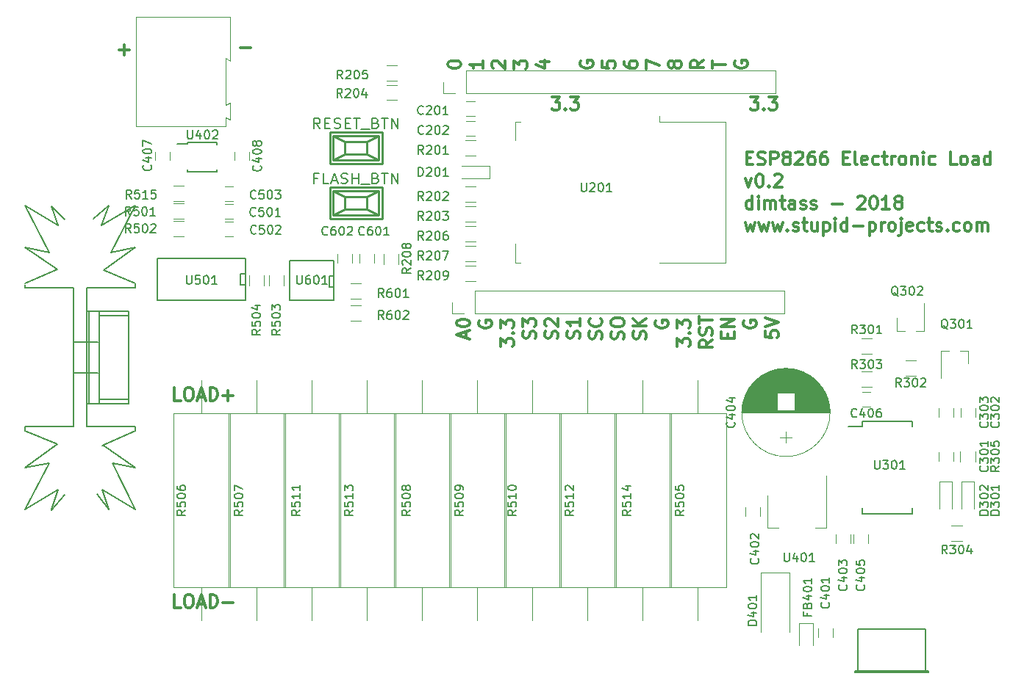
<source format=gto>
G04 #@! TF.GenerationSoftware,KiCad,Pcbnew,5.0.2-bee76a0~70~ubuntu18.04.1*
G04 #@! TF.CreationDate,2018-12-20T01:39:58+01:00*
G04 #@! TF.ProjectId,eload,656c6f61-642e-46b6-9963-61645f706362,rev?*
G04 #@! TF.SameCoordinates,Original*
G04 #@! TF.FileFunction,Legend,Top*
G04 #@! TF.FilePolarity,Positive*
%FSLAX46Y46*%
G04 Gerber Fmt 4.6, Leading zero omitted, Abs format (unit mm)*
G04 Created by KiCad (PCBNEW 5.0.2-bee76a0~70~ubuntu18.04.1) date Do 20 Dez 2018 01:39:58 CET*
%MOMM*%
%LPD*%
G01*
G04 APERTURE LIST*
%ADD10C,0.300000*%
%ADD11C,0.200660*%
%ADD12C,0.120000*%
%ADD13C,0.150000*%
%ADD14C,0.254000*%
%ADD15C,0.152400*%
G04 APERTURE END LIST*
D10*
X80161142Y-144442571D02*
X79446857Y-144442571D01*
X79446857Y-142942571D01*
X80946857Y-142942571D02*
X81232571Y-142942571D01*
X81375428Y-143014000D01*
X81518285Y-143156857D01*
X81589714Y-143442571D01*
X81589714Y-143942571D01*
X81518285Y-144228285D01*
X81375428Y-144371142D01*
X81232571Y-144442571D01*
X80946857Y-144442571D01*
X80804000Y-144371142D01*
X80661142Y-144228285D01*
X80589714Y-143942571D01*
X80589714Y-143442571D01*
X80661142Y-143156857D01*
X80804000Y-143014000D01*
X80946857Y-142942571D01*
X82161142Y-144014000D02*
X82875428Y-144014000D01*
X82018285Y-144442571D02*
X82518285Y-142942571D01*
X83018285Y-144442571D01*
X83518285Y-144442571D02*
X83518285Y-142942571D01*
X83875428Y-142942571D01*
X84089714Y-143014000D01*
X84232571Y-143156857D01*
X84304000Y-143299714D01*
X84375428Y-143585428D01*
X84375428Y-143799714D01*
X84304000Y-144085428D01*
X84232571Y-144228285D01*
X84089714Y-144371142D01*
X83875428Y-144442571D01*
X83518285Y-144442571D01*
X85018285Y-143871142D02*
X86161142Y-143871142D01*
X80161142Y-120566571D02*
X79446857Y-120566571D01*
X79446857Y-119066571D01*
X80946857Y-119066571D02*
X81232571Y-119066571D01*
X81375428Y-119138000D01*
X81518285Y-119280857D01*
X81589714Y-119566571D01*
X81589714Y-120066571D01*
X81518285Y-120352285D01*
X81375428Y-120495142D01*
X81232571Y-120566571D01*
X80946857Y-120566571D01*
X80804000Y-120495142D01*
X80661142Y-120352285D01*
X80589714Y-120066571D01*
X80589714Y-119566571D01*
X80661142Y-119280857D01*
X80804000Y-119138000D01*
X80946857Y-119066571D01*
X82161142Y-120138000D02*
X82875428Y-120138000D01*
X82018285Y-120566571D02*
X82518285Y-119066571D01*
X83018285Y-120566571D01*
X83518285Y-120566571D02*
X83518285Y-119066571D01*
X83875428Y-119066571D01*
X84089714Y-119138000D01*
X84232571Y-119280857D01*
X84304000Y-119423714D01*
X84375428Y-119709428D01*
X84375428Y-119923714D01*
X84304000Y-120209428D01*
X84232571Y-120352285D01*
X84089714Y-120495142D01*
X83875428Y-120566571D01*
X83518285Y-120566571D01*
X85018285Y-119995142D02*
X86161142Y-119995142D01*
X85589714Y-120566571D02*
X85589714Y-119423714D01*
X145748571Y-85538571D02*
X146677142Y-85538571D01*
X146177142Y-86110000D01*
X146391428Y-86110000D01*
X146534285Y-86181428D01*
X146605714Y-86252857D01*
X146677142Y-86395714D01*
X146677142Y-86752857D01*
X146605714Y-86895714D01*
X146534285Y-86967142D01*
X146391428Y-87038571D01*
X145962857Y-87038571D01*
X145820000Y-86967142D01*
X145748571Y-86895714D01*
X147320000Y-86895714D02*
X147391428Y-86967142D01*
X147320000Y-87038571D01*
X147248571Y-86967142D01*
X147320000Y-86895714D01*
X147320000Y-87038571D01*
X147891428Y-85538571D02*
X148820000Y-85538571D01*
X148320000Y-86110000D01*
X148534285Y-86110000D01*
X148677142Y-86181428D01*
X148748571Y-86252857D01*
X148820000Y-86395714D01*
X148820000Y-86752857D01*
X148748571Y-86895714D01*
X148677142Y-86967142D01*
X148534285Y-87038571D01*
X148105714Y-87038571D01*
X147962857Y-86967142D01*
X147891428Y-86895714D01*
X144030000Y-81395142D02*
X143958571Y-81538000D01*
X143958571Y-81752285D01*
X144030000Y-81966571D01*
X144172857Y-82109428D01*
X144315714Y-82180857D01*
X144601428Y-82252285D01*
X144815714Y-82252285D01*
X145101428Y-82180857D01*
X145244285Y-82109428D01*
X145387142Y-81966571D01*
X145458571Y-81752285D01*
X145458571Y-81609428D01*
X145387142Y-81395142D01*
X145315714Y-81323714D01*
X144815714Y-81323714D01*
X144815714Y-81609428D01*
X141418571Y-82216571D02*
X141418571Y-81359428D01*
X142918571Y-81788000D02*
X141418571Y-81788000D01*
X140378571Y-81323714D02*
X139664285Y-81823714D01*
X140378571Y-82180857D02*
X138878571Y-82180857D01*
X138878571Y-81609428D01*
X138950000Y-81466571D01*
X139021428Y-81395142D01*
X139164285Y-81323714D01*
X139378571Y-81323714D01*
X139521428Y-81395142D01*
X139592857Y-81466571D01*
X139664285Y-81609428D01*
X139664285Y-82180857D01*
X136981428Y-81930857D02*
X136910000Y-82073714D01*
X136838571Y-82145142D01*
X136695714Y-82216571D01*
X136624285Y-82216571D01*
X136481428Y-82145142D01*
X136410000Y-82073714D01*
X136338571Y-81930857D01*
X136338571Y-81645142D01*
X136410000Y-81502285D01*
X136481428Y-81430857D01*
X136624285Y-81359428D01*
X136695714Y-81359428D01*
X136838571Y-81430857D01*
X136910000Y-81502285D01*
X136981428Y-81645142D01*
X136981428Y-81930857D01*
X137052857Y-82073714D01*
X137124285Y-82145142D01*
X137267142Y-82216571D01*
X137552857Y-82216571D01*
X137695714Y-82145142D01*
X137767142Y-82073714D01*
X137838571Y-81930857D01*
X137838571Y-81645142D01*
X137767142Y-81502285D01*
X137695714Y-81430857D01*
X137552857Y-81359428D01*
X137267142Y-81359428D01*
X137124285Y-81430857D01*
X137052857Y-81502285D01*
X136981428Y-81645142D01*
X133798571Y-82288000D02*
X133798571Y-81288000D01*
X135298571Y-81930857D01*
X131258571Y-81502285D02*
X131258571Y-81788000D01*
X131330000Y-81930857D01*
X131401428Y-82002285D01*
X131615714Y-82145142D01*
X131901428Y-82216571D01*
X132472857Y-82216571D01*
X132615714Y-82145142D01*
X132687142Y-82073714D01*
X132758571Y-81930857D01*
X132758571Y-81645142D01*
X132687142Y-81502285D01*
X132615714Y-81430857D01*
X132472857Y-81359428D01*
X132115714Y-81359428D01*
X131972857Y-81430857D01*
X131901428Y-81502285D01*
X131830000Y-81645142D01*
X131830000Y-81930857D01*
X131901428Y-82073714D01*
X131972857Y-82145142D01*
X132115714Y-82216571D01*
X128718571Y-81430857D02*
X128718571Y-82145142D01*
X129432857Y-82216571D01*
X129361428Y-82145142D01*
X129290000Y-82002285D01*
X129290000Y-81645142D01*
X129361428Y-81502285D01*
X129432857Y-81430857D01*
X129575714Y-81359428D01*
X129932857Y-81359428D01*
X130075714Y-81430857D01*
X130147142Y-81502285D01*
X130218571Y-81645142D01*
X130218571Y-82002285D01*
X130147142Y-82145142D01*
X130075714Y-82216571D01*
X126250000Y-81395142D02*
X126178571Y-81538000D01*
X126178571Y-81752285D01*
X126250000Y-81966571D01*
X126392857Y-82109428D01*
X126535714Y-82180857D01*
X126821428Y-82252285D01*
X127035714Y-82252285D01*
X127321428Y-82180857D01*
X127464285Y-82109428D01*
X127607142Y-81966571D01*
X127678571Y-81752285D01*
X127678571Y-81609428D01*
X127607142Y-81395142D01*
X127535714Y-81323714D01*
X127035714Y-81323714D01*
X127035714Y-81609428D01*
X122888571Y-85538571D02*
X123817142Y-85538571D01*
X123317142Y-86110000D01*
X123531428Y-86110000D01*
X123674285Y-86181428D01*
X123745714Y-86252857D01*
X123817142Y-86395714D01*
X123817142Y-86752857D01*
X123745714Y-86895714D01*
X123674285Y-86967142D01*
X123531428Y-87038571D01*
X123102857Y-87038571D01*
X122960000Y-86967142D01*
X122888571Y-86895714D01*
X124460000Y-86895714D02*
X124531428Y-86967142D01*
X124460000Y-87038571D01*
X124388571Y-86967142D01*
X124460000Y-86895714D01*
X124460000Y-87038571D01*
X125031428Y-85538571D02*
X125960000Y-85538571D01*
X125460000Y-86110000D01*
X125674285Y-86110000D01*
X125817142Y-86181428D01*
X125888571Y-86252857D01*
X125960000Y-86395714D01*
X125960000Y-86752857D01*
X125888571Y-86895714D01*
X125817142Y-86967142D01*
X125674285Y-87038571D01*
X125245714Y-87038571D01*
X125102857Y-86967142D01*
X125031428Y-86895714D01*
X121598571Y-81502285D02*
X122598571Y-81502285D01*
X121027142Y-81859428D02*
X122098571Y-82216571D01*
X122098571Y-81288000D01*
X118558571Y-82288000D02*
X118558571Y-81359428D01*
X119130000Y-81859428D01*
X119130000Y-81645142D01*
X119201428Y-81502285D01*
X119272857Y-81430857D01*
X119415714Y-81359428D01*
X119772857Y-81359428D01*
X119915714Y-81430857D01*
X119987142Y-81502285D01*
X120058571Y-81645142D01*
X120058571Y-82073714D01*
X119987142Y-82216571D01*
X119915714Y-82288000D01*
X116161428Y-82216571D02*
X116090000Y-82145142D01*
X116018571Y-82002285D01*
X116018571Y-81645142D01*
X116090000Y-81502285D01*
X116161428Y-81430857D01*
X116304285Y-81359428D01*
X116447142Y-81359428D01*
X116661428Y-81430857D01*
X117518571Y-82288000D01*
X117518571Y-81359428D01*
X114978571Y-81359428D02*
X114978571Y-82216571D01*
X114978571Y-81788000D02*
X113478571Y-81788000D01*
X113692857Y-81930857D01*
X113835714Y-82073714D01*
X113907142Y-82216571D01*
X110938571Y-81859428D02*
X110938571Y-81716571D01*
X111010000Y-81573714D01*
X111081428Y-81502285D01*
X111224285Y-81430857D01*
X111510000Y-81359428D01*
X111867142Y-81359428D01*
X112152857Y-81430857D01*
X112295714Y-81502285D01*
X112367142Y-81573714D01*
X112438571Y-81716571D01*
X112438571Y-81859428D01*
X112367142Y-82002285D01*
X112295714Y-82073714D01*
X112152857Y-82145142D01*
X111867142Y-82216571D01*
X111510000Y-82216571D01*
X111224285Y-82145142D01*
X111081428Y-82073714D01*
X111010000Y-82002285D01*
X110938571Y-81859428D01*
X147514571Y-112553714D02*
X147514571Y-113268000D01*
X148228857Y-113339428D01*
X148157428Y-113268000D01*
X148086000Y-113125142D01*
X148086000Y-112768000D01*
X148157428Y-112625142D01*
X148228857Y-112553714D01*
X148371714Y-112482285D01*
X148728857Y-112482285D01*
X148871714Y-112553714D01*
X148943142Y-112625142D01*
X149014571Y-112768000D01*
X149014571Y-113125142D01*
X148943142Y-113268000D01*
X148871714Y-113339428D01*
X147514571Y-112053714D02*
X149014571Y-111553714D01*
X147514571Y-111053714D01*
X145046000Y-111367142D02*
X144974571Y-111510000D01*
X144974571Y-111724285D01*
X145046000Y-111938571D01*
X145188857Y-112081428D01*
X145331714Y-112152857D01*
X145617428Y-112224285D01*
X145831714Y-112224285D01*
X146117428Y-112152857D01*
X146260285Y-112081428D01*
X146403142Y-111938571D01*
X146474571Y-111724285D01*
X146474571Y-111581428D01*
X146403142Y-111367142D01*
X146331714Y-111295714D01*
X145831714Y-111295714D01*
X145831714Y-111581428D01*
X141394571Y-113597428D02*
X140680285Y-114097428D01*
X141394571Y-114454571D02*
X139894571Y-114454571D01*
X139894571Y-113883142D01*
X139966000Y-113740285D01*
X140037428Y-113668857D01*
X140180285Y-113597428D01*
X140394571Y-113597428D01*
X140537428Y-113668857D01*
X140608857Y-113740285D01*
X140680285Y-113883142D01*
X140680285Y-114454571D01*
X141323142Y-113026000D02*
X141394571Y-112811714D01*
X141394571Y-112454571D01*
X141323142Y-112311714D01*
X141251714Y-112240285D01*
X141108857Y-112168857D01*
X140966000Y-112168857D01*
X140823142Y-112240285D01*
X140751714Y-112311714D01*
X140680285Y-112454571D01*
X140608857Y-112740285D01*
X140537428Y-112883142D01*
X140466000Y-112954571D01*
X140323142Y-113026000D01*
X140180285Y-113026000D01*
X140037428Y-112954571D01*
X139966000Y-112883142D01*
X139894571Y-112740285D01*
X139894571Y-112383142D01*
X139966000Y-112168857D01*
X139894571Y-111740285D02*
X139894571Y-110883142D01*
X141394571Y-111311714D02*
X139894571Y-111311714D01*
X143148857Y-113375142D02*
X143148857Y-112875142D01*
X143934571Y-112660857D02*
X143934571Y-113375142D01*
X142434571Y-113375142D01*
X142434571Y-112660857D01*
X143934571Y-112018000D02*
X142434571Y-112018000D01*
X143934571Y-111160857D01*
X142434571Y-111160857D01*
X137354571Y-114347428D02*
X137354571Y-113418857D01*
X137926000Y-113918857D01*
X137926000Y-113704571D01*
X137997428Y-113561714D01*
X138068857Y-113490285D01*
X138211714Y-113418857D01*
X138568857Y-113418857D01*
X138711714Y-113490285D01*
X138783142Y-113561714D01*
X138854571Y-113704571D01*
X138854571Y-114133142D01*
X138783142Y-114276000D01*
X138711714Y-114347428D01*
X138711714Y-112776000D02*
X138783142Y-112704571D01*
X138854571Y-112776000D01*
X138783142Y-112847428D01*
X138711714Y-112776000D01*
X138854571Y-112776000D01*
X137354571Y-112204571D02*
X137354571Y-111276000D01*
X137926000Y-111776000D01*
X137926000Y-111561714D01*
X137997428Y-111418857D01*
X138068857Y-111347428D01*
X138211714Y-111276000D01*
X138568857Y-111276000D01*
X138711714Y-111347428D01*
X138783142Y-111418857D01*
X138854571Y-111561714D01*
X138854571Y-111990285D01*
X138783142Y-112133142D01*
X138711714Y-112204571D01*
X134886000Y-111367142D02*
X134814571Y-111510000D01*
X134814571Y-111724285D01*
X134886000Y-111938571D01*
X135028857Y-112081428D01*
X135171714Y-112152857D01*
X135457428Y-112224285D01*
X135671714Y-112224285D01*
X135957428Y-112152857D01*
X136100285Y-112081428D01*
X136243142Y-111938571D01*
X136314571Y-111724285D01*
X136314571Y-111581428D01*
X136243142Y-111367142D01*
X136171714Y-111295714D01*
X135671714Y-111295714D01*
X135671714Y-111581428D01*
X133703142Y-113446571D02*
X133774571Y-113232285D01*
X133774571Y-112875142D01*
X133703142Y-112732285D01*
X133631714Y-112660857D01*
X133488857Y-112589428D01*
X133346000Y-112589428D01*
X133203142Y-112660857D01*
X133131714Y-112732285D01*
X133060285Y-112875142D01*
X132988857Y-113160857D01*
X132917428Y-113303714D01*
X132846000Y-113375142D01*
X132703142Y-113446571D01*
X132560285Y-113446571D01*
X132417428Y-113375142D01*
X132346000Y-113303714D01*
X132274571Y-113160857D01*
X132274571Y-112803714D01*
X132346000Y-112589428D01*
X133774571Y-111946571D02*
X132274571Y-111946571D01*
X133774571Y-111089428D02*
X132917428Y-111732285D01*
X132274571Y-111089428D02*
X133131714Y-111946571D01*
X131163142Y-113482285D02*
X131234571Y-113268000D01*
X131234571Y-112910857D01*
X131163142Y-112768000D01*
X131091714Y-112696571D01*
X130948857Y-112625142D01*
X130806000Y-112625142D01*
X130663142Y-112696571D01*
X130591714Y-112768000D01*
X130520285Y-112910857D01*
X130448857Y-113196571D01*
X130377428Y-113339428D01*
X130306000Y-113410857D01*
X130163142Y-113482285D01*
X130020285Y-113482285D01*
X129877428Y-113410857D01*
X129806000Y-113339428D01*
X129734571Y-113196571D01*
X129734571Y-112839428D01*
X129806000Y-112625142D01*
X129734571Y-111696571D02*
X129734571Y-111410857D01*
X129806000Y-111268000D01*
X129948857Y-111125142D01*
X130234571Y-111053714D01*
X130734571Y-111053714D01*
X131020285Y-111125142D01*
X131163142Y-111268000D01*
X131234571Y-111410857D01*
X131234571Y-111696571D01*
X131163142Y-111839428D01*
X131020285Y-111982285D01*
X130734571Y-112053714D01*
X130234571Y-112053714D01*
X129948857Y-111982285D01*
X129806000Y-111839428D01*
X129734571Y-111696571D01*
X128623142Y-113446571D02*
X128694571Y-113232285D01*
X128694571Y-112875142D01*
X128623142Y-112732285D01*
X128551714Y-112660857D01*
X128408857Y-112589428D01*
X128266000Y-112589428D01*
X128123142Y-112660857D01*
X128051714Y-112732285D01*
X127980285Y-112875142D01*
X127908857Y-113160857D01*
X127837428Y-113303714D01*
X127766000Y-113375142D01*
X127623142Y-113446571D01*
X127480285Y-113446571D01*
X127337428Y-113375142D01*
X127266000Y-113303714D01*
X127194571Y-113160857D01*
X127194571Y-112803714D01*
X127266000Y-112589428D01*
X128551714Y-111089428D02*
X128623142Y-111160857D01*
X128694571Y-111375142D01*
X128694571Y-111518000D01*
X128623142Y-111732285D01*
X128480285Y-111875142D01*
X128337428Y-111946571D01*
X128051714Y-112018000D01*
X127837428Y-112018000D01*
X127551714Y-111946571D01*
X127408857Y-111875142D01*
X127266000Y-111732285D01*
X127194571Y-111518000D01*
X127194571Y-111375142D01*
X127266000Y-111160857D01*
X127337428Y-111089428D01*
X126083142Y-113410857D02*
X126154571Y-113196571D01*
X126154571Y-112839428D01*
X126083142Y-112696571D01*
X126011714Y-112625142D01*
X125868857Y-112553714D01*
X125726000Y-112553714D01*
X125583142Y-112625142D01*
X125511714Y-112696571D01*
X125440285Y-112839428D01*
X125368857Y-113125142D01*
X125297428Y-113268000D01*
X125226000Y-113339428D01*
X125083142Y-113410857D01*
X124940285Y-113410857D01*
X124797428Y-113339428D01*
X124726000Y-113268000D01*
X124654571Y-113125142D01*
X124654571Y-112768000D01*
X124726000Y-112553714D01*
X126154571Y-111125142D02*
X126154571Y-111982285D01*
X126154571Y-111553714D02*
X124654571Y-111553714D01*
X124868857Y-111696571D01*
X125011714Y-111839428D01*
X125083142Y-111982285D01*
X123543142Y-113410857D02*
X123614571Y-113196571D01*
X123614571Y-112839428D01*
X123543142Y-112696571D01*
X123471714Y-112625142D01*
X123328857Y-112553714D01*
X123186000Y-112553714D01*
X123043142Y-112625142D01*
X122971714Y-112696571D01*
X122900285Y-112839428D01*
X122828857Y-113125142D01*
X122757428Y-113268000D01*
X122686000Y-113339428D01*
X122543142Y-113410857D01*
X122400285Y-113410857D01*
X122257428Y-113339428D01*
X122186000Y-113268000D01*
X122114571Y-113125142D01*
X122114571Y-112768000D01*
X122186000Y-112553714D01*
X122257428Y-111982285D02*
X122186000Y-111910857D01*
X122114571Y-111768000D01*
X122114571Y-111410857D01*
X122186000Y-111268000D01*
X122257428Y-111196571D01*
X122400285Y-111125142D01*
X122543142Y-111125142D01*
X122757428Y-111196571D01*
X123614571Y-112053714D01*
X123614571Y-111125142D01*
X121003142Y-113410857D02*
X121074571Y-113196571D01*
X121074571Y-112839428D01*
X121003142Y-112696571D01*
X120931714Y-112625142D01*
X120788857Y-112553714D01*
X120646000Y-112553714D01*
X120503142Y-112625142D01*
X120431714Y-112696571D01*
X120360285Y-112839428D01*
X120288857Y-113125142D01*
X120217428Y-113268000D01*
X120146000Y-113339428D01*
X120003142Y-113410857D01*
X119860285Y-113410857D01*
X119717428Y-113339428D01*
X119646000Y-113268000D01*
X119574571Y-113125142D01*
X119574571Y-112768000D01*
X119646000Y-112553714D01*
X119574571Y-112053714D02*
X119574571Y-111125142D01*
X120146000Y-111625142D01*
X120146000Y-111410857D01*
X120217428Y-111268000D01*
X120288857Y-111196571D01*
X120431714Y-111125142D01*
X120788857Y-111125142D01*
X120931714Y-111196571D01*
X121003142Y-111268000D01*
X121074571Y-111410857D01*
X121074571Y-111839428D01*
X121003142Y-111982285D01*
X120931714Y-112053714D01*
X117034571Y-114347428D02*
X117034571Y-113418857D01*
X117606000Y-113918857D01*
X117606000Y-113704571D01*
X117677428Y-113561714D01*
X117748857Y-113490285D01*
X117891714Y-113418857D01*
X118248857Y-113418857D01*
X118391714Y-113490285D01*
X118463142Y-113561714D01*
X118534571Y-113704571D01*
X118534571Y-114133142D01*
X118463142Y-114276000D01*
X118391714Y-114347428D01*
X118391714Y-112776000D02*
X118463142Y-112704571D01*
X118534571Y-112776000D01*
X118463142Y-112847428D01*
X118391714Y-112776000D01*
X118534571Y-112776000D01*
X117034571Y-112204571D02*
X117034571Y-111276000D01*
X117606000Y-111776000D01*
X117606000Y-111561714D01*
X117677428Y-111418857D01*
X117748857Y-111347428D01*
X117891714Y-111276000D01*
X118248857Y-111276000D01*
X118391714Y-111347428D01*
X118463142Y-111418857D01*
X118534571Y-111561714D01*
X118534571Y-111990285D01*
X118463142Y-112133142D01*
X118391714Y-112204571D01*
X114566000Y-111367142D02*
X114494571Y-111510000D01*
X114494571Y-111724285D01*
X114566000Y-111938571D01*
X114708857Y-112081428D01*
X114851714Y-112152857D01*
X115137428Y-112224285D01*
X115351714Y-112224285D01*
X115637428Y-112152857D01*
X115780285Y-112081428D01*
X115923142Y-111938571D01*
X115994571Y-111724285D01*
X115994571Y-111581428D01*
X115923142Y-111367142D01*
X115851714Y-111295714D01*
X115351714Y-111295714D01*
X115351714Y-111581428D01*
X113026000Y-113339428D02*
X113026000Y-112625142D01*
X113454571Y-113482285D02*
X111954571Y-112982285D01*
X113454571Y-112482285D01*
X111954571Y-111696571D02*
X111954571Y-111553714D01*
X112026000Y-111410857D01*
X112097428Y-111339428D01*
X112240285Y-111268000D01*
X112526000Y-111196571D01*
X112883142Y-111196571D01*
X113168857Y-111268000D01*
X113311714Y-111339428D01*
X113383142Y-111410857D01*
X113454571Y-111553714D01*
X113454571Y-111696571D01*
X113383142Y-111839428D01*
X113311714Y-111910857D01*
X113168857Y-111982285D01*
X112883142Y-112053714D01*
X112526000Y-112053714D01*
X112240285Y-111982285D01*
X112097428Y-111910857D01*
X112026000Y-111839428D01*
X111954571Y-111696571D01*
X88201428Y-79902857D02*
X87058571Y-79902857D01*
X73088571Y-80117142D02*
X74231428Y-80117142D01*
X73660000Y-80688571D02*
X73660000Y-79545714D01*
X145332142Y-92587857D02*
X145832142Y-92587857D01*
X146046428Y-93373571D02*
X145332142Y-93373571D01*
X145332142Y-91873571D01*
X146046428Y-91873571D01*
X146617857Y-93302142D02*
X146832142Y-93373571D01*
X147189285Y-93373571D01*
X147332142Y-93302142D01*
X147403571Y-93230714D01*
X147475000Y-93087857D01*
X147475000Y-92945000D01*
X147403571Y-92802142D01*
X147332142Y-92730714D01*
X147189285Y-92659285D01*
X146903571Y-92587857D01*
X146760714Y-92516428D01*
X146689285Y-92445000D01*
X146617857Y-92302142D01*
X146617857Y-92159285D01*
X146689285Y-92016428D01*
X146760714Y-91945000D01*
X146903571Y-91873571D01*
X147260714Y-91873571D01*
X147475000Y-91945000D01*
X148117857Y-93373571D02*
X148117857Y-91873571D01*
X148689285Y-91873571D01*
X148832142Y-91945000D01*
X148903571Y-92016428D01*
X148975000Y-92159285D01*
X148975000Y-92373571D01*
X148903571Y-92516428D01*
X148832142Y-92587857D01*
X148689285Y-92659285D01*
X148117857Y-92659285D01*
X149832142Y-92516428D02*
X149689285Y-92445000D01*
X149617857Y-92373571D01*
X149546428Y-92230714D01*
X149546428Y-92159285D01*
X149617857Y-92016428D01*
X149689285Y-91945000D01*
X149832142Y-91873571D01*
X150117857Y-91873571D01*
X150260714Y-91945000D01*
X150332142Y-92016428D01*
X150403571Y-92159285D01*
X150403571Y-92230714D01*
X150332142Y-92373571D01*
X150260714Y-92445000D01*
X150117857Y-92516428D01*
X149832142Y-92516428D01*
X149689285Y-92587857D01*
X149617857Y-92659285D01*
X149546428Y-92802142D01*
X149546428Y-93087857D01*
X149617857Y-93230714D01*
X149689285Y-93302142D01*
X149832142Y-93373571D01*
X150117857Y-93373571D01*
X150260714Y-93302142D01*
X150332142Y-93230714D01*
X150403571Y-93087857D01*
X150403571Y-92802142D01*
X150332142Y-92659285D01*
X150260714Y-92587857D01*
X150117857Y-92516428D01*
X150975000Y-92016428D02*
X151046428Y-91945000D01*
X151189285Y-91873571D01*
X151546428Y-91873571D01*
X151689285Y-91945000D01*
X151760714Y-92016428D01*
X151832142Y-92159285D01*
X151832142Y-92302142D01*
X151760714Y-92516428D01*
X150903571Y-93373571D01*
X151832142Y-93373571D01*
X153117857Y-91873571D02*
X152832142Y-91873571D01*
X152689285Y-91945000D01*
X152617857Y-92016428D01*
X152475000Y-92230714D01*
X152403571Y-92516428D01*
X152403571Y-93087857D01*
X152475000Y-93230714D01*
X152546428Y-93302142D01*
X152689285Y-93373571D01*
X152975000Y-93373571D01*
X153117857Y-93302142D01*
X153189285Y-93230714D01*
X153260714Y-93087857D01*
X153260714Y-92730714D01*
X153189285Y-92587857D01*
X153117857Y-92516428D01*
X152975000Y-92445000D01*
X152689285Y-92445000D01*
X152546428Y-92516428D01*
X152475000Y-92587857D01*
X152403571Y-92730714D01*
X154546428Y-91873571D02*
X154260714Y-91873571D01*
X154117857Y-91945000D01*
X154046428Y-92016428D01*
X153903571Y-92230714D01*
X153832142Y-92516428D01*
X153832142Y-93087857D01*
X153903571Y-93230714D01*
X153975000Y-93302142D01*
X154117857Y-93373571D01*
X154403571Y-93373571D01*
X154546428Y-93302142D01*
X154617857Y-93230714D01*
X154689285Y-93087857D01*
X154689285Y-92730714D01*
X154617857Y-92587857D01*
X154546428Y-92516428D01*
X154403571Y-92445000D01*
X154117857Y-92445000D01*
X153975000Y-92516428D01*
X153903571Y-92587857D01*
X153832142Y-92730714D01*
X156475000Y-92587857D02*
X156975000Y-92587857D01*
X157189285Y-93373571D02*
X156475000Y-93373571D01*
X156475000Y-91873571D01*
X157189285Y-91873571D01*
X158046428Y-93373571D02*
X157903571Y-93302142D01*
X157832142Y-93159285D01*
X157832142Y-91873571D01*
X159189285Y-93302142D02*
X159046428Y-93373571D01*
X158760714Y-93373571D01*
X158617857Y-93302142D01*
X158546428Y-93159285D01*
X158546428Y-92587857D01*
X158617857Y-92445000D01*
X158760714Y-92373571D01*
X159046428Y-92373571D01*
X159189285Y-92445000D01*
X159260714Y-92587857D01*
X159260714Y-92730714D01*
X158546428Y-92873571D01*
X160546428Y-93302142D02*
X160403571Y-93373571D01*
X160117857Y-93373571D01*
X159975000Y-93302142D01*
X159903571Y-93230714D01*
X159832142Y-93087857D01*
X159832142Y-92659285D01*
X159903571Y-92516428D01*
X159975000Y-92445000D01*
X160117857Y-92373571D01*
X160403571Y-92373571D01*
X160546428Y-92445000D01*
X160975000Y-92373571D02*
X161546428Y-92373571D01*
X161189285Y-91873571D02*
X161189285Y-93159285D01*
X161260714Y-93302142D01*
X161403571Y-93373571D01*
X161546428Y-93373571D01*
X162046428Y-93373571D02*
X162046428Y-92373571D01*
X162046428Y-92659285D02*
X162117857Y-92516428D01*
X162189285Y-92445000D01*
X162332142Y-92373571D01*
X162475000Y-92373571D01*
X163189285Y-93373571D02*
X163046428Y-93302142D01*
X162975000Y-93230714D01*
X162903571Y-93087857D01*
X162903571Y-92659285D01*
X162975000Y-92516428D01*
X163046428Y-92445000D01*
X163189285Y-92373571D01*
X163403571Y-92373571D01*
X163546428Y-92445000D01*
X163617857Y-92516428D01*
X163689285Y-92659285D01*
X163689285Y-93087857D01*
X163617857Y-93230714D01*
X163546428Y-93302142D01*
X163403571Y-93373571D01*
X163189285Y-93373571D01*
X164332142Y-92373571D02*
X164332142Y-93373571D01*
X164332142Y-92516428D02*
X164403571Y-92445000D01*
X164546428Y-92373571D01*
X164760714Y-92373571D01*
X164903571Y-92445000D01*
X164975000Y-92587857D01*
X164975000Y-93373571D01*
X165689285Y-93373571D02*
X165689285Y-92373571D01*
X165689285Y-91873571D02*
X165617857Y-91945000D01*
X165689285Y-92016428D01*
X165760714Y-91945000D01*
X165689285Y-91873571D01*
X165689285Y-92016428D01*
X167046428Y-93302142D02*
X166903571Y-93373571D01*
X166617857Y-93373571D01*
X166475000Y-93302142D01*
X166403571Y-93230714D01*
X166332142Y-93087857D01*
X166332142Y-92659285D01*
X166403571Y-92516428D01*
X166475000Y-92445000D01*
X166617857Y-92373571D01*
X166903571Y-92373571D01*
X167046428Y-92445000D01*
X169546428Y-93373571D02*
X168832142Y-93373571D01*
X168832142Y-91873571D01*
X170260714Y-93373571D02*
X170117857Y-93302142D01*
X170046428Y-93230714D01*
X169975000Y-93087857D01*
X169975000Y-92659285D01*
X170046428Y-92516428D01*
X170117857Y-92445000D01*
X170260714Y-92373571D01*
X170475000Y-92373571D01*
X170617857Y-92445000D01*
X170689285Y-92516428D01*
X170760714Y-92659285D01*
X170760714Y-93087857D01*
X170689285Y-93230714D01*
X170617857Y-93302142D01*
X170475000Y-93373571D01*
X170260714Y-93373571D01*
X172046428Y-93373571D02*
X172046428Y-92587857D01*
X171975000Y-92445000D01*
X171832142Y-92373571D01*
X171546428Y-92373571D01*
X171403571Y-92445000D01*
X172046428Y-93302142D02*
X171903571Y-93373571D01*
X171546428Y-93373571D01*
X171403571Y-93302142D01*
X171332142Y-93159285D01*
X171332142Y-93016428D01*
X171403571Y-92873571D01*
X171546428Y-92802142D01*
X171903571Y-92802142D01*
X172046428Y-92730714D01*
X173403571Y-93373571D02*
X173403571Y-91873571D01*
X173403571Y-93302142D02*
X173260714Y-93373571D01*
X172975000Y-93373571D01*
X172832142Y-93302142D01*
X172760714Y-93230714D01*
X172689285Y-93087857D01*
X172689285Y-92659285D01*
X172760714Y-92516428D01*
X172832142Y-92445000D01*
X172975000Y-92373571D01*
X173260714Y-92373571D01*
X173403571Y-92445000D01*
X145189285Y-94923571D02*
X145546428Y-95923571D01*
X145903571Y-94923571D01*
X146760714Y-94423571D02*
X146903571Y-94423571D01*
X147046428Y-94495000D01*
X147117857Y-94566428D01*
X147189285Y-94709285D01*
X147260714Y-94995000D01*
X147260714Y-95352142D01*
X147189285Y-95637857D01*
X147117857Y-95780714D01*
X147046428Y-95852142D01*
X146903571Y-95923571D01*
X146760714Y-95923571D01*
X146617857Y-95852142D01*
X146546428Y-95780714D01*
X146475000Y-95637857D01*
X146403571Y-95352142D01*
X146403571Y-94995000D01*
X146475000Y-94709285D01*
X146546428Y-94566428D01*
X146617857Y-94495000D01*
X146760714Y-94423571D01*
X147903571Y-95780714D02*
X147975000Y-95852142D01*
X147903571Y-95923571D01*
X147832142Y-95852142D01*
X147903571Y-95780714D01*
X147903571Y-95923571D01*
X148546428Y-94566428D02*
X148617857Y-94495000D01*
X148760714Y-94423571D01*
X149117857Y-94423571D01*
X149260714Y-94495000D01*
X149332142Y-94566428D01*
X149403571Y-94709285D01*
X149403571Y-94852142D01*
X149332142Y-95066428D01*
X148475000Y-95923571D01*
X149403571Y-95923571D01*
X145975000Y-98473571D02*
X145975000Y-96973571D01*
X145975000Y-98402142D02*
X145832142Y-98473571D01*
X145546428Y-98473571D01*
X145403571Y-98402142D01*
X145332142Y-98330714D01*
X145260714Y-98187857D01*
X145260714Y-97759285D01*
X145332142Y-97616428D01*
X145403571Y-97545000D01*
X145546428Y-97473571D01*
X145832142Y-97473571D01*
X145975000Y-97545000D01*
X146689285Y-98473571D02*
X146689285Y-97473571D01*
X146689285Y-96973571D02*
X146617857Y-97045000D01*
X146689285Y-97116428D01*
X146760714Y-97045000D01*
X146689285Y-96973571D01*
X146689285Y-97116428D01*
X147403571Y-98473571D02*
X147403571Y-97473571D01*
X147403571Y-97616428D02*
X147475000Y-97545000D01*
X147617857Y-97473571D01*
X147832142Y-97473571D01*
X147975000Y-97545000D01*
X148046428Y-97687857D01*
X148046428Y-98473571D01*
X148046428Y-97687857D02*
X148117857Y-97545000D01*
X148260714Y-97473571D01*
X148475000Y-97473571D01*
X148617857Y-97545000D01*
X148689285Y-97687857D01*
X148689285Y-98473571D01*
X149189285Y-97473571D02*
X149760714Y-97473571D01*
X149403571Y-96973571D02*
X149403571Y-98259285D01*
X149475000Y-98402142D01*
X149617857Y-98473571D01*
X149760714Y-98473571D01*
X150903571Y-98473571D02*
X150903571Y-97687857D01*
X150832142Y-97545000D01*
X150689285Y-97473571D01*
X150403571Y-97473571D01*
X150260714Y-97545000D01*
X150903571Y-98402142D02*
X150760714Y-98473571D01*
X150403571Y-98473571D01*
X150260714Y-98402142D01*
X150189285Y-98259285D01*
X150189285Y-98116428D01*
X150260714Y-97973571D01*
X150403571Y-97902142D01*
X150760714Y-97902142D01*
X150903571Y-97830714D01*
X151546428Y-98402142D02*
X151689285Y-98473571D01*
X151975000Y-98473571D01*
X152117857Y-98402142D01*
X152189285Y-98259285D01*
X152189285Y-98187857D01*
X152117857Y-98045000D01*
X151975000Y-97973571D01*
X151760714Y-97973571D01*
X151617857Y-97902142D01*
X151546428Y-97759285D01*
X151546428Y-97687857D01*
X151617857Y-97545000D01*
X151760714Y-97473571D01*
X151975000Y-97473571D01*
X152117857Y-97545000D01*
X152760714Y-98402142D02*
X152903571Y-98473571D01*
X153189285Y-98473571D01*
X153332142Y-98402142D01*
X153403571Y-98259285D01*
X153403571Y-98187857D01*
X153332142Y-98045000D01*
X153189285Y-97973571D01*
X152975000Y-97973571D01*
X152832142Y-97902142D01*
X152760714Y-97759285D01*
X152760714Y-97687857D01*
X152832142Y-97545000D01*
X152975000Y-97473571D01*
X153189285Y-97473571D01*
X153332142Y-97545000D01*
X155189285Y-97902142D02*
X156332142Y-97902142D01*
X158117857Y-97116428D02*
X158189285Y-97045000D01*
X158332142Y-96973571D01*
X158689285Y-96973571D01*
X158832142Y-97045000D01*
X158903571Y-97116428D01*
X158975000Y-97259285D01*
X158975000Y-97402142D01*
X158903571Y-97616428D01*
X158046428Y-98473571D01*
X158975000Y-98473571D01*
X159903571Y-96973571D02*
X160046428Y-96973571D01*
X160189285Y-97045000D01*
X160260714Y-97116428D01*
X160332142Y-97259285D01*
X160403571Y-97545000D01*
X160403571Y-97902142D01*
X160332142Y-98187857D01*
X160260714Y-98330714D01*
X160189285Y-98402142D01*
X160046428Y-98473571D01*
X159903571Y-98473571D01*
X159760714Y-98402142D01*
X159689285Y-98330714D01*
X159617857Y-98187857D01*
X159546428Y-97902142D01*
X159546428Y-97545000D01*
X159617857Y-97259285D01*
X159689285Y-97116428D01*
X159760714Y-97045000D01*
X159903571Y-96973571D01*
X161832142Y-98473571D02*
X160975000Y-98473571D01*
X161403571Y-98473571D02*
X161403571Y-96973571D01*
X161260714Y-97187857D01*
X161117857Y-97330714D01*
X160975000Y-97402142D01*
X162689285Y-97616428D02*
X162546428Y-97545000D01*
X162475000Y-97473571D01*
X162403571Y-97330714D01*
X162403571Y-97259285D01*
X162475000Y-97116428D01*
X162546428Y-97045000D01*
X162689285Y-96973571D01*
X162975000Y-96973571D01*
X163117857Y-97045000D01*
X163189285Y-97116428D01*
X163260714Y-97259285D01*
X163260714Y-97330714D01*
X163189285Y-97473571D01*
X163117857Y-97545000D01*
X162975000Y-97616428D01*
X162689285Y-97616428D01*
X162546428Y-97687857D01*
X162475000Y-97759285D01*
X162403571Y-97902142D01*
X162403571Y-98187857D01*
X162475000Y-98330714D01*
X162546428Y-98402142D01*
X162689285Y-98473571D01*
X162975000Y-98473571D01*
X163117857Y-98402142D01*
X163189285Y-98330714D01*
X163260714Y-98187857D01*
X163260714Y-97902142D01*
X163189285Y-97759285D01*
X163117857Y-97687857D01*
X162975000Y-97616428D01*
X145189285Y-100023571D02*
X145475000Y-101023571D01*
X145760714Y-100309285D01*
X146046428Y-101023571D01*
X146332142Y-100023571D01*
X146760714Y-100023571D02*
X147046428Y-101023571D01*
X147332142Y-100309285D01*
X147617857Y-101023571D01*
X147903571Y-100023571D01*
X148332142Y-100023571D02*
X148617857Y-101023571D01*
X148903571Y-100309285D01*
X149189285Y-101023571D01*
X149475000Y-100023571D01*
X150046428Y-100880714D02*
X150117857Y-100952142D01*
X150046428Y-101023571D01*
X149975000Y-100952142D01*
X150046428Y-100880714D01*
X150046428Y-101023571D01*
X150689285Y-100952142D02*
X150832142Y-101023571D01*
X151117857Y-101023571D01*
X151260714Y-100952142D01*
X151332142Y-100809285D01*
X151332142Y-100737857D01*
X151260714Y-100595000D01*
X151117857Y-100523571D01*
X150903571Y-100523571D01*
X150760714Y-100452142D01*
X150689285Y-100309285D01*
X150689285Y-100237857D01*
X150760714Y-100095000D01*
X150903571Y-100023571D01*
X151117857Y-100023571D01*
X151260714Y-100095000D01*
X151760714Y-100023571D02*
X152332142Y-100023571D01*
X151975000Y-99523571D02*
X151975000Y-100809285D01*
X152046428Y-100952142D01*
X152189285Y-101023571D01*
X152332142Y-101023571D01*
X153475000Y-100023571D02*
X153475000Y-101023571D01*
X152832142Y-100023571D02*
X152832142Y-100809285D01*
X152903571Y-100952142D01*
X153046428Y-101023571D01*
X153260714Y-101023571D01*
X153403571Y-100952142D01*
X153475000Y-100880714D01*
X154189285Y-100023571D02*
X154189285Y-101523571D01*
X154189285Y-100095000D02*
X154332142Y-100023571D01*
X154617857Y-100023571D01*
X154760714Y-100095000D01*
X154832142Y-100166428D01*
X154903571Y-100309285D01*
X154903571Y-100737857D01*
X154832142Y-100880714D01*
X154760714Y-100952142D01*
X154617857Y-101023571D01*
X154332142Y-101023571D01*
X154189285Y-100952142D01*
X155546428Y-101023571D02*
X155546428Y-100023571D01*
X155546428Y-99523571D02*
X155475000Y-99595000D01*
X155546428Y-99666428D01*
X155617857Y-99595000D01*
X155546428Y-99523571D01*
X155546428Y-99666428D01*
X156903571Y-101023571D02*
X156903571Y-99523571D01*
X156903571Y-100952142D02*
X156760714Y-101023571D01*
X156475000Y-101023571D01*
X156332142Y-100952142D01*
X156260714Y-100880714D01*
X156189285Y-100737857D01*
X156189285Y-100309285D01*
X156260714Y-100166428D01*
X156332142Y-100095000D01*
X156475000Y-100023571D01*
X156760714Y-100023571D01*
X156903571Y-100095000D01*
X157617857Y-100452142D02*
X158760714Y-100452142D01*
X159475000Y-100023571D02*
X159475000Y-101523571D01*
X159475000Y-100095000D02*
X159617857Y-100023571D01*
X159903571Y-100023571D01*
X160046428Y-100095000D01*
X160117857Y-100166428D01*
X160189285Y-100309285D01*
X160189285Y-100737857D01*
X160117857Y-100880714D01*
X160046428Y-100952142D01*
X159903571Y-101023571D01*
X159617857Y-101023571D01*
X159475000Y-100952142D01*
X160832142Y-101023571D02*
X160832142Y-100023571D01*
X160832142Y-100309285D02*
X160903571Y-100166428D01*
X160975000Y-100095000D01*
X161117857Y-100023571D01*
X161260714Y-100023571D01*
X161975000Y-101023571D02*
X161832142Y-100952142D01*
X161760714Y-100880714D01*
X161689285Y-100737857D01*
X161689285Y-100309285D01*
X161760714Y-100166428D01*
X161832142Y-100095000D01*
X161975000Y-100023571D01*
X162189285Y-100023571D01*
X162332142Y-100095000D01*
X162403571Y-100166428D01*
X162475000Y-100309285D01*
X162475000Y-100737857D01*
X162403571Y-100880714D01*
X162332142Y-100952142D01*
X162189285Y-101023571D01*
X161975000Y-101023571D01*
X163117857Y-100023571D02*
X163117857Y-101309285D01*
X163046428Y-101452142D01*
X162903571Y-101523571D01*
X162832142Y-101523571D01*
X163117857Y-99523571D02*
X163046428Y-99595000D01*
X163117857Y-99666428D01*
X163189285Y-99595000D01*
X163117857Y-99523571D01*
X163117857Y-99666428D01*
X164403571Y-100952142D02*
X164260714Y-101023571D01*
X163975000Y-101023571D01*
X163832142Y-100952142D01*
X163760714Y-100809285D01*
X163760714Y-100237857D01*
X163832142Y-100095000D01*
X163975000Y-100023571D01*
X164260714Y-100023571D01*
X164403571Y-100095000D01*
X164475000Y-100237857D01*
X164475000Y-100380714D01*
X163760714Y-100523571D01*
X165760714Y-100952142D02*
X165617857Y-101023571D01*
X165332142Y-101023571D01*
X165189285Y-100952142D01*
X165117857Y-100880714D01*
X165046428Y-100737857D01*
X165046428Y-100309285D01*
X165117857Y-100166428D01*
X165189285Y-100095000D01*
X165332142Y-100023571D01*
X165617857Y-100023571D01*
X165760714Y-100095000D01*
X166189285Y-100023571D02*
X166760714Y-100023571D01*
X166403571Y-99523571D02*
X166403571Y-100809285D01*
X166475000Y-100952142D01*
X166617857Y-101023571D01*
X166760714Y-101023571D01*
X167189285Y-100952142D02*
X167332142Y-101023571D01*
X167617857Y-101023571D01*
X167760714Y-100952142D01*
X167832142Y-100809285D01*
X167832142Y-100737857D01*
X167760714Y-100595000D01*
X167617857Y-100523571D01*
X167403571Y-100523571D01*
X167260714Y-100452142D01*
X167189285Y-100309285D01*
X167189285Y-100237857D01*
X167260714Y-100095000D01*
X167403571Y-100023571D01*
X167617857Y-100023571D01*
X167760714Y-100095000D01*
X168475000Y-100880714D02*
X168546428Y-100952142D01*
X168475000Y-101023571D01*
X168403571Y-100952142D01*
X168475000Y-100880714D01*
X168475000Y-101023571D01*
X169832142Y-100952142D02*
X169689285Y-101023571D01*
X169403571Y-101023571D01*
X169260714Y-100952142D01*
X169189285Y-100880714D01*
X169117857Y-100737857D01*
X169117857Y-100309285D01*
X169189285Y-100166428D01*
X169260714Y-100095000D01*
X169403571Y-100023571D01*
X169689285Y-100023571D01*
X169832142Y-100095000D01*
X170689285Y-101023571D02*
X170546428Y-100952142D01*
X170475000Y-100880714D01*
X170403571Y-100737857D01*
X170403571Y-100309285D01*
X170475000Y-100166428D01*
X170546428Y-100095000D01*
X170689285Y-100023571D01*
X170903571Y-100023571D01*
X171046428Y-100095000D01*
X171117857Y-100166428D01*
X171189285Y-100309285D01*
X171189285Y-100737857D01*
X171117857Y-100880714D01*
X171046428Y-100952142D01*
X170903571Y-101023571D01*
X170689285Y-101023571D01*
X171832142Y-101023571D02*
X171832142Y-100023571D01*
X171832142Y-100166428D02*
X171903571Y-100095000D01*
X172046428Y-100023571D01*
X172260714Y-100023571D01*
X172403571Y-100095000D01*
X172475000Y-100237857D01*
X172475000Y-101023571D01*
X172475000Y-100237857D02*
X172546428Y-100095000D01*
X172689285Y-100023571D01*
X172903571Y-100023571D01*
X173046428Y-100095000D01*
X173117857Y-100237857D01*
X173117857Y-101023571D01*
D11*
G04 #@! TO.C,J301*
X157850840Y-151858980D02*
X166253160Y-151858980D01*
X157850840Y-151960580D02*
X166253160Y-151960580D01*
X166253160Y-151960580D02*
X166253160Y-151759920D01*
X166253160Y-151759920D02*
X157850840Y-151759920D01*
X157850840Y-151759920D02*
X157850840Y-151960580D01*
X158153100Y-151960580D02*
X158153100Y-146959320D01*
X158153100Y-146959320D02*
X165950900Y-146959320D01*
X165950900Y-146959320D02*
X165950900Y-151960580D01*
D12*
G04 #@! TO.C,R508*
X107950000Y-145940000D02*
X107950000Y-142140000D01*
X107950000Y-118220000D02*
X107950000Y-122020000D01*
X111210000Y-142140000D02*
X111210000Y-122020000D01*
X104690000Y-142140000D02*
X111210000Y-142140000D01*
X104690000Y-122020000D02*
X104690000Y-142140000D01*
X111210000Y-122020000D02*
X104690000Y-122020000D01*
G04 #@! TO.C,C405*
X157646000Y-136025000D02*
X157646000Y-137025000D01*
X159346000Y-137025000D02*
X159346000Y-136025000D01*
D13*
G04 #@! TO.C,HS501*
X67818000Y-107569000D02*
X62230000Y-107569000D01*
X67818000Y-115570000D02*
X67818000Y-107569000D01*
X67818000Y-123571000D02*
X62230000Y-123571000D01*
X67818000Y-115570000D02*
X67818000Y-123571000D01*
X69342000Y-107569000D02*
X74930000Y-107569000D01*
X69342000Y-115570000D02*
X69342000Y-107569000D01*
X69342000Y-123571000D02*
X74930000Y-123571000D01*
X69342000Y-115570000D02*
X69342000Y-123571000D01*
X65278000Y-133096000D02*
X66040000Y-130810000D01*
X71882000Y-133096000D02*
X71120000Y-130810000D01*
X65278000Y-133223000D02*
X66802000Y-131445000D01*
X71882000Y-133096000D02*
X70485000Y-131318000D01*
X62230000Y-124079000D02*
X65913000Y-125603000D01*
X62230000Y-123571000D02*
X62230000Y-124079000D01*
X74930000Y-124079000D02*
X71120000Y-125730000D01*
X62230000Y-107061000D02*
X65913000Y-105410000D01*
X74930000Y-107061000D02*
X71247000Y-105537000D01*
X65913000Y-105410000D02*
X62230000Y-102870000D01*
X62230000Y-98044000D02*
X66040000Y-100330000D01*
X65278000Y-98171000D02*
X66802000Y-99695000D01*
X66040000Y-100330000D02*
X65278000Y-98171000D01*
X74930000Y-98044000D02*
X70993000Y-100330000D01*
X71882000Y-98044000D02*
X70104000Y-99568000D01*
X70993000Y-100330000D02*
X71882000Y-98044000D01*
X72136000Y-103505000D02*
X74930000Y-98044000D01*
X74930000Y-102870000D02*
X72136000Y-103505000D01*
X71247000Y-105537000D02*
X74930000Y-102870000D01*
X74930000Y-107569000D02*
X74930000Y-107061000D01*
X62230000Y-107569000D02*
X62230000Y-107188000D01*
X66040000Y-130810000D02*
X62230000Y-133096000D01*
X71120000Y-130810000D02*
X74930000Y-133096000D01*
X72263000Y-127762000D02*
X74930000Y-133096000D01*
X74930000Y-128270000D02*
X72263000Y-127762000D01*
X71247000Y-125730000D02*
X74930000Y-128270000D01*
X65024000Y-127762000D02*
X62230000Y-133096000D01*
X62230000Y-128270000D02*
X65024000Y-127762000D01*
X65913000Y-125603000D02*
X62230000Y-128270000D01*
X65024000Y-103505000D02*
X62230000Y-102870000D01*
X62230000Y-98044000D02*
X65024000Y-103505000D01*
X74930000Y-124079000D02*
X74930000Y-123571000D01*
X67818000Y-113792000D02*
X69342000Y-113792000D01*
X67818000Y-117348000D02*
X69342000Y-117348000D01*
D12*
G04 #@! TO.C,C201*
X113038000Y-87718000D02*
X114038000Y-87718000D01*
X114038000Y-86018000D02*
X113038000Y-86018000D01*
G04 #@! TO.C,C202*
X114038000Y-88304000D02*
X113038000Y-88304000D01*
X113038000Y-90004000D02*
X114038000Y-90004000D01*
G04 #@! TO.C,C301*
X169125000Y-127500000D02*
X169125000Y-126500000D01*
X167425000Y-126500000D02*
X167425000Y-127500000D01*
G04 #@! TO.C,C401*
X153582000Y-146820000D02*
X153582000Y-147820000D01*
X155282000Y-147820000D02*
X155282000Y-146820000D01*
G04 #@! TO.C,C402*
X146900000Y-133850000D02*
X146900000Y-132850000D01*
X145200000Y-132850000D02*
X145200000Y-133850000D01*
G04 #@! TO.C,C403*
X157314000Y-137025000D02*
X157314000Y-136025000D01*
X155614000Y-136025000D02*
X155614000Y-137025000D01*
G04 #@! TO.C,C406*
X158631000Y-121246000D02*
X159631000Y-121246000D01*
X159631000Y-119546000D02*
X158631000Y-119546000D01*
G04 #@! TO.C,C407*
X78929600Y-92854400D02*
X78929600Y-91854400D01*
X77229600Y-91854400D02*
X77229600Y-92854400D01*
G04 #@! TO.C,C408*
X86373600Y-91854400D02*
X86373600Y-92854400D01*
X88073600Y-92854400D02*
X88073600Y-91854400D01*
G04 #@! TO.C,C601*
X102450000Y-104640000D02*
X102450000Y-103640000D01*
X100750000Y-103640000D02*
X100750000Y-104640000D01*
G04 #@! TO.C,C602*
X98210000Y-103640000D02*
X98210000Y-104640000D01*
X99910000Y-104640000D02*
X99910000Y-103640000D01*
G04 #@! TO.C,D201*
X115738000Y-94984000D02*
X115738000Y-93484000D01*
X115738000Y-94984000D02*
X112538000Y-94984000D01*
X112538000Y-93484000D02*
X115738000Y-93484000D01*
G04 #@! TO.C,D301*
X170065000Y-133080000D02*
X170065000Y-129880000D01*
X171565000Y-129880000D02*
X171565000Y-133080000D01*
X171565000Y-129880000D02*
X170065000Y-129880000D01*
G04 #@! TO.C,D302*
X169025000Y-129880000D02*
X167525000Y-129880000D01*
X169025000Y-129880000D02*
X169025000Y-133080000D01*
X167525000Y-133080000D02*
X167525000Y-129880000D01*
G04 #@! TO.C,D401*
X150240000Y-140380000D02*
X150240000Y-147280000D01*
X146940000Y-140380000D02*
X146940000Y-147280000D01*
X150240000Y-140380000D02*
X146940000Y-140380000D01*
G04 #@! TO.C,FB401*
X152946000Y-146228000D02*
X152946000Y-148828000D01*
X151346000Y-146228000D02*
X151346000Y-148828000D01*
X152946000Y-146228000D02*
X151346000Y-146228000D01*
G04 #@! TO.C,J201*
X149666000Y-110550000D02*
X149666000Y-107890000D01*
X114046000Y-110550000D02*
X149666000Y-110550000D01*
X114046000Y-107890000D02*
X149666000Y-107890000D01*
X114046000Y-110550000D02*
X114046000Y-107890000D01*
X112776000Y-110550000D02*
X111446000Y-110550000D01*
X111446000Y-110550000D02*
X111446000Y-109220000D01*
G04 #@! TO.C,J202*
X110430000Y-85150000D02*
X110430000Y-83820000D01*
X111760000Y-85150000D02*
X110430000Y-85150000D01*
X113030000Y-85150000D02*
X113030000Y-82490000D01*
X113030000Y-82490000D02*
X148650000Y-82490000D01*
X113030000Y-85150000D02*
X148650000Y-85150000D01*
X148650000Y-85150000D02*
X148650000Y-82490000D01*
G04 #@! TO.C,J501*
X85822400Y-76300800D02*
X74972400Y-76300800D01*
X85822400Y-81400800D02*
X85822400Y-76300800D01*
X85322400Y-81100800D02*
X85822400Y-81400800D01*
X85322400Y-86500800D02*
X85322400Y-81100800D01*
X85822400Y-86250800D02*
X85322400Y-86500800D01*
X85822400Y-86300800D02*
X85822400Y-86250800D01*
X85822400Y-88200800D02*
X85822400Y-86300800D01*
X85322400Y-87950800D02*
X85822400Y-88200800D01*
X85322400Y-88900800D02*
X85322400Y-87950800D01*
X74972400Y-88900800D02*
X85322400Y-88900800D01*
X74972400Y-76300800D02*
X74972400Y-88900800D01*
G04 #@! TO.C,Q301*
X170890000Y-114810000D02*
X169960000Y-114810000D01*
X167730000Y-114810000D02*
X168660000Y-114810000D01*
X167730000Y-114810000D02*
X167730000Y-117970000D01*
X170890000Y-114810000D02*
X170890000Y-116270000D01*
G04 #@! TO.C,Q302*
X162650000Y-112520000D02*
X162650000Y-111060000D01*
X165810000Y-112520000D02*
X165810000Y-109360000D01*
X165810000Y-112520000D02*
X164880000Y-112520000D01*
X162650000Y-112520000D02*
X163580000Y-112520000D01*
D13*
G04 #@! TO.C,Q501*
X69342000Y-110236000D02*
X69342000Y-120904000D01*
X69342000Y-110236000D02*
X74168000Y-110236000D01*
X69342000Y-120904000D02*
X74168000Y-120904000D01*
X74168000Y-110236000D02*
X74168000Y-120904000D01*
X70739000Y-120904000D02*
X70739000Y-110236000D01*
X70612000Y-117348000D02*
X69342000Y-117348000D01*
X70612000Y-113792000D02*
X69342000Y-113792000D01*
X69596000Y-110236000D02*
X69596000Y-120904000D01*
X70739000Y-120396000D02*
X74168000Y-120396000D01*
X70739000Y-110744000D02*
X74168000Y-110744000D01*
D12*
G04 #@! TO.C,R201*
X114138000Y-92320000D02*
X112938000Y-92320000D01*
X112938000Y-90560000D02*
X114138000Y-90560000D01*
G04 #@! TO.C,R202*
X112938000Y-95894000D02*
X114138000Y-95894000D01*
X114138000Y-97654000D02*
X112938000Y-97654000D01*
G04 #@! TO.C,R203*
X112938000Y-98180000D02*
X114138000Y-98180000D01*
X114138000Y-99940000D02*
X112938000Y-99940000D01*
G04 #@! TO.C,R204*
X105044800Y-85919200D02*
X103844800Y-85919200D01*
X103844800Y-84159200D02*
X105044800Y-84159200D01*
G04 #@! TO.C,R205*
X103844800Y-81924000D02*
X105044800Y-81924000D01*
X105044800Y-83684000D02*
X103844800Y-83684000D01*
G04 #@! TO.C,R206*
X112938000Y-100466000D02*
X114138000Y-100466000D01*
X114138000Y-102226000D02*
X112938000Y-102226000D01*
G04 #@! TO.C,R207*
X112938000Y-102752000D02*
X114138000Y-102752000D01*
X114138000Y-104512000D02*
X112938000Y-104512000D01*
G04 #@! TO.C,R208*
X105274000Y-103641600D02*
X105274000Y-104841600D01*
X103514000Y-104841600D02*
X103514000Y-103641600D01*
G04 #@! TO.C,R209*
X114138000Y-106798000D02*
X112938000Y-106798000D01*
X112938000Y-105038000D02*
X114138000Y-105038000D01*
G04 #@! TO.C,R301*
X159750000Y-115180000D02*
X158550000Y-115180000D01*
X158550000Y-113420000D02*
X159750000Y-113420000D01*
G04 #@! TO.C,R302*
X163630000Y-115960000D02*
X164830000Y-115960000D01*
X164830000Y-117720000D02*
X163630000Y-117720000D01*
G04 #@! TO.C,R303*
X158550000Y-117230000D02*
X159750000Y-117230000D01*
X159750000Y-118990000D02*
X158550000Y-118990000D01*
G04 #@! TO.C,R304*
X170145000Y-136770000D02*
X168945000Y-136770000D01*
X168945000Y-135010000D02*
X170145000Y-135010000D01*
G04 #@! TO.C,R305*
X171695000Y-126400000D02*
X171695000Y-127600000D01*
X169935000Y-127600000D02*
X169935000Y-126400000D01*
G04 #@! TO.C,R501*
X79308400Y-97849800D02*
X80508400Y-97849800D01*
X80508400Y-99609800D02*
X79308400Y-99609800D01*
G04 #@! TO.C,R502*
X80508400Y-101616400D02*
X79308400Y-101616400D01*
X79308400Y-99856400D02*
X80508400Y-99856400D01*
G04 #@! TO.C,R503*
X90306000Y-107280000D02*
X90306000Y-106080000D01*
X92066000Y-106080000D02*
X92066000Y-107280000D01*
G04 #@! TO.C,R504*
X88020000Y-107280000D02*
X88020000Y-106080000D01*
X89780000Y-106080000D02*
X89780000Y-107280000D01*
G04 #@! TO.C,R505*
X142960000Y-122020000D02*
X136440000Y-122020000D01*
X136440000Y-122020000D02*
X136440000Y-142140000D01*
X136440000Y-142140000D02*
X142960000Y-142140000D01*
X142960000Y-142140000D02*
X142960000Y-122020000D01*
X139700000Y-118220000D02*
X139700000Y-122020000D01*
X139700000Y-145940000D02*
X139700000Y-142140000D01*
G04 #@! TO.C,R506*
X82550000Y-145940000D02*
X82550000Y-142140000D01*
X82550000Y-118220000D02*
X82550000Y-122020000D01*
X85810000Y-142140000D02*
X85810000Y-122020000D01*
X79290000Y-142140000D02*
X85810000Y-142140000D01*
X79290000Y-122020000D02*
X79290000Y-142140000D01*
X85810000Y-122020000D02*
X79290000Y-122020000D01*
G04 #@! TO.C,R507*
X92160000Y-122020000D02*
X85640000Y-122020000D01*
X85640000Y-122020000D02*
X85640000Y-142140000D01*
X85640000Y-142140000D02*
X92160000Y-142140000D01*
X92160000Y-142140000D02*
X92160000Y-122020000D01*
X88900000Y-118220000D02*
X88900000Y-122020000D01*
X88900000Y-145940000D02*
X88900000Y-142140000D01*
G04 #@! TO.C,R509*
X117560000Y-122020000D02*
X111040000Y-122020000D01*
X111040000Y-122020000D02*
X111040000Y-142140000D01*
X111040000Y-142140000D02*
X117560000Y-142140000D01*
X117560000Y-142140000D02*
X117560000Y-122020000D01*
X114300000Y-118220000D02*
X114300000Y-122020000D01*
X114300000Y-145940000D02*
X114300000Y-142140000D01*
G04 #@! TO.C,R510*
X120650000Y-145940000D02*
X120650000Y-142140000D01*
X120650000Y-118220000D02*
X120650000Y-122020000D01*
X123910000Y-142140000D02*
X123910000Y-122020000D01*
X117390000Y-142140000D02*
X123910000Y-142140000D01*
X117390000Y-122020000D02*
X117390000Y-142140000D01*
X123910000Y-122020000D02*
X117390000Y-122020000D01*
G04 #@! TO.C,R511*
X98510000Y-122020000D02*
X91990000Y-122020000D01*
X91990000Y-122020000D02*
X91990000Y-142140000D01*
X91990000Y-142140000D02*
X98510000Y-142140000D01*
X98510000Y-142140000D02*
X98510000Y-122020000D01*
X95250000Y-118220000D02*
X95250000Y-122020000D01*
X95250000Y-145940000D02*
X95250000Y-142140000D01*
G04 #@! TO.C,R512*
X127000000Y-145940000D02*
X127000000Y-142140000D01*
X127000000Y-118220000D02*
X127000000Y-122020000D01*
X130260000Y-142140000D02*
X130260000Y-122020000D01*
X123740000Y-142140000D02*
X130260000Y-142140000D01*
X123740000Y-122020000D02*
X123740000Y-142140000D01*
X130260000Y-122020000D02*
X123740000Y-122020000D01*
G04 #@! TO.C,R513*
X101600000Y-145940000D02*
X101600000Y-142140000D01*
X101600000Y-118220000D02*
X101600000Y-122020000D01*
X104860000Y-142140000D02*
X104860000Y-122020000D01*
X98340000Y-142140000D02*
X104860000Y-142140000D01*
X98340000Y-122020000D02*
X98340000Y-142140000D01*
X104860000Y-122020000D02*
X98340000Y-122020000D01*
G04 #@! TO.C,R514*
X136610000Y-122020000D02*
X130090000Y-122020000D01*
X130090000Y-122020000D02*
X130090000Y-142140000D01*
X130090000Y-142140000D02*
X136610000Y-142140000D01*
X136610000Y-142140000D02*
X136610000Y-122020000D01*
X133350000Y-118220000D02*
X133350000Y-122020000D01*
X133350000Y-145940000D02*
X133350000Y-142140000D01*
G04 #@! TO.C,R601*
X100930000Y-108830000D02*
X99730000Y-108830000D01*
X99730000Y-107070000D02*
X100930000Y-107070000D01*
G04 #@! TO.C,R602*
X99730000Y-109610000D02*
X100930000Y-109610000D01*
X100930000Y-111370000D02*
X99730000Y-111370000D01*
D14*
G04 #@! TO.C,SW201*
X99029520Y-92141040D02*
X97729040Y-92839540D01*
X99029520Y-90738960D02*
X97729040Y-90040460D01*
X101630480Y-90738960D02*
X102930960Y-90040460D01*
X102930960Y-92839540D02*
X101630480Y-92141040D01*
X102930960Y-92839540D02*
X97729040Y-92839540D01*
X97729040Y-92839540D02*
X97729040Y-90040460D01*
X97729040Y-90040460D02*
X102930960Y-90040460D01*
X102930960Y-90040460D02*
X102930960Y-92839540D01*
X101630480Y-92141040D02*
X99029520Y-92141040D01*
X99029520Y-92141040D02*
X99029520Y-90738960D01*
X99029520Y-90738960D02*
X101630480Y-90738960D01*
X101630480Y-90738960D02*
X101630480Y-92141040D01*
X103329740Y-93240860D02*
X97330260Y-93240860D01*
X97330260Y-93240860D02*
X97330260Y-89639140D01*
X97330260Y-89639140D02*
X103329740Y-89639140D01*
X103329740Y-89639140D02*
X103329740Y-93240860D01*
G04 #@! TO.C,SW202*
X103329740Y-95989140D02*
X103329740Y-99590860D01*
X97330260Y-95989140D02*
X103329740Y-95989140D01*
X97330260Y-99590860D02*
X97330260Y-95989140D01*
X103329740Y-99590860D02*
X97330260Y-99590860D01*
X101630480Y-97088960D02*
X101630480Y-98491040D01*
X99029520Y-97088960D02*
X101630480Y-97088960D01*
X99029520Y-98491040D02*
X99029520Y-97088960D01*
X101630480Y-98491040D02*
X99029520Y-98491040D01*
X102930960Y-96390460D02*
X102930960Y-99189540D01*
X97729040Y-96390460D02*
X102930960Y-96390460D01*
X97729040Y-99189540D02*
X97729040Y-96390460D01*
X102930960Y-99189540D02*
X97729040Y-99189540D01*
X102930960Y-99189540D02*
X101630480Y-98491040D01*
X101630480Y-97088960D02*
X102930960Y-96390460D01*
X99029520Y-97088960D02*
X97729040Y-96390460D01*
X99029520Y-98491040D02*
X97729040Y-99189540D01*
D12*
G04 #@! TO.C,U201*
X135310000Y-88400000D02*
X135310000Y-87790000D01*
X135310000Y-88400000D02*
X142930000Y-88400000D01*
X118690000Y-88400000D02*
X119310000Y-88400000D01*
X118690000Y-90520000D02*
X118690000Y-88400000D01*
X118690000Y-104640000D02*
X118690000Y-102520000D01*
X119310000Y-104640000D02*
X118690000Y-104640000D01*
X142930000Y-104640000D02*
X135310000Y-104640000D01*
X142930000Y-88400000D02*
X142930000Y-104640000D01*
D13*
G04 #@! TO.C,U301*
X158669000Y-123520000D02*
X157069000Y-123520000D01*
X158669000Y-133595000D02*
X164419000Y-133595000D01*
X158669000Y-122945000D02*
X164419000Y-122945000D01*
X158669000Y-133595000D02*
X158669000Y-132945000D01*
X164419000Y-133595000D02*
X164419000Y-132945000D01*
X164419000Y-122945000D02*
X164419000Y-123595000D01*
X158669000Y-122945000D02*
X158669000Y-123520000D01*
D12*
G04 #@! TO.C,U401*
X154540000Y-129250000D02*
X154540000Y-135260000D01*
X147720000Y-131500000D02*
X147720000Y-135260000D01*
X154540000Y-135260000D02*
X153280000Y-135260000D01*
X147720000Y-135260000D02*
X148980000Y-135260000D01*
D13*
G04 #@! TO.C,U402*
X80976600Y-90981400D02*
X79726600Y-90981400D01*
X80976600Y-94156400D02*
X84326600Y-94156400D01*
X80976600Y-90806400D02*
X84326600Y-90806400D01*
X80976600Y-94156400D02*
X80976600Y-93906400D01*
X84326600Y-94156400D02*
X84326600Y-93906400D01*
X84326600Y-90806400D02*
X84326600Y-91056400D01*
X80976600Y-90806400D02*
X80976600Y-90981400D01*
G04 #@! TO.C,U601*
X97282000Y-106172000D02*
X97790000Y-106172000D01*
X97282000Y-107442000D02*
X97282000Y-106172000D01*
X97790000Y-107442000D02*
X97282000Y-107442000D01*
X97790000Y-104394000D02*
X97790000Y-108966000D01*
X92710000Y-104394000D02*
X97790000Y-104394000D01*
X92710000Y-108966000D02*
X92710000Y-104394000D01*
X97790000Y-108966000D02*
X92710000Y-108966000D01*
G04 #@! TO.C,U501*
X86995000Y-105918000D02*
X87630000Y-105918000D01*
X86995000Y-107188000D02*
X86995000Y-105918000D01*
X87630000Y-107188000D02*
X86995000Y-107188000D01*
X87630000Y-108966000D02*
X77470000Y-108966000D01*
X87630000Y-104140000D02*
X87630000Y-108966000D01*
X77470000Y-104140000D02*
X87630000Y-104140000D01*
X77470000Y-108966000D02*
X77470000Y-104140000D01*
D12*
G04 #@! TO.C,C501*
X85225000Y-99579800D02*
X86225000Y-99579800D01*
X86225000Y-97879800D02*
X85225000Y-97879800D01*
G04 #@! TO.C,C502*
X86225000Y-99911800D02*
X85225000Y-99911800D01*
X85225000Y-101611800D02*
X86225000Y-101611800D01*
G04 #@! TO.C,C302*
X171665000Y-122420000D02*
X171665000Y-121420000D01*
X169965000Y-121420000D02*
X169965000Y-122420000D01*
G04 #@! TO.C,C303*
X167425000Y-121420000D02*
X167425000Y-122420000D01*
X169125000Y-122420000D02*
X169125000Y-121420000D01*
G04 #@! TO.C,C404*
X149210000Y-124790000D02*
X150510000Y-124790000D01*
X149860000Y-125390000D02*
X149860000Y-124190000D01*
X149581000Y-116859000D02*
X150139000Y-116859000D01*
X149188000Y-116899000D02*
X150532000Y-116899000D01*
X148947000Y-116939000D02*
X150773000Y-116939000D01*
X148756000Y-116979000D02*
X150964000Y-116979000D01*
X148595000Y-117019000D02*
X151125000Y-117019000D01*
X148453000Y-117059000D02*
X151267000Y-117059000D01*
X148324000Y-117099000D02*
X151396000Y-117099000D01*
X148206000Y-117139000D02*
X151514000Y-117139000D01*
X148097000Y-117179000D02*
X151623000Y-117179000D01*
X147994000Y-117219000D02*
X151726000Y-117219000D01*
X147898000Y-117259000D02*
X151822000Y-117259000D01*
X147807000Y-117299000D02*
X151913000Y-117299000D01*
X147720000Y-117339000D02*
X152000000Y-117339000D01*
X147638000Y-117379000D02*
X152082000Y-117379000D01*
X147559000Y-117419000D02*
X152161000Y-117419000D01*
X147483000Y-117459000D02*
X152237000Y-117459000D01*
X147411000Y-117499000D02*
X152309000Y-117499000D01*
X147341000Y-117539000D02*
X152379000Y-117539000D01*
X147273000Y-117579000D02*
X152447000Y-117579000D01*
X147208000Y-117619000D02*
X152512000Y-117619000D01*
X147145000Y-117659000D02*
X152575000Y-117659000D01*
X147083000Y-117699000D02*
X152637000Y-117699000D01*
X147024000Y-117739000D02*
X152696000Y-117739000D01*
X146966000Y-117779000D02*
X152754000Y-117779000D01*
X146911000Y-117819000D02*
X152809000Y-117819000D01*
X146856000Y-117859000D02*
X152864000Y-117859000D01*
X146803000Y-117899000D02*
X152917000Y-117899000D01*
X146752000Y-117939000D02*
X152968000Y-117939000D01*
X146702000Y-117979000D02*
X153018000Y-117979000D01*
X146653000Y-118019000D02*
X153067000Y-118019000D01*
X146605000Y-118059000D02*
X153115000Y-118059000D01*
X146558000Y-118099000D02*
X153162000Y-118099000D01*
X146513000Y-118139000D02*
X153207000Y-118139000D01*
X146469000Y-118179000D02*
X153251000Y-118179000D01*
X146425000Y-118219000D02*
X153295000Y-118219000D01*
X146383000Y-118259000D02*
X153337000Y-118259000D01*
X146342000Y-118299000D02*
X153378000Y-118299000D01*
X146301000Y-118339000D02*
X153419000Y-118339000D01*
X146262000Y-118379000D02*
X153458000Y-118379000D01*
X146223000Y-118419000D02*
X153497000Y-118419000D01*
X146185000Y-118459000D02*
X153535000Y-118459000D01*
X146148000Y-118499000D02*
X153572000Y-118499000D01*
X146112000Y-118539000D02*
X153608000Y-118539000D01*
X146076000Y-118579000D02*
X153644000Y-118579000D01*
X146041000Y-118619000D02*
X153679000Y-118619000D01*
X146007000Y-118659000D02*
X153713000Y-118659000D01*
X145974000Y-118699000D02*
X153746000Y-118699000D01*
X145941000Y-118739000D02*
X153779000Y-118739000D01*
X145909000Y-118779000D02*
X153811000Y-118779000D01*
X145878000Y-118819000D02*
X153842000Y-118819000D01*
X145847000Y-118859000D02*
X153873000Y-118859000D01*
X145817000Y-118899000D02*
X153903000Y-118899000D01*
X145788000Y-118939000D02*
X153932000Y-118939000D01*
X145759000Y-118979000D02*
X153961000Y-118979000D01*
X145730000Y-119019000D02*
X153990000Y-119019000D01*
X145703000Y-119059000D02*
X154017000Y-119059000D01*
X145675000Y-119099000D02*
X154045000Y-119099000D01*
X145649000Y-119139000D02*
X154071000Y-119139000D01*
X145623000Y-119179000D02*
X154097000Y-119179000D01*
X145597000Y-119219000D02*
X154123000Y-119219000D01*
X145572000Y-119259000D02*
X154148000Y-119259000D01*
X145548000Y-119299000D02*
X154172000Y-119299000D01*
X145524000Y-119339000D02*
X154196000Y-119339000D01*
X145500000Y-119379000D02*
X154220000Y-119379000D01*
X145477000Y-119419000D02*
X154243000Y-119419000D01*
X145455000Y-119459000D02*
X154265000Y-119459000D01*
X145432000Y-119499000D02*
X154288000Y-119499000D01*
X145411000Y-119539000D02*
X154309000Y-119539000D01*
X145390000Y-119579000D02*
X154330000Y-119579000D01*
X145369000Y-119619000D02*
X154351000Y-119619000D01*
X145349000Y-119659000D02*
X154371000Y-119659000D01*
X145329000Y-119699000D02*
X154391000Y-119699000D01*
X150840000Y-119739000D02*
X154410000Y-119739000D01*
X145310000Y-119739000D02*
X148880000Y-119739000D01*
X150840000Y-119779000D02*
X154429000Y-119779000D01*
X145291000Y-119779000D02*
X148880000Y-119779000D01*
X150840000Y-119819000D02*
X154448000Y-119819000D01*
X145272000Y-119819000D02*
X148880000Y-119819000D01*
X150840000Y-119859000D02*
X154466000Y-119859000D01*
X145254000Y-119859000D02*
X148880000Y-119859000D01*
X150840000Y-119899000D02*
X154484000Y-119899000D01*
X145236000Y-119899000D02*
X148880000Y-119899000D01*
X150840000Y-119939000D02*
X154501000Y-119939000D01*
X145219000Y-119939000D02*
X148880000Y-119939000D01*
X150840000Y-119979000D02*
X154518000Y-119979000D01*
X145202000Y-119979000D02*
X148880000Y-119979000D01*
X150840000Y-120019000D02*
X154534000Y-120019000D01*
X145186000Y-120019000D02*
X148880000Y-120019000D01*
X150840000Y-120059000D02*
X154551000Y-120059000D01*
X145169000Y-120059000D02*
X148880000Y-120059000D01*
X150840000Y-120099000D02*
X154566000Y-120099000D01*
X145154000Y-120099000D02*
X148880000Y-120099000D01*
X150840000Y-120139000D02*
X154582000Y-120139000D01*
X145138000Y-120139000D02*
X148880000Y-120139000D01*
X150840000Y-120179000D02*
X154597000Y-120179000D01*
X145123000Y-120179000D02*
X148880000Y-120179000D01*
X150840000Y-120219000D02*
X154611000Y-120219000D01*
X145109000Y-120219000D02*
X148880000Y-120219000D01*
X150840000Y-120259000D02*
X154625000Y-120259000D01*
X145095000Y-120259000D02*
X148880000Y-120259000D01*
X150840000Y-120299000D02*
X154639000Y-120299000D01*
X145081000Y-120299000D02*
X148880000Y-120299000D01*
X150840000Y-120339000D02*
X154652000Y-120339000D01*
X145068000Y-120339000D02*
X148880000Y-120339000D01*
X150840000Y-120379000D02*
X154666000Y-120379000D01*
X145054000Y-120379000D02*
X148880000Y-120379000D01*
X150840000Y-120419000D02*
X154678000Y-120419000D01*
X145042000Y-120419000D02*
X148880000Y-120419000D01*
X150840000Y-120459000D02*
X154691000Y-120459000D01*
X145029000Y-120459000D02*
X148880000Y-120459000D01*
X150840000Y-120499000D02*
X154703000Y-120499000D01*
X145017000Y-120499000D02*
X148880000Y-120499000D01*
X150840000Y-120539000D02*
X154714000Y-120539000D01*
X145006000Y-120539000D02*
X148880000Y-120539000D01*
X150840000Y-120579000D02*
X154725000Y-120579000D01*
X144995000Y-120579000D02*
X148880000Y-120579000D01*
X150840000Y-120619000D02*
X154736000Y-120619000D01*
X144984000Y-120619000D02*
X148880000Y-120619000D01*
X150840000Y-120659000D02*
X154747000Y-120659000D01*
X144973000Y-120659000D02*
X148880000Y-120659000D01*
X150840000Y-120699000D02*
X154757000Y-120699000D01*
X144963000Y-120699000D02*
X148880000Y-120699000D01*
X150840000Y-120739000D02*
X154767000Y-120739000D01*
X144953000Y-120739000D02*
X148880000Y-120739000D01*
X150840000Y-120779000D02*
X154777000Y-120779000D01*
X144943000Y-120779000D02*
X148880000Y-120779000D01*
X150840000Y-120819000D02*
X154786000Y-120819000D01*
X144934000Y-120819000D02*
X148880000Y-120819000D01*
X150840000Y-120859000D02*
X154795000Y-120859000D01*
X144925000Y-120859000D02*
X148880000Y-120859000D01*
X150840000Y-120899000D02*
X154803000Y-120899000D01*
X144917000Y-120899000D02*
X148880000Y-120899000D01*
X150840000Y-120939000D02*
X154811000Y-120939000D01*
X144909000Y-120939000D02*
X148880000Y-120939000D01*
X150840000Y-120979000D02*
X154819000Y-120979000D01*
X144901000Y-120979000D02*
X148880000Y-120979000D01*
X150840000Y-121019000D02*
X154827000Y-121019000D01*
X144893000Y-121019000D02*
X148880000Y-121019000D01*
X150840000Y-121059000D02*
X154834000Y-121059000D01*
X144886000Y-121059000D02*
X148880000Y-121059000D01*
X150840000Y-121099000D02*
X154841000Y-121099000D01*
X144879000Y-121099000D02*
X148880000Y-121099000D01*
X150840000Y-121139000D02*
X154847000Y-121139000D01*
X144873000Y-121139000D02*
X148880000Y-121139000D01*
X150840000Y-121179000D02*
X154853000Y-121179000D01*
X144867000Y-121179000D02*
X148880000Y-121179000D01*
X150840000Y-121219000D02*
X154859000Y-121219000D01*
X144861000Y-121219000D02*
X148880000Y-121219000D01*
X150840000Y-121260000D02*
X154865000Y-121260000D01*
X144855000Y-121260000D02*
X148880000Y-121260000D01*
X150840000Y-121300000D02*
X154870000Y-121300000D01*
X144850000Y-121300000D02*
X148880000Y-121300000D01*
X150840000Y-121340000D02*
X154875000Y-121340000D01*
X144845000Y-121340000D02*
X148880000Y-121340000D01*
X150840000Y-121380000D02*
X154880000Y-121380000D01*
X144840000Y-121380000D02*
X148880000Y-121380000D01*
X150840000Y-121420000D02*
X154884000Y-121420000D01*
X144836000Y-121420000D02*
X148880000Y-121420000D01*
X150840000Y-121460000D02*
X154888000Y-121460000D01*
X144832000Y-121460000D02*
X148880000Y-121460000D01*
X150840000Y-121500000D02*
X154891000Y-121500000D01*
X144829000Y-121500000D02*
X148880000Y-121500000D01*
X150840000Y-121540000D02*
X154895000Y-121540000D01*
X144825000Y-121540000D02*
X148880000Y-121540000D01*
X150840000Y-121580000D02*
X154898000Y-121580000D01*
X144822000Y-121580000D02*
X148880000Y-121580000D01*
X150840000Y-121620000D02*
X154900000Y-121620000D01*
X144820000Y-121620000D02*
X148880000Y-121620000D01*
X150840000Y-121660000D02*
X154903000Y-121660000D01*
X144817000Y-121660000D02*
X148880000Y-121660000D01*
X144815000Y-121700000D02*
X154905000Y-121700000D01*
X144813000Y-121740000D02*
X154907000Y-121740000D01*
X144812000Y-121780000D02*
X154908000Y-121780000D01*
X144811000Y-121820000D02*
X154909000Y-121820000D01*
X144810000Y-121860000D02*
X154910000Y-121860000D01*
X144810000Y-121900000D02*
X154910000Y-121900000D01*
X144810000Y-121940000D02*
X154910000Y-121940000D01*
X154950000Y-121940000D02*
G75*
G03X154950000Y-121940000I-5090000J0D01*
G01*
G04 #@! TO.C,C503*
X85225000Y-97547800D02*
X86225000Y-97547800D01*
X86225000Y-95847800D02*
X85225000Y-95847800D01*
G04 #@! TO.C,R515*
X80508400Y-97577800D02*
X79308400Y-97577800D01*
X79308400Y-95817800D02*
X80508400Y-95817800D01*
G04 #@! TO.C,R508*
D13*
X106624380Y-133199047D02*
X106148190Y-133532380D01*
X106624380Y-133770476D02*
X105624380Y-133770476D01*
X105624380Y-133389523D01*
X105672000Y-133294285D01*
X105719619Y-133246666D01*
X105814857Y-133199047D01*
X105957714Y-133199047D01*
X106052952Y-133246666D01*
X106100571Y-133294285D01*
X106148190Y-133389523D01*
X106148190Y-133770476D01*
X105624380Y-132294285D02*
X105624380Y-132770476D01*
X106100571Y-132818095D01*
X106052952Y-132770476D01*
X106005333Y-132675238D01*
X106005333Y-132437142D01*
X106052952Y-132341904D01*
X106100571Y-132294285D01*
X106195809Y-132246666D01*
X106433904Y-132246666D01*
X106529142Y-132294285D01*
X106576761Y-132341904D01*
X106624380Y-132437142D01*
X106624380Y-132675238D01*
X106576761Y-132770476D01*
X106529142Y-132818095D01*
X105624380Y-131627619D02*
X105624380Y-131532380D01*
X105672000Y-131437142D01*
X105719619Y-131389523D01*
X105814857Y-131341904D01*
X106005333Y-131294285D01*
X106243428Y-131294285D01*
X106433904Y-131341904D01*
X106529142Y-131389523D01*
X106576761Y-131437142D01*
X106624380Y-131532380D01*
X106624380Y-131627619D01*
X106576761Y-131722857D01*
X106529142Y-131770476D01*
X106433904Y-131818095D01*
X106243428Y-131865714D01*
X106005333Y-131865714D01*
X105814857Y-131818095D01*
X105719619Y-131770476D01*
X105672000Y-131722857D01*
X105624380Y-131627619D01*
X106052952Y-130722857D02*
X106005333Y-130818095D01*
X105957714Y-130865714D01*
X105862476Y-130913333D01*
X105814857Y-130913333D01*
X105719619Y-130865714D01*
X105672000Y-130818095D01*
X105624380Y-130722857D01*
X105624380Y-130532380D01*
X105672000Y-130437142D01*
X105719619Y-130389523D01*
X105814857Y-130341904D01*
X105862476Y-130341904D01*
X105957714Y-130389523D01*
X106005333Y-130437142D01*
X106052952Y-130532380D01*
X106052952Y-130722857D01*
X106100571Y-130818095D01*
X106148190Y-130865714D01*
X106243428Y-130913333D01*
X106433904Y-130913333D01*
X106529142Y-130865714D01*
X106576761Y-130818095D01*
X106624380Y-130722857D01*
X106624380Y-130532380D01*
X106576761Y-130437142D01*
X106529142Y-130389523D01*
X106433904Y-130341904D01*
X106243428Y-130341904D01*
X106148190Y-130389523D01*
X106100571Y-130437142D01*
X106052952Y-130532380D01*
G04 #@! TO.C,C405*
X158853142Y-141835047D02*
X158900761Y-141882666D01*
X158948380Y-142025523D01*
X158948380Y-142120761D01*
X158900761Y-142263619D01*
X158805523Y-142358857D01*
X158710285Y-142406476D01*
X158519809Y-142454095D01*
X158376952Y-142454095D01*
X158186476Y-142406476D01*
X158091238Y-142358857D01*
X157996000Y-142263619D01*
X157948380Y-142120761D01*
X157948380Y-142025523D01*
X157996000Y-141882666D01*
X158043619Y-141835047D01*
X158281714Y-140977904D02*
X158948380Y-140977904D01*
X157900761Y-141216000D02*
X158615047Y-141454095D01*
X158615047Y-140835047D01*
X157948380Y-140263619D02*
X157948380Y-140168380D01*
X157996000Y-140073142D01*
X158043619Y-140025523D01*
X158138857Y-139977904D01*
X158329333Y-139930285D01*
X158567428Y-139930285D01*
X158757904Y-139977904D01*
X158853142Y-140025523D01*
X158900761Y-140073142D01*
X158948380Y-140168380D01*
X158948380Y-140263619D01*
X158900761Y-140358857D01*
X158853142Y-140406476D01*
X158757904Y-140454095D01*
X158567428Y-140501714D01*
X158329333Y-140501714D01*
X158138857Y-140454095D01*
X158043619Y-140406476D01*
X157996000Y-140358857D01*
X157948380Y-140263619D01*
X157948380Y-139025523D02*
X157948380Y-139501714D01*
X158424571Y-139549333D01*
X158376952Y-139501714D01*
X158329333Y-139406476D01*
X158329333Y-139168380D01*
X158376952Y-139073142D01*
X158424571Y-139025523D01*
X158519809Y-138977904D01*
X158757904Y-138977904D01*
X158853142Y-139025523D01*
X158900761Y-139073142D01*
X158948380Y-139168380D01*
X158948380Y-139406476D01*
X158900761Y-139501714D01*
X158853142Y-139549333D01*
G04 #@! TO.C,C201*
X108080952Y-87479142D02*
X108033333Y-87526761D01*
X107890476Y-87574380D01*
X107795238Y-87574380D01*
X107652380Y-87526761D01*
X107557142Y-87431523D01*
X107509523Y-87336285D01*
X107461904Y-87145809D01*
X107461904Y-87002952D01*
X107509523Y-86812476D01*
X107557142Y-86717238D01*
X107652380Y-86622000D01*
X107795238Y-86574380D01*
X107890476Y-86574380D01*
X108033333Y-86622000D01*
X108080952Y-86669619D01*
X108461904Y-86669619D02*
X108509523Y-86622000D01*
X108604761Y-86574380D01*
X108842857Y-86574380D01*
X108938095Y-86622000D01*
X108985714Y-86669619D01*
X109033333Y-86764857D01*
X109033333Y-86860095D01*
X108985714Y-87002952D01*
X108414285Y-87574380D01*
X109033333Y-87574380D01*
X109652380Y-86574380D02*
X109747619Y-86574380D01*
X109842857Y-86622000D01*
X109890476Y-86669619D01*
X109938095Y-86764857D01*
X109985714Y-86955333D01*
X109985714Y-87193428D01*
X109938095Y-87383904D01*
X109890476Y-87479142D01*
X109842857Y-87526761D01*
X109747619Y-87574380D01*
X109652380Y-87574380D01*
X109557142Y-87526761D01*
X109509523Y-87479142D01*
X109461904Y-87383904D01*
X109414285Y-87193428D01*
X109414285Y-86955333D01*
X109461904Y-86764857D01*
X109509523Y-86669619D01*
X109557142Y-86622000D01*
X109652380Y-86574380D01*
X110938095Y-87574380D02*
X110366666Y-87574380D01*
X110652380Y-87574380D02*
X110652380Y-86574380D01*
X110557142Y-86717238D01*
X110461904Y-86812476D01*
X110366666Y-86860095D01*
G04 #@! TO.C,C202*
X108100952Y-89765142D02*
X108053333Y-89812761D01*
X107910476Y-89860380D01*
X107815238Y-89860380D01*
X107672380Y-89812761D01*
X107577142Y-89717523D01*
X107529523Y-89622285D01*
X107481904Y-89431809D01*
X107481904Y-89288952D01*
X107529523Y-89098476D01*
X107577142Y-89003238D01*
X107672380Y-88908000D01*
X107815238Y-88860380D01*
X107910476Y-88860380D01*
X108053333Y-88908000D01*
X108100952Y-88955619D01*
X108481904Y-88955619D02*
X108529523Y-88908000D01*
X108624761Y-88860380D01*
X108862857Y-88860380D01*
X108958095Y-88908000D01*
X109005714Y-88955619D01*
X109053333Y-89050857D01*
X109053333Y-89146095D01*
X109005714Y-89288952D01*
X108434285Y-89860380D01*
X109053333Y-89860380D01*
X109672380Y-88860380D02*
X109767619Y-88860380D01*
X109862857Y-88908000D01*
X109910476Y-88955619D01*
X109958095Y-89050857D01*
X110005714Y-89241333D01*
X110005714Y-89479428D01*
X109958095Y-89669904D01*
X109910476Y-89765142D01*
X109862857Y-89812761D01*
X109767619Y-89860380D01*
X109672380Y-89860380D01*
X109577142Y-89812761D01*
X109529523Y-89765142D01*
X109481904Y-89669904D01*
X109434285Y-89479428D01*
X109434285Y-89241333D01*
X109481904Y-89050857D01*
X109529523Y-88955619D01*
X109577142Y-88908000D01*
X109672380Y-88860380D01*
X110386666Y-88955619D02*
X110434285Y-88908000D01*
X110529523Y-88860380D01*
X110767619Y-88860380D01*
X110862857Y-88908000D01*
X110910476Y-88955619D01*
X110958095Y-89050857D01*
X110958095Y-89146095D01*
X110910476Y-89288952D01*
X110339047Y-89860380D01*
X110958095Y-89860380D01*
G04 #@! TO.C,C301*
X173077142Y-128119047D02*
X173124761Y-128166666D01*
X173172380Y-128309523D01*
X173172380Y-128404761D01*
X173124761Y-128547619D01*
X173029523Y-128642857D01*
X172934285Y-128690476D01*
X172743809Y-128738095D01*
X172600952Y-128738095D01*
X172410476Y-128690476D01*
X172315238Y-128642857D01*
X172220000Y-128547619D01*
X172172380Y-128404761D01*
X172172380Y-128309523D01*
X172220000Y-128166666D01*
X172267619Y-128119047D01*
X172172380Y-127785714D02*
X172172380Y-127166666D01*
X172553333Y-127500000D01*
X172553333Y-127357142D01*
X172600952Y-127261904D01*
X172648571Y-127214285D01*
X172743809Y-127166666D01*
X172981904Y-127166666D01*
X173077142Y-127214285D01*
X173124761Y-127261904D01*
X173172380Y-127357142D01*
X173172380Y-127642857D01*
X173124761Y-127738095D01*
X173077142Y-127785714D01*
X172172380Y-126547619D02*
X172172380Y-126452380D01*
X172220000Y-126357142D01*
X172267619Y-126309523D01*
X172362857Y-126261904D01*
X172553333Y-126214285D01*
X172791428Y-126214285D01*
X172981904Y-126261904D01*
X173077142Y-126309523D01*
X173124761Y-126357142D01*
X173172380Y-126452380D01*
X173172380Y-126547619D01*
X173124761Y-126642857D01*
X173077142Y-126690476D01*
X172981904Y-126738095D01*
X172791428Y-126785714D01*
X172553333Y-126785714D01*
X172362857Y-126738095D01*
X172267619Y-126690476D01*
X172220000Y-126642857D01*
X172172380Y-126547619D01*
X173172380Y-125261904D02*
X173172380Y-125833333D01*
X173172380Y-125547619D02*
X172172380Y-125547619D01*
X172315238Y-125642857D01*
X172410476Y-125738095D01*
X172458095Y-125833333D01*
G04 #@! TO.C,C401*
X154789142Y-143867047D02*
X154836761Y-143914666D01*
X154884380Y-144057523D01*
X154884380Y-144152761D01*
X154836761Y-144295619D01*
X154741523Y-144390857D01*
X154646285Y-144438476D01*
X154455809Y-144486095D01*
X154312952Y-144486095D01*
X154122476Y-144438476D01*
X154027238Y-144390857D01*
X153932000Y-144295619D01*
X153884380Y-144152761D01*
X153884380Y-144057523D01*
X153932000Y-143914666D01*
X153979619Y-143867047D01*
X154217714Y-143009904D02*
X154884380Y-143009904D01*
X153836761Y-143248000D02*
X154551047Y-143486095D01*
X154551047Y-142867047D01*
X153884380Y-142295619D02*
X153884380Y-142200380D01*
X153932000Y-142105142D01*
X153979619Y-142057523D01*
X154074857Y-142009904D01*
X154265333Y-141962285D01*
X154503428Y-141962285D01*
X154693904Y-142009904D01*
X154789142Y-142057523D01*
X154836761Y-142105142D01*
X154884380Y-142200380D01*
X154884380Y-142295619D01*
X154836761Y-142390857D01*
X154789142Y-142438476D01*
X154693904Y-142486095D01*
X154503428Y-142533714D01*
X154265333Y-142533714D01*
X154074857Y-142486095D01*
X153979619Y-142438476D01*
X153932000Y-142390857D01*
X153884380Y-142295619D01*
X154884380Y-141009904D02*
X154884380Y-141581333D01*
X154884380Y-141295619D02*
X153884380Y-141295619D01*
X154027238Y-141390857D01*
X154122476Y-141486095D01*
X154170095Y-141581333D01*
G04 #@! TO.C,C402*
X146661142Y-138787047D02*
X146708761Y-138834666D01*
X146756380Y-138977523D01*
X146756380Y-139072761D01*
X146708761Y-139215619D01*
X146613523Y-139310857D01*
X146518285Y-139358476D01*
X146327809Y-139406095D01*
X146184952Y-139406095D01*
X145994476Y-139358476D01*
X145899238Y-139310857D01*
X145804000Y-139215619D01*
X145756380Y-139072761D01*
X145756380Y-138977523D01*
X145804000Y-138834666D01*
X145851619Y-138787047D01*
X146089714Y-137929904D02*
X146756380Y-137929904D01*
X145708761Y-138168000D02*
X146423047Y-138406095D01*
X146423047Y-137787047D01*
X145756380Y-137215619D02*
X145756380Y-137120380D01*
X145804000Y-137025142D01*
X145851619Y-136977523D01*
X145946857Y-136929904D01*
X146137333Y-136882285D01*
X146375428Y-136882285D01*
X146565904Y-136929904D01*
X146661142Y-136977523D01*
X146708761Y-137025142D01*
X146756380Y-137120380D01*
X146756380Y-137215619D01*
X146708761Y-137310857D01*
X146661142Y-137358476D01*
X146565904Y-137406095D01*
X146375428Y-137453714D01*
X146137333Y-137453714D01*
X145946857Y-137406095D01*
X145851619Y-137358476D01*
X145804000Y-137310857D01*
X145756380Y-137215619D01*
X145851619Y-136501333D02*
X145804000Y-136453714D01*
X145756380Y-136358476D01*
X145756380Y-136120380D01*
X145804000Y-136025142D01*
X145851619Y-135977523D01*
X145946857Y-135929904D01*
X146042095Y-135929904D01*
X146184952Y-135977523D01*
X146756380Y-136548952D01*
X146756380Y-135929904D01*
G04 #@! TO.C,C403*
X156821142Y-141835047D02*
X156868761Y-141882666D01*
X156916380Y-142025523D01*
X156916380Y-142120761D01*
X156868761Y-142263619D01*
X156773523Y-142358857D01*
X156678285Y-142406476D01*
X156487809Y-142454095D01*
X156344952Y-142454095D01*
X156154476Y-142406476D01*
X156059238Y-142358857D01*
X155964000Y-142263619D01*
X155916380Y-142120761D01*
X155916380Y-142025523D01*
X155964000Y-141882666D01*
X156011619Y-141835047D01*
X156249714Y-140977904D02*
X156916380Y-140977904D01*
X155868761Y-141216000D02*
X156583047Y-141454095D01*
X156583047Y-140835047D01*
X155916380Y-140263619D02*
X155916380Y-140168380D01*
X155964000Y-140073142D01*
X156011619Y-140025523D01*
X156106857Y-139977904D01*
X156297333Y-139930285D01*
X156535428Y-139930285D01*
X156725904Y-139977904D01*
X156821142Y-140025523D01*
X156868761Y-140073142D01*
X156916380Y-140168380D01*
X156916380Y-140263619D01*
X156868761Y-140358857D01*
X156821142Y-140406476D01*
X156725904Y-140454095D01*
X156535428Y-140501714D01*
X156297333Y-140501714D01*
X156106857Y-140454095D01*
X156011619Y-140406476D01*
X155964000Y-140358857D01*
X155916380Y-140263619D01*
X155916380Y-139596952D02*
X155916380Y-138977904D01*
X156297333Y-139311238D01*
X156297333Y-139168380D01*
X156344952Y-139073142D01*
X156392571Y-139025523D01*
X156487809Y-138977904D01*
X156725904Y-138977904D01*
X156821142Y-139025523D01*
X156868761Y-139073142D01*
X156916380Y-139168380D01*
X156916380Y-139454095D01*
X156868761Y-139549333D01*
X156821142Y-139596952D01*
G04 #@! TO.C,C406*
X158011952Y-122404142D02*
X157964333Y-122451761D01*
X157821476Y-122499380D01*
X157726238Y-122499380D01*
X157583380Y-122451761D01*
X157488142Y-122356523D01*
X157440523Y-122261285D01*
X157392904Y-122070809D01*
X157392904Y-121927952D01*
X157440523Y-121737476D01*
X157488142Y-121642238D01*
X157583380Y-121547000D01*
X157726238Y-121499380D01*
X157821476Y-121499380D01*
X157964333Y-121547000D01*
X158011952Y-121594619D01*
X158869095Y-121832714D02*
X158869095Y-122499380D01*
X158631000Y-121451761D02*
X158392904Y-122166047D01*
X159011952Y-122166047D01*
X159583380Y-121499380D02*
X159678619Y-121499380D01*
X159773857Y-121547000D01*
X159821476Y-121594619D01*
X159869095Y-121689857D01*
X159916714Y-121880333D01*
X159916714Y-122118428D01*
X159869095Y-122308904D01*
X159821476Y-122404142D01*
X159773857Y-122451761D01*
X159678619Y-122499380D01*
X159583380Y-122499380D01*
X159488142Y-122451761D01*
X159440523Y-122404142D01*
X159392904Y-122308904D01*
X159345285Y-122118428D01*
X159345285Y-121880333D01*
X159392904Y-121689857D01*
X159440523Y-121594619D01*
X159488142Y-121547000D01*
X159583380Y-121499380D01*
X160773857Y-121499380D02*
X160583380Y-121499380D01*
X160488142Y-121547000D01*
X160440523Y-121594619D01*
X160345285Y-121737476D01*
X160297666Y-121927952D01*
X160297666Y-122308904D01*
X160345285Y-122404142D01*
X160392904Y-122451761D01*
X160488142Y-122499380D01*
X160678619Y-122499380D01*
X160773857Y-122451761D01*
X160821476Y-122404142D01*
X160869095Y-122308904D01*
X160869095Y-122070809D01*
X160821476Y-121975571D01*
X160773857Y-121927952D01*
X160678619Y-121880333D01*
X160488142Y-121880333D01*
X160392904Y-121927952D01*
X160345285Y-121975571D01*
X160297666Y-122070809D01*
G04 #@! TO.C,C407*
X76709542Y-93422647D02*
X76757161Y-93470266D01*
X76804780Y-93613123D01*
X76804780Y-93708361D01*
X76757161Y-93851219D01*
X76661923Y-93946457D01*
X76566685Y-93994076D01*
X76376209Y-94041695D01*
X76233352Y-94041695D01*
X76042876Y-93994076D01*
X75947638Y-93946457D01*
X75852400Y-93851219D01*
X75804780Y-93708361D01*
X75804780Y-93613123D01*
X75852400Y-93470266D01*
X75900019Y-93422647D01*
X76138114Y-92565504D02*
X76804780Y-92565504D01*
X75757161Y-92803600D02*
X76471447Y-93041695D01*
X76471447Y-92422647D01*
X75804780Y-91851219D02*
X75804780Y-91755980D01*
X75852400Y-91660742D01*
X75900019Y-91613123D01*
X75995257Y-91565504D01*
X76185733Y-91517885D01*
X76423828Y-91517885D01*
X76614304Y-91565504D01*
X76709542Y-91613123D01*
X76757161Y-91660742D01*
X76804780Y-91755980D01*
X76804780Y-91851219D01*
X76757161Y-91946457D01*
X76709542Y-91994076D01*
X76614304Y-92041695D01*
X76423828Y-92089314D01*
X76185733Y-92089314D01*
X75995257Y-92041695D01*
X75900019Y-91994076D01*
X75852400Y-91946457D01*
X75804780Y-91851219D01*
X75804780Y-91184552D02*
X75804780Y-90517885D01*
X76804780Y-90946457D01*
G04 #@! TO.C,C408*
X89358742Y-93473447D02*
X89406361Y-93521066D01*
X89453980Y-93663923D01*
X89453980Y-93759161D01*
X89406361Y-93902019D01*
X89311123Y-93997257D01*
X89215885Y-94044876D01*
X89025409Y-94092495D01*
X88882552Y-94092495D01*
X88692076Y-94044876D01*
X88596838Y-93997257D01*
X88501600Y-93902019D01*
X88453980Y-93759161D01*
X88453980Y-93663923D01*
X88501600Y-93521066D01*
X88549219Y-93473447D01*
X88787314Y-92616304D02*
X89453980Y-92616304D01*
X88406361Y-92854400D02*
X89120647Y-93092495D01*
X89120647Y-92473447D01*
X88453980Y-91902019D02*
X88453980Y-91806780D01*
X88501600Y-91711542D01*
X88549219Y-91663923D01*
X88644457Y-91616304D01*
X88834933Y-91568685D01*
X89073028Y-91568685D01*
X89263504Y-91616304D01*
X89358742Y-91663923D01*
X89406361Y-91711542D01*
X89453980Y-91806780D01*
X89453980Y-91902019D01*
X89406361Y-91997257D01*
X89358742Y-92044876D01*
X89263504Y-92092495D01*
X89073028Y-92140114D01*
X88834933Y-92140114D01*
X88644457Y-92092495D01*
X88549219Y-92044876D01*
X88501600Y-91997257D01*
X88453980Y-91902019D01*
X88882552Y-90997257D02*
X88834933Y-91092495D01*
X88787314Y-91140114D01*
X88692076Y-91187733D01*
X88644457Y-91187733D01*
X88549219Y-91140114D01*
X88501600Y-91092495D01*
X88453980Y-90997257D01*
X88453980Y-90806780D01*
X88501600Y-90711542D01*
X88549219Y-90663923D01*
X88644457Y-90616304D01*
X88692076Y-90616304D01*
X88787314Y-90663923D01*
X88834933Y-90711542D01*
X88882552Y-90806780D01*
X88882552Y-90997257D01*
X88930171Y-91092495D01*
X88977790Y-91140114D01*
X89073028Y-91187733D01*
X89263504Y-91187733D01*
X89358742Y-91140114D01*
X89406361Y-91092495D01*
X89453980Y-90997257D01*
X89453980Y-90806780D01*
X89406361Y-90711542D01*
X89358742Y-90663923D01*
X89263504Y-90616304D01*
X89073028Y-90616304D01*
X88977790Y-90663923D01*
X88930171Y-90711542D01*
X88882552Y-90806780D01*
G04 #@! TO.C,C601*
X101293752Y-101398342D02*
X101246133Y-101445961D01*
X101103276Y-101493580D01*
X101008038Y-101493580D01*
X100865180Y-101445961D01*
X100769942Y-101350723D01*
X100722323Y-101255485D01*
X100674704Y-101065009D01*
X100674704Y-100922152D01*
X100722323Y-100731676D01*
X100769942Y-100636438D01*
X100865180Y-100541200D01*
X101008038Y-100493580D01*
X101103276Y-100493580D01*
X101246133Y-100541200D01*
X101293752Y-100588819D01*
X102150895Y-100493580D02*
X101960419Y-100493580D01*
X101865180Y-100541200D01*
X101817561Y-100588819D01*
X101722323Y-100731676D01*
X101674704Y-100922152D01*
X101674704Y-101303104D01*
X101722323Y-101398342D01*
X101769942Y-101445961D01*
X101865180Y-101493580D01*
X102055657Y-101493580D01*
X102150895Y-101445961D01*
X102198514Y-101398342D01*
X102246133Y-101303104D01*
X102246133Y-101065009D01*
X102198514Y-100969771D01*
X102150895Y-100922152D01*
X102055657Y-100874533D01*
X101865180Y-100874533D01*
X101769942Y-100922152D01*
X101722323Y-100969771D01*
X101674704Y-101065009D01*
X102865180Y-100493580D02*
X102960419Y-100493580D01*
X103055657Y-100541200D01*
X103103276Y-100588819D01*
X103150895Y-100684057D01*
X103198514Y-100874533D01*
X103198514Y-101112628D01*
X103150895Y-101303104D01*
X103103276Y-101398342D01*
X103055657Y-101445961D01*
X102960419Y-101493580D01*
X102865180Y-101493580D01*
X102769942Y-101445961D01*
X102722323Y-101398342D01*
X102674704Y-101303104D01*
X102627085Y-101112628D01*
X102627085Y-100874533D01*
X102674704Y-100684057D01*
X102722323Y-100588819D01*
X102769942Y-100541200D01*
X102865180Y-100493580D01*
X104150895Y-101493580D02*
X103579466Y-101493580D01*
X103865180Y-101493580D02*
X103865180Y-100493580D01*
X103769942Y-100636438D01*
X103674704Y-100731676D01*
X103579466Y-100779295D01*
G04 #@! TO.C,C602*
X97077352Y-101398342D02*
X97029733Y-101445961D01*
X96886876Y-101493580D01*
X96791638Y-101493580D01*
X96648780Y-101445961D01*
X96553542Y-101350723D01*
X96505923Y-101255485D01*
X96458304Y-101065009D01*
X96458304Y-100922152D01*
X96505923Y-100731676D01*
X96553542Y-100636438D01*
X96648780Y-100541200D01*
X96791638Y-100493580D01*
X96886876Y-100493580D01*
X97029733Y-100541200D01*
X97077352Y-100588819D01*
X97934495Y-100493580D02*
X97744019Y-100493580D01*
X97648780Y-100541200D01*
X97601161Y-100588819D01*
X97505923Y-100731676D01*
X97458304Y-100922152D01*
X97458304Y-101303104D01*
X97505923Y-101398342D01*
X97553542Y-101445961D01*
X97648780Y-101493580D01*
X97839257Y-101493580D01*
X97934495Y-101445961D01*
X97982114Y-101398342D01*
X98029733Y-101303104D01*
X98029733Y-101065009D01*
X97982114Y-100969771D01*
X97934495Y-100922152D01*
X97839257Y-100874533D01*
X97648780Y-100874533D01*
X97553542Y-100922152D01*
X97505923Y-100969771D01*
X97458304Y-101065009D01*
X98648780Y-100493580D02*
X98744019Y-100493580D01*
X98839257Y-100541200D01*
X98886876Y-100588819D01*
X98934495Y-100684057D01*
X98982114Y-100874533D01*
X98982114Y-101112628D01*
X98934495Y-101303104D01*
X98886876Y-101398342D01*
X98839257Y-101445961D01*
X98744019Y-101493580D01*
X98648780Y-101493580D01*
X98553542Y-101445961D01*
X98505923Y-101398342D01*
X98458304Y-101303104D01*
X98410685Y-101112628D01*
X98410685Y-100874533D01*
X98458304Y-100684057D01*
X98505923Y-100588819D01*
X98553542Y-100541200D01*
X98648780Y-100493580D01*
X99363066Y-100588819D02*
X99410685Y-100541200D01*
X99505923Y-100493580D01*
X99744019Y-100493580D01*
X99839257Y-100541200D01*
X99886876Y-100588819D01*
X99934495Y-100684057D01*
X99934495Y-100779295D01*
X99886876Y-100922152D01*
X99315447Y-101493580D01*
X99934495Y-101493580D01*
G04 #@! TO.C,D201*
X107529523Y-94686380D02*
X107529523Y-93686380D01*
X107767619Y-93686380D01*
X107910476Y-93734000D01*
X108005714Y-93829238D01*
X108053333Y-93924476D01*
X108100952Y-94114952D01*
X108100952Y-94257809D01*
X108053333Y-94448285D01*
X108005714Y-94543523D01*
X107910476Y-94638761D01*
X107767619Y-94686380D01*
X107529523Y-94686380D01*
X108481904Y-93781619D02*
X108529523Y-93734000D01*
X108624761Y-93686380D01*
X108862857Y-93686380D01*
X108958095Y-93734000D01*
X109005714Y-93781619D01*
X109053333Y-93876857D01*
X109053333Y-93972095D01*
X109005714Y-94114952D01*
X108434285Y-94686380D01*
X109053333Y-94686380D01*
X109672380Y-93686380D02*
X109767619Y-93686380D01*
X109862857Y-93734000D01*
X109910476Y-93781619D01*
X109958095Y-93876857D01*
X110005714Y-94067333D01*
X110005714Y-94305428D01*
X109958095Y-94495904D01*
X109910476Y-94591142D01*
X109862857Y-94638761D01*
X109767619Y-94686380D01*
X109672380Y-94686380D01*
X109577142Y-94638761D01*
X109529523Y-94591142D01*
X109481904Y-94495904D01*
X109434285Y-94305428D01*
X109434285Y-94067333D01*
X109481904Y-93876857D01*
X109529523Y-93781619D01*
X109577142Y-93734000D01*
X109672380Y-93686380D01*
X110958095Y-94686380D02*
X110386666Y-94686380D01*
X110672380Y-94686380D02*
X110672380Y-93686380D01*
X110577142Y-93829238D01*
X110481904Y-93924476D01*
X110386666Y-93972095D01*
G04 #@! TO.C,D301*
X174442380Y-133770476D02*
X173442380Y-133770476D01*
X173442380Y-133532380D01*
X173490000Y-133389523D01*
X173585238Y-133294285D01*
X173680476Y-133246666D01*
X173870952Y-133199047D01*
X174013809Y-133199047D01*
X174204285Y-133246666D01*
X174299523Y-133294285D01*
X174394761Y-133389523D01*
X174442380Y-133532380D01*
X174442380Y-133770476D01*
X173442380Y-132865714D02*
X173442380Y-132246666D01*
X173823333Y-132580000D01*
X173823333Y-132437142D01*
X173870952Y-132341904D01*
X173918571Y-132294285D01*
X174013809Y-132246666D01*
X174251904Y-132246666D01*
X174347142Y-132294285D01*
X174394761Y-132341904D01*
X174442380Y-132437142D01*
X174442380Y-132722857D01*
X174394761Y-132818095D01*
X174347142Y-132865714D01*
X173442380Y-131627619D02*
X173442380Y-131532380D01*
X173490000Y-131437142D01*
X173537619Y-131389523D01*
X173632857Y-131341904D01*
X173823333Y-131294285D01*
X174061428Y-131294285D01*
X174251904Y-131341904D01*
X174347142Y-131389523D01*
X174394761Y-131437142D01*
X174442380Y-131532380D01*
X174442380Y-131627619D01*
X174394761Y-131722857D01*
X174347142Y-131770476D01*
X174251904Y-131818095D01*
X174061428Y-131865714D01*
X173823333Y-131865714D01*
X173632857Y-131818095D01*
X173537619Y-131770476D01*
X173490000Y-131722857D01*
X173442380Y-131627619D01*
X174442380Y-130341904D02*
X174442380Y-130913333D01*
X174442380Y-130627619D02*
X173442380Y-130627619D01*
X173585238Y-130722857D01*
X173680476Y-130818095D01*
X173728095Y-130913333D01*
G04 #@! TO.C,D302*
X173172380Y-133770476D02*
X172172380Y-133770476D01*
X172172380Y-133532380D01*
X172220000Y-133389523D01*
X172315238Y-133294285D01*
X172410476Y-133246666D01*
X172600952Y-133199047D01*
X172743809Y-133199047D01*
X172934285Y-133246666D01*
X173029523Y-133294285D01*
X173124761Y-133389523D01*
X173172380Y-133532380D01*
X173172380Y-133770476D01*
X172172380Y-132865714D02*
X172172380Y-132246666D01*
X172553333Y-132580000D01*
X172553333Y-132437142D01*
X172600952Y-132341904D01*
X172648571Y-132294285D01*
X172743809Y-132246666D01*
X172981904Y-132246666D01*
X173077142Y-132294285D01*
X173124761Y-132341904D01*
X173172380Y-132437142D01*
X173172380Y-132722857D01*
X173124761Y-132818095D01*
X173077142Y-132865714D01*
X172172380Y-131627619D02*
X172172380Y-131532380D01*
X172220000Y-131437142D01*
X172267619Y-131389523D01*
X172362857Y-131341904D01*
X172553333Y-131294285D01*
X172791428Y-131294285D01*
X172981904Y-131341904D01*
X173077142Y-131389523D01*
X173124761Y-131437142D01*
X173172380Y-131532380D01*
X173172380Y-131627619D01*
X173124761Y-131722857D01*
X173077142Y-131770476D01*
X172981904Y-131818095D01*
X172791428Y-131865714D01*
X172553333Y-131865714D01*
X172362857Y-131818095D01*
X172267619Y-131770476D01*
X172220000Y-131722857D01*
X172172380Y-131627619D01*
X172267619Y-130913333D02*
X172220000Y-130865714D01*
X172172380Y-130770476D01*
X172172380Y-130532380D01*
X172220000Y-130437142D01*
X172267619Y-130389523D01*
X172362857Y-130341904D01*
X172458095Y-130341904D01*
X172600952Y-130389523D01*
X173172380Y-130960952D01*
X173172380Y-130341904D01*
G04 #@! TO.C,D401*
X146502380Y-146470476D02*
X145502380Y-146470476D01*
X145502380Y-146232380D01*
X145550000Y-146089523D01*
X145645238Y-145994285D01*
X145740476Y-145946666D01*
X145930952Y-145899047D01*
X146073809Y-145899047D01*
X146264285Y-145946666D01*
X146359523Y-145994285D01*
X146454761Y-146089523D01*
X146502380Y-146232380D01*
X146502380Y-146470476D01*
X145835714Y-145041904D02*
X146502380Y-145041904D01*
X145454761Y-145280000D02*
X146169047Y-145518095D01*
X146169047Y-144899047D01*
X145502380Y-144327619D02*
X145502380Y-144232380D01*
X145550000Y-144137142D01*
X145597619Y-144089523D01*
X145692857Y-144041904D01*
X145883333Y-143994285D01*
X146121428Y-143994285D01*
X146311904Y-144041904D01*
X146407142Y-144089523D01*
X146454761Y-144137142D01*
X146502380Y-144232380D01*
X146502380Y-144327619D01*
X146454761Y-144422857D01*
X146407142Y-144470476D01*
X146311904Y-144518095D01*
X146121428Y-144565714D01*
X145883333Y-144565714D01*
X145692857Y-144518095D01*
X145597619Y-144470476D01*
X145550000Y-144422857D01*
X145502380Y-144327619D01*
X146502380Y-143041904D02*
X146502380Y-143613333D01*
X146502380Y-143327619D02*
X145502380Y-143327619D01*
X145645238Y-143422857D01*
X145740476Y-143518095D01*
X145788095Y-143613333D01*
G04 #@! TO.C,FB401*
X152328571Y-145041714D02*
X152328571Y-145375047D01*
X152852380Y-145375047D02*
X151852380Y-145375047D01*
X151852380Y-144898857D01*
X152328571Y-144184571D02*
X152376190Y-144041714D01*
X152423809Y-143994095D01*
X152519047Y-143946476D01*
X152661904Y-143946476D01*
X152757142Y-143994095D01*
X152804761Y-144041714D01*
X152852380Y-144136952D01*
X152852380Y-144517904D01*
X151852380Y-144517904D01*
X151852380Y-144184571D01*
X151900000Y-144089333D01*
X151947619Y-144041714D01*
X152042857Y-143994095D01*
X152138095Y-143994095D01*
X152233333Y-144041714D01*
X152280952Y-144089333D01*
X152328571Y-144184571D01*
X152328571Y-144517904D01*
X152185714Y-143089333D02*
X152852380Y-143089333D01*
X151804761Y-143327428D02*
X152519047Y-143565523D01*
X152519047Y-142946476D01*
X151852380Y-142375047D02*
X151852380Y-142279809D01*
X151900000Y-142184571D01*
X151947619Y-142136952D01*
X152042857Y-142089333D01*
X152233333Y-142041714D01*
X152471428Y-142041714D01*
X152661904Y-142089333D01*
X152757142Y-142136952D01*
X152804761Y-142184571D01*
X152852380Y-142279809D01*
X152852380Y-142375047D01*
X152804761Y-142470285D01*
X152757142Y-142517904D01*
X152661904Y-142565523D01*
X152471428Y-142613142D01*
X152233333Y-142613142D01*
X152042857Y-142565523D01*
X151947619Y-142517904D01*
X151900000Y-142470285D01*
X151852380Y-142375047D01*
X152852380Y-141089333D02*
X152852380Y-141660761D01*
X152852380Y-141375047D02*
X151852380Y-141375047D01*
X151995238Y-141470285D01*
X152090476Y-141565523D01*
X152138095Y-141660761D01*
G04 #@! TO.C,Q301*
X168497380Y-112307619D02*
X168402142Y-112260000D01*
X168306904Y-112164761D01*
X168164047Y-112021904D01*
X168068809Y-111974285D01*
X167973571Y-111974285D01*
X168021190Y-112212380D02*
X167925952Y-112164761D01*
X167830714Y-112069523D01*
X167783095Y-111879047D01*
X167783095Y-111545714D01*
X167830714Y-111355238D01*
X167925952Y-111260000D01*
X168021190Y-111212380D01*
X168211666Y-111212380D01*
X168306904Y-111260000D01*
X168402142Y-111355238D01*
X168449761Y-111545714D01*
X168449761Y-111879047D01*
X168402142Y-112069523D01*
X168306904Y-112164761D01*
X168211666Y-112212380D01*
X168021190Y-112212380D01*
X168783095Y-111212380D02*
X169402142Y-111212380D01*
X169068809Y-111593333D01*
X169211666Y-111593333D01*
X169306904Y-111640952D01*
X169354523Y-111688571D01*
X169402142Y-111783809D01*
X169402142Y-112021904D01*
X169354523Y-112117142D01*
X169306904Y-112164761D01*
X169211666Y-112212380D01*
X168925952Y-112212380D01*
X168830714Y-112164761D01*
X168783095Y-112117142D01*
X170021190Y-111212380D02*
X170116428Y-111212380D01*
X170211666Y-111260000D01*
X170259285Y-111307619D01*
X170306904Y-111402857D01*
X170354523Y-111593333D01*
X170354523Y-111831428D01*
X170306904Y-112021904D01*
X170259285Y-112117142D01*
X170211666Y-112164761D01*
X170116428Y-112212380D01*
X170021190Y-112212380D01*
X169925952Y-112164761D01*
X169878333Y-112117142D01*
X169830714Y-112021904D01*
X169783095Y-111831428D01*
X169783095Y-111593333D01*
X169830714Y-111402857D01*
X169878333Y-111307619D01*
X169925952Y-111260000D01*
X170021190Y-111212380D01*
X171306904Y-112212380D02*
X170735476Y-112212380D01*
X171021190Y-112212380D02*
X171021190Y-111212380D01*
X170925952Y-111355238D01*
X170830714Y-111450476D01*
X170735476Y-111498095D01*
G04 #@! TO.C,Q302*
X162782380Y-108497619D02*
X162687142Y-108450000D01*
X162591904Y-108354761D01*
X162449047Y-108211904D01*
X162353809Y-108164285D01*
X162258571Y-108164285D01*
X162306190Y-108402380D02*
X162210952Y-108354761D01*
X162115714Y-108259523D01*
X162068095Y-108069047D01*
X162068095Y-107735714D01*
X162115714Y-107545238D01*
X162210952Y-107450000D01*
X162306190Y-107402380D01*
X162496666Y-107402380D01*
X162591904Y-107450000D01*
X162687142Y-107545238D01*
X162734761Y-107735714D01*
X162734761Y-108069047D01*
X162687142Y-108259523D01*
X162591904Y-108354761D01*
X162496666Y-108402380D01*
X162306190Y-108402380D01*
X163068095Y-107402380D02*
X163687142Y-107402380D01*
X163353809Y-107783333D01*
X163496666Y-107783333D01*
X163591904Y-107830952D01*
X163639523Y-107878571D01*
X163687142Y-107973809D01*
X163687142Y-108211904D01*
X163639523Y-108307142D01*
X163591904Y-108354761D01*
X163496666Y-108402380D01*
X163210952Y-108402380D01*
X163115714Y-108354761D01*
X163068095Y-108307142D01*
X164306190Y-107402380D02*
X164401428Y-107402380D01*
X164496666Y-107450000D01*
X164544285Y-107497619D01*
X164591904Y-107592857D01*
X164639523Y-107783333D01*
X164639523Y-108021428D01*
X164591904Y-108211904D01*
X164544285Y-108307142D01*
X164496666Y-108354761D01*
X164401428Y-108402380D01*
X164306190Y-108402380D01*
X164210952Y-108354761D01*
X164163333Y-108307142D01*
X164115714Y-108211904D01*
X164068095Y-108021428D01*
X164068095Y-107783333D01*
X164115714Y-107592857D01*
X164163333Y-107497619D01*
X164210952Y-107450000D01*
X164306190Y-107402380D01*
X165020476Y-107497619D02*
X165068095Y-107450000D01*
X165163333Y-107402380D01*
X165401428Y-107402380D01*
X165496666Y-107450000D01*
X165544285Y-107497619D01*
X165591904Y-107592857D01*
X165591904Y-107688095D01*
X165544285Y-107830952D01*
X164972857Y-108402380D01*
X165591904Y-108402380D01*
G04 #@! TO.C,R201*
X108100952Y-92146380D02*
X107767619Y-91670190D01*
X107529523Y-92146380D02*
X107529523Y-91146380D01*
X107910476Y-91146380D01*
X108005714Y-91194000D01*
X108053333Y-91241619D01*
X108100952Y-91336857D01*
X108100952Y-91479714D01*
X108053333Y-91574952D01*
X108005714Y-91622571D01*
X107910476Y-91670190D01*
X107529523Y-91670190D01*
X108481904Y-91241619D02*
X108529523Y-91194000D01*
X108624761Y-91146380D01*
X108862857Y-91146380D01*
X108958095Y-91194000D01*
X109005714Y-91241619D01*
X109053333Y-91336857D01*
X109053333Y-91432095D01*
X109005714Y-91574952D01*
X108434285Y-92146380D01*
X109053333Y-92146380D01*
X109672380Y-91146380D02*
X109767619Y-91146380D01*
X109862857Y-91194000D01*
X109910476Y-91241619D01*
X109958095Y-91336857D01*
X110005714Y-91527333D01*
X110005714Y-91765428D01*
X109958095Y-91955904D01*
X109910476Y-92051142D01*
X109862857Y-92098761D01*
X109767619Y-92146380D01*
X109672380Y-92146380D01*
X109577142Y-92098761D01*
X109529523Y-92051142D01*
X109481904Y-91955904D01*
X109434285Y-91765428D01*
X109434285Y-91527333D01*
X109481904Y-91336857D01*
X109529523Y-91241619D01*
X109577142Y-91194000D01*
X109672380Y-91146380D01*
X110958095Y-92146380D02*
X110386666Y-92146380D01*
X110672380Y-92146380D02*
X110672380Y-91146380D01*
X110577142Y-91289238D01*
X110481904Y-91384476D01*
X110386666Y-91432095D01*
G04 #@! TO.C,R202*
X108100952Y-97480380D02*
X107767619Y-97004190D01*
X107529523Y-97480380D02*
X107529523Y-96480380D01*
X107910476Y-96480380D01*
X108005714Y-96528000D01*
X108053333Y-96575619D01*
X108100952Y-96670857D01*
X108100952Y-96813714D01*
X108053333Y-96908952D01*
X108005714Y-96956571D01*
X107910476Y-97004190D01*
X107529523Y-97004190D01*
X108481904Y-96575619D02*
X108529523Y-96528000D01*
X108624761Y-96480380D01*
X108862857Y-96480380D01*
X108958095Y-96528000D01*
X109005714Y-96575619D01*
X109053333Y-96670857D01*
X109053333Y-96766095D01*
X109005714Y-96908952D01*
X108434285Y-97480380D01*
X109053333Y-97480380D01*
X109672380Y-96480380D02*
X109767619Y-96480380D01*
X109862857Y-96528000D01*
X109910476Y-96575619D01*
X109958095Y-96670857D01*
X110005714Y-96861333D01*
X110005714Y-97099428D01*
X109958095Y-97289904D01*
X109910476Y-97385142D01*
X109862857Y-97432761D01*
X109767619Y-97480380D01*
X109672380Y-97480380D01*
X109577142Y-97432761D01*
X109529523Y-97385142D01*
X109481904Y-97289904D01*
X109434285Y-97099428D01*
X109434285Y-96861333D01*
X109481904Y-96670857D01*
X109529523Y-96575619D01*
X109577142Y-96528000D01*
X109672380Y-96480380D01*
X110386666Y-96575619D02*
X110434285Y-96528000D01*
X110529523Y-96480380D01*
X110767619Y-96480380D01*
X110862857Y-96528000D01*
X110910476Y-96575619D01*
X110958095Y-96670857D01*
X110958095Y-96766095D01*
X110910476Y-96908952D01*
X110339047Y-97480380D01*
X110958095Y-97480380D01*
G04 #@! TO.C,R203*
X108100952Y-99766380D02*
X107767619Y-99290190D01*
X107529523Y-99766380D02*
X107529523Y-98766380D01*
X107910476Y-98766380D01*
X108005714Y-98814000D01*
X108053333Y-98861619D01*
X108100952Y-98956857D01*
X108100952Y-99099714D01*
X108053333Y-99194952D01*
X108005714Y-99242571D01*
X107910476Y-99290190D01*
X107529523Y-99290190D01*
X108481904Y-98861619D02*
X108529523Y-98814000D01*
X108624761Y-98766380D01*
X108862857Y-98766380D01*
X108958095Y-98814000D01*
X109005714Y-98861619D01*
X109053333Y-98956857D01*
X109053333Y-99052095D01*
X109005714Y-99194952D01*
X108434285Y-99766380D01*
X109053333Y-99766380D01*
X109672380Y-98766380D02*
X109767619Y-98766380D01*
X109862857Y-98814000D01*
X109910476Y-98861619D01*
X109958095Y-98956857D01*
X110005714Y-99147333D01*
X110005714Y-99385428D01*
X109958095Y-99575904D01*
X109910476Y-99671142D01*
X109862857Y-99718761D01*
X109767619Y-99766380D01*
X109672380Y-99766380D01*
X109577142Y-99718761D01*
X109529523Y-99671142D01*
X109481904Y-99575904D01*
X109434285Y-99385428D01*
X109434285Y-99147333D01*
X109481904Y-98956857D01*
X109529523Y-98861619D01*
X109577142Y-98814000D01*
X109672380Y-98766380D01*
X110339047Y-98766380D02*
X110958095Y-98766380D01*
X110624761Y-99147333D01*
X110767619Y-99147333D01*
X110862857Y-99194952D01*
X110910476Y-99242571D01*
X110958095Y-99337809D01*
X110958095Y-99575904D01*
X110910476Y-99671142D01*
X110862857Y-99718761D01*
X110767619Y-99766380D01*
X110481904Y-99766380D01*
X110386666Y-99718761D01*
X110339047Y-99671142D01*
G04 #@! TO.C,R204*
X98753752Y-85593180D02*
X98420419Y-85116990D01*
X98182323Y-85593180D02*
X98182323Y-84593180D01*
X98563276Y-84593180D01*
X98658514Y-84640800D01*
X98706133Y-84688419D01*
X98753752Y-84783657D01*
X98753752Y-84926514D01*
X98706133Y-85021752D01*
X98658514Y-85069371D01*
X98563276Y-85116990D01*
X98182323Y-85116990D01*
X99134704Y-84688419D02*
X99182323Y-84640800D01*
X99277561Y-84593180D01*
X99515657Y-84593180D01*
X99610895Y-84640800D01*
X99658514Y-84688419D01*
X99706133Y-84783657D01*
X99706133Y-84878895D01*
X99658514Y-85021752D01*
X99087085Y-85593180D01*
X99706133Y-85593180D01*
X100325180Y-84593180D02*
X100420419Y-84593180D01*
X100515657Y-84640800D01*
X100563276Y-84688419D01*
X100610895Y-84783657D01*
X100658514Y-84974133D01*
X100658514Y-85212228D01*
X100610895Y-85402704D01*
X100563276Y-85497942D01*
X100515657Y-85545561D01*
X100420419Y-85593180D01*
X100325180Y-85593180D01*
X100229942Y-85545561D01*
X100182323Y-85497942D01*
X100134704Y-85402704D01*
X100087085Y-85212228D01*
X100087085Y-84974133D01*
X100134704Y-84783657D01*
X100182323Y-84688419D01*
X100229942Y-84640800D01*
X100325180Y-84593180D01*
X101515657Y-84926514D02*
X101515657Y-85593180D01*
X101277561Y-84545561D02*
X101039466Y-85259847D01*
X101658514Y-85259847D01*
G04 #@! TO.C,R205*
X98804552Y-83459580D02*
X98471219Y-82983390D01*
X98233123Y-83459580D02*
X98233123Y-82459580D01*
X98614076Y-82459580D01*
X98709314Y-82507200D01*
X98756933Y-82554819D01*
X98804552Y-82650057D01*
X98804552Y-82792914D01*
X98756933Y-82888152D01*
X98709314Y-82935771D01*
X98614076Y-82983390D01*
X98233123Y-82983390D01*
X99185504Y-82554819D02*
X99233123Y-82507200D01*
X99328361Y-82459580D01*
X99566457Y-82459580D01*
X99661695Y-82507200D01*
X99709314Y-82554819D01*
X99756933Y-82650057D01*
X99756933Y-82745295D01*
X99709314Y-82888152D01*
X99137885Y-83459580D01*
X99756933Y-83459580D01*
X100375980Y-82459580D02*
X100471219Y-82459580D01*
X100566457Y-82507200D01*
X100614076Y-82554819D01*
X100661695Y-82650057D01*
X100709314Y-82840533D01*
X100709314Y-83078628D01*
X100661695Y-83269104D01*
X100614076Y-83364342D01*
X100566457Y-83411961D01*
X100471219Y-83459580D01*
X100375980Y-83459580D01*
X100280742Y-83411961D01*
X100233123Y-83364342D01*
X100185504Y-83269104D01*
X100137885Y-83078628D01*
X100137885Y-82840533D01*
X100185504Y-82650057D01*
X100233123Y-82554819D01*
X100280742Y-82507200D01*
X100375980Y-82459580D01*
X101614076Y-82459580D02*
X101137885Y-82459580D01*
X101090266Y-82935771D01*
X101137885Y-82888152D01*
X101233123Y-82840533D01*
X101471219Y-82840533D01*
X101566457Y-82888152D01*
X101614076Y-82935771D01*
X101661695Y-83031009D01*
X101661695Y-83269104D01*
X101614076Y-83364342D01*
X101566457Y-83411961D01*
X101471219Y-83459580D01*
X101233123Y-83459580D01*
X101137885Y-83411961D01*
X101090266Y-83364342D01*
G04 #@! TO.C,R206*
X108100952Y-102052380D02*
X107767619Y-101576190D01*
X107529523Y-102052380D02*
X107529523Y-101052380D01*
X107910476Y-101052380D01*
X108005714Y-101100000D01*
X108053333Y-101147619D01*
X108100952Y-101242857D01*
X108100952Y-101385714D01*
X108053333Y-101480952D01*
X108005714Y-101528571D01*
X107910476Y-101576190D01*
X107529523Y-101576190D01*
X108481904Y-101147619D02*
X108529523Y-101100000D01*
X108624761Y-101052380D01*
X108862857Y-101052380D01*
X108958095Y-101100000D01*
X109005714Y-101147619D01*
X109053333Y-101242857D01*
X109053333Y-101338095D01*
X109005714Y-101480952D01*
X108434285Y-102052380D01*
X109053333Y-102052380D01*
X109672380Y-101052380D02*
X109767619Y-101052380D01*
X109862857Y-101100000D01*
X109910476Y-101147619D01*
X109958095Y-101242857D01*
X110005714Y-101433333D01*
X110005714Y-101671428D01*
X109958095Y-101861904D01*
X109910476Y-101957142D01*
X109862857Y-102004761D01*
X109767619Y-102052380D01*
X109672380Y-102052380D01*
X109577142Y-102004761D01*
X109529523Y-101957142D01*
X109481904Y-101861904D01*
X109434285Y-101671428D01*
X109434285Y-101433333D01*
X109481904Y-101242857D01*
X109529523Y-101147619D01*
X109577142Y-101100000D01*
X109672380Y-101052380D01*
X110862857Y-101052380D02*
X110672380Y-101052380D01*
X110577142Y-101100000D01*
X110529523Y-101147619D01*
X110434285Y-101290476D01*
X110386666Y-101480952D01*
X110386666Y-101861904D01*
X110434285Y-101957142D01*
X110481904Y-102004761D01*
X110577142Y-102052380D01*
X110767619Y-102052380D01*
X110862857Y-102004761D01*
X110910476Y-101957142D01*
X110958095Y-101861904D01*
X110958095Y-101623809D01*
X110910476Y-101528571D01*
X110862857Y-101480952D01*
X110767619Y-101433333D01*
X110577142Y-101433333D01*
X110481904Y-101480952D01*
X110434285Y-101528571D01*
X110386666Y-101623809D01*
G04 #@! TO.C,R207*
X108100952Y-104338380D02*
X107767619Y-103862190D01*
X107529523Y-104338380D02*
X107529523Y-103338380D01*
X107910476Y-103338380D01*
X108005714Y-103386000D01*
X108053333Y-103433619D01*
X108100952Y-103528857D01*
X108100952Y-103671714D01*
X108053333Y-103766952D01*
X108005714Y-103814571D01*
X107910476Y-103862190D01*
X107529523Y-103862190D01*
X108481904Y-103433619D02*
X108529523Y-103386000D01*
X108624761Y-103338380D01*
X108862857Y-103338380D01*
X108958095Y-103386000D01*
X109005714Y-103433619D01*
X109053333Y-103528857D01*
X109053333Y-103624095D01*
X109005714Y-103766952D01*
X108434285Y-104338380D01*
X109053333Y-104338380D01*
X109672380Y-103338380D02*
X109767619Y-103338380D01*
X109862857Y-103386000D01*
X109910476Y-103433619D01*
X109958095Y-103528857D01*
X110005714Y-103719333D01*
X110005714Y-103957428D01*
X109958095Y-104147904D01*
X109910476Y-104243142D01*
X109862857Y-104290761D01*
X109767619Y-104338380D01*
X109672380Y-104338380D01*
X109577142Y-104290761D01*
X109529523Y-104243142D01*
X109481904Y-104147904D01*
X109434285Y-103957428D01*
X109434285Y-103719333D01*
X109481904Y-103528857D01*
X109529523Y-103433619D01*
X109577142Y-103386000D01*
X109672380Y-103338380D01*
X110339047Y-103338380D02*
X111005714Y-103338380D01*
X110577142Y-104338380D01*
G04 #@! TO.C,R208*
X106675180Y-105309847D02*
X106198990Y-105643180D01*
X106675180Y-105881276D02*
X105675180Y-105881276D01*
X105675180Y-105500323D01*
X105722800Y-105405085D01*
X105770419Y-105357466D01*
X105865657Y-105309847D01*
X106008514Y-105309847D01*
X106103752Y-105357466D01*
X106151371Y-105405085D01*
X106198990Y-105500323D01*
X106198990Y-105881276D01*
X105770419Y-104928895D02*
X105722800Y-104881276D01*
X105675180Y-104786038D01*
X105675180Y-104547942D01*
X105722800Y-104452704D01*
X105770419Y-104405085D01*
X105865657Y-104357466D01*
X105960895Y-104357466D01*
X106103752Y-104405085D01*
X106675180Y-104976514D01*
X106675180Y-104357466D01*
X105675180Y-103738419D02*
X105675180Y-103643180D01*
X105722800Y-103547942D01*
X105770419Y-103500323D01*
X105865657Y-103452704D01*
X106056133Y-103405085D01*
X106294228Y-103405085D01*
X106484704Y-103452704D01*
X106579942Y-103500323D01*
X106627561Y-103547942D01*
X106675180Y-103643180D01*
X106675180Y-103738419D01*
X106627561Y-103833657D01*
X106579942Y-103881276D01*
X106484704Y-103928895D01*
X106294228Y-103976514D01*
X106056133Y-103976514D01*
X105865657Y-103928895D01*
X105770419Y-103881276D01*
X105722800Y-103833657D01*
X105675180Y-103738419D01*
X106103752Y-102833657D02*
X106056133Y-102928895D01*
X106008514Y-102976514D01*
X105913276Y-103024133D01*
X105865657Y-103024133D01*
X105770419Y-102976514D01*
X105722800Y-102928895D01*
X105675180Y-102833657D01*
X105675180Y-102643180D01*
X105722800Y-102547942D01*
X105770419Y-102500323D01*
X105865657Y-102452704D01*
X105913276Y-102452704D01*
X106008514Y-102500323D01*
X106056133Y-102547942D01*
X106103752Y-102643180D01*
X106103752Y-102833657D01*
X106151371Y-102928895D01*
X106198990Y-102976514D01*
X106294228Y-103024133D01*
X106484704Y-103024133D01*
X106579942Y-102976514D01*
X106627561Y-102928895D01*
X106675180Y-102833657D01*
X106675180Y-102643180D01*
X106627561Y-102547942D01*
X106579942Y-102500323D01*
X106484704Y-102452704D01*
X106294228Y-102452704D01*
X106198990Y-102500323D01*
X106151371Y-102547942D01*
X106103752Y-102643180D01*
G04 #@! TO.C,R209*
X108100952Y-106624380D02*
X107767619Y-106148190D01*
X107529523Y-106624380D02*
X107529523Y-105624380D01*
X107910476Y-105624380D01*
X108005714Y-105672000D01*
X108053333Y-105719619D01*
X108100952Y-105814857D01*
X108100952Y-105957714D01*
X108053333Y-106052952D01*
X108005714Y-106100571D01*
X107910476Y-106148190D01*
X107529523Y-106148190D01*
X108481904Y-105719619D02*
X108529523Y-105672000D01*
X108624761Y-105624380D01*
X108862857Y-105624380D01*
X108958095Y-105672000D01*
X109005714Y-105719619D01*
X109053333Y-105814857D01*
X109053333Y-105910095D01*
X109005714Y-106052952D01*
X108434285Y-106624380D01*
X109053333Y-106624380D01*
X109672380Y-105624380D02*
X109767619Y-105624380D01*
X109862857Y-105672000D01*
X109910476Y-105719619D01*
X109958095Y-105814857D01*
X110005714Y-106005333D01*
X110005714Y-106243428D01*
X109958095Y-106433904D01*
X109910476Y-106529142D01*
X109862857Y-106576761D01*
X109767619Y-106624380D01*
X109672380Y-106624380D01*
X109577142Y-106576761D01*
X109529523Y-106529142D01*
X109481904Y-106433904D01*
X109434285Y-106243428D01*
X109434285Y-106005333D01*
X109481904Y-105814857D01*
X109529523Y-105719619D01*
X109577142Y-105672000D01*
X109672380Y-105624380D01*
X110481904Y-106624380D02*
X110672380Y-106624380D01*
X110767619Y-106576761D01*
X110815238Y-106529142D01*
X110910476Y-106386285D01*
X110958095Y-106195809D01*
X110958095Y-105814857D01*
X110910476Y-105719619D01*
X110862857Y-105672000D01*
X110767619Y-105624380D01*
X110577142Y-105624380D01*
X110481904Y-105672000D01*
X110434285Y-105719619D01*
X110386666Y-105814857D01*
X110386666Y-106052952D01*
X110434285Y-106148190D01*
X110481904Y-106195809D01*
X110577142Y-106243428D01*
X110767619Y-106243428D01*
X110862857Y-106195809D01*
X110910476Y-106148190D01*
X110958095Y-106052952D01*
G04 #@! TO.C,R301*
X158030952Y-112847380D02*
X157697619Y-112371190D01*
X157459523Y-112847380D02*
X157459523Y-111847380D01*
X157840476Y-111847380D01*
X157935714Y-111895000D01*
X157983333Y-111942619D01*
X158030952Y-112037857D01*
X158030952Y-112180714D01*
X157983333Y-112275952D01*
X157935714Y-112323571D01*
X157840476Y-112371190D01*
X157459523Y-112371190D01*
X158364285Y-111847380D02*
X158983333Y-111847380D01*
X158650000Y-112228333D01*
X158792857Y-112228333D01*
X158888095Y-112275952D01*
X158935714Y-112323571D01*
X158983333Y-112418809D01*
X158983333Y-112656904D01*
X158935714Y-112752142D01*
X158888095Y-112799761D01*
X158792857Y-112847380D01*
X158507142Y-112847380D01*
X158411904Y-112799761D01*
X158364285Y-112752142D01*
X159602380Y-111847380D02*
X159697619Y-111847380D01*
X159792857Y-111895000D01*
X159840476Y-111942619D01*
X159888095Y-112037857D01*
X159935714Y-112228333D01*
X159935714Y-112466428D01*
X159888095Y-112656904D01*
X159840476Y-112752142D01*
X159792857Y-112799761D01*
X159697619Y-112847380D01*
X159602380Y-112847380D01*
X159507142Y-112799761D01*
X159459523Y-112752142D01*
X159411904Y-112656904D01*
X159364285Y-112466428D01*
X159364285Y-112228333D01*
X159411904Y-112037857D01*
X159459523Y-111942619D01*
X159507142Y-111895000D01*
X159602380Y-111847380D01*
X160888095Y-112847380D02*
X160316666Y-112847380D01*
X160602380Y-112847380D02*
X160602380Y-111847380D01*
X160507142Y-111990238D01*
X160411904Y-112085476D01*
X160316666Y-112133095D01*
G04 #@! TO.C,R302*
X163110952Y-118992380D02*
X162777619Y-118516190D01*
X162539523Y-118992380D02*
X162539523Y-117992380D01*
X162920476Y-117992380D01*
X163015714Y-118040000D01*
X163063333Y-118087619D01*
X163110952Y-118182857D01*
X163110952Y-118325714D01*
X163063333Y-118420952D01*
X163015714Y-118468571D01*
X162920476Y-118516190D01*
X162539523Y-118516190D01*
X163444285Y-117992380D02*
X164063333Y-117992380D01*
X163730000Y-118373333D01*
X163872857Y-118373333D01*
X163968095Y-118420952D01*
X164015714Y-118468571D01*
X164063333Y-118563809D01*
X164063333Y-118801904D01*
X164015714Y-118897142D01*
X163968095Y-118944761D01*
X163872857Y-118992380D01*
X163587142Y-118992380D01*
X163491904Y-118944761D01*
X163444285Y-118897142D01*
X164682380Y-117992380D02*
X164777619Y-117992380D01*
X164872857Y-118040000D01*
X164920476Y-118087619D01*
X164968095Y-118182857D01*
X165015714Y-118373333D01*
X165015714Y-118611428D01*
X164968095Y-118801904D01*
X164920476Y-118897142D01*
X164872857Y-118944761D01*
X164777619Y-118992380D01*
X164682380Y-118992380D01*
X164587142Y-118944761D01*
X164539523Y-118897142D01*
X164491904Y-118801904D01*
X164444285Y-118611428D01*
X164444285Y-118373333D01*
X164491904Y-118182857D01*
X164539523Y-118087619D01*
X164587142Y-118040000D01*
X164682380Y-117992380D01*
X165396666Y-118087619D02*
X165444285Y-118040000D01*
X165539523Y-117992380D01*
X165777619Y-117992380D01*
X165872857Y-118040000D01*
X165920476Y-118087619D01*
X165968095Y-118182857D01*
X165968095Y-118278095D01*
X165920476Y-118420952D01*
X165349047Y-118992380D01*
X165968095Y-118992380D01*
G04 #@! TO.C,R303*
X158030952Y-116862380D02*
X157697619Y-116386190D01*
X157459523Y-116862380D02*
X157459523Y-115862380D01*
X157840476Y-115862380D01*
X157935714Y-115910000D01*
X157983333Y-115957619D01*
X158030952Y-116052857D01*
X158030952Y-116195714D01*
X157983333Y-116290952D01*
X157935714Y-116338571D01*
X157840476Y-116386190D01*
X157459523Y-116386190D01*
X158364285Y-115862380D02*
X158983333Y-115862380D01*
X158650000Y-116243333D01*
X158792857Y-116243333D01*
X158888095Y-116290952D01*
X158935714Y-116338571D01*
X158983333Y-116433809D01*
X158983333Y-116671904D01*
X158935714Y-116767142D01*
X158888095Y-116814761D01*
X158792857Y-116862380D01*
X158507142Y-116862380D01*
X158411904Y-116814761D01*
X158364285Y-116767142D01*
X159602380Y-115862380D02*
X159697619Y-115862380D01*
X159792857Y-115910000D01*
X159840476Y-115957619D01*
X159888095Y-116052857D01*
X159935714Y-116243333D01*
X159935714Y-116481428D01*
X159888095Y-116671904D01*
X159840476Y-116767142D01*
X159792857Y-116814761D01*
X159697619Y-116862380D01*
X159602380Y-116862380D01*
X159507142Y-116814761D01*
X159459523Y-116767142D01*
X159411904Y-116671904D01*
X159364285Y-116481428D01*
X159364285Y-116243333D01*
X159411904Y-116052857D01*
X159459523Y-115957619D01*
X159507142Y-115910000D01*
X159602380Y-115862380D01*
X160269047Y-115862380D02*
X160888095Y-115862380D01*
X160554761Y-116243333D01*
X160697619Y-116243333D01*
X160792857Y-116290952D01*
X160840476Y-116338571D01*
X160888095Y-116433809D01*
X160888095Y-116671904D01*
X160840476Y-116767142D01*
X160792857Y-116814761D01*
X160697619Y-116862380D01*
X160411904Y-116862380D01*
X160316666Y-116814761D01*
X160269047Y-116767142D01*
G04 #@! TO.C,R304*
X168425952Y-138247380D02*
X168092619Y-137771190D01*
X167854523Y-138247380D02*
X167854523Y-137247380D01*
X168235476Y-137247380D01*
X168330714Y-137295000D01*
X168378333Y-137342619D01*
X168425952Y-137437857D01*
X168425952Y-137580714D01*
X168378333Y-137675952D01*
X168330714Y-137723571D01*
X168235476Y-137771190D01*
X167854523Y-137771190D01*
X168759285Y-137247380D02*
X169378333Y-137247380D01*
X169045000Y-137628333D01*
X169187857Y-137628333D01*
X169283095Y-137675952D01*
X169330714Y-137723571D01*
X169378333Y-137818809D01*
X169378333Y-138056904D01*
X169330714Y-138152142D01*
X169283095Y-138199761D01*
X169187857Y-138247380D01*
X168902142Y-138247380D01*
X168806904Y-138199761D01*
X168759285Y-138152142D01*
X169997380Y-137247380D02*
X170092619Y-137247380D01*
X170187857Y-137295000D01*
X170235476Y-137342619D01*
X170283095Y-137437857D01*
X170330714Y-137628333D01*
X170330714Y-137866428D01*
X170283095Y-138056904D01*
X170235476Y-138152142D01*
X170187857Y-138199761D01*
X170092619Y-138247380D01*
X169997380Y-138247380D01*
X169902142Y-138199761D01*
X169854523Y-138152142D01*
X169806904Y-138056904D01*
X169759285Y-137866428D01*
X169759285Y-137628333D01*
X169806904Y-137437857D01*
X169854523Y-137342619D01*
X169902142Y-137295000D01*
X169997380Y-137247380D01*
X171187857Y-137580714D02*
X171187857Y-138247380D01*
X170949761Y-137199761D02*
X170711666Y-137914047D01*
X171330714Y-137914047D01*
G04 #@! TO.C,R305*
X174442380Y-128119047D02*
X173966190Y-128452380D01*
X174442380Y-128690476D02*
X173442380Y-128690476D01*
X173442380Y-128309523D01*
X173490000Y-128214285D01*
X173537619Y-128166666D01*
X173632857Y-128119047D01*
X173775714Y-128119047D01*
X173870952Y-128166666D01*
X173918571Y-128214285D01*
X173966190Y-128309523D01*
X173966190Y-128690476D01*
X173442380Y-127785714D02*
X173442380Y-127166666D01*
X173823333Y-127500000D01*
X173823333Y-127357142D01*
X173870952Y-127261904D01*
X173918571Y-127214285D01*
X174013809Y-127166666D01*
X174251904Y-127166666D01*
X174347142Y-127214285D01*
X174394761Y-127261904D01*
X174442380Y-127357142D01*
X174442380Y-127642857D01*
X174394761Y-127738095D01*
X174347142Y-127785714D01*
X173442380Y-126547619D02*
X173442380Y-126452380D01*
X173490000Y-126357142D01*
X173537619Y-126309523D01*
X173632857Y-126261904D01*
X173823333Y-126214285D01*
X174061428Y-126214285D01*
X174251904Y-126261904D01*
X174347142Y-126309523D01*
X174394761Y-126357142D01*
X174442380Y-126452380D01*
X174442380Y-126547619D01*
X174394761Y-126642857D01*
X174347142Y-126690476D01*
X174251904Y-126738095D01*
X174061428Y-126785714D01*
X173823333Y-126785714D01*
X173632857Y-126738095D01*
X173537619Y-126690476D01*
X173490000Y-126642857D01*
X173442380Y-126547619D01*
X173442380Y-125309523D02*
X173442380Y-125785714D01*
X173918571Y-125833333D01*
X173870952Y-125785714D01*
X173823333Y-125690476D01*
X173823333Y-125452380D01*
X173870952Y-125357142D01*
X173918571Y-125309523D01*
X174013809Y-125261904D01*
X174251904Y-125261904D01*
X174347142Y-125309523D01*
X174394761Y-125357142D01*
X174442380Y-125452380D01*
X174442380Y-125690476D01*
X174394761Y-125785714D01*
X174347142Y-125833333D01*
G04 #@! TO.C,R501*
X74369752Y-99232980D02*
X74036419Y-98756790D01*
X73798323Y-99232980D02*
X73798323Y-98232980D01*
X74179276Y-98232980D01*
X74274514Y-98280600D01*
X74322133Y-98328219D01*
X74369752Y-98423457D01*
X74369752Y-98566314D01*
X74322133Y-98661552D01*
X74274514Y-98709171D01*
X74179276Y-98756790D01*
X73798323Y-98756790D01*
X75274514Y-98232980D02*
X74798323Y-98232980D01*
X74750704Y-98709171D01*
X74798323Y-98661552D01*
X74893561Y-98613933D01*
X75131657Y-98613933D01*
X75226895Y-98661552D01*
X75274514Y-98709171D01*
X75322133Y-98804409D01*
X75322133Y-99042504D01*
X75274514Y-99137742D01*
X75226895Y-99185361D01*
X75131657Y-99232980D01*
X74893561Y-99232980D01*
X74798323Y-99185361D01*
X74750704Y-99137742D01*
X75941180Y-98232980D02*
X76036419Y-98232980D01*
X76131657Y-98280600D01*
X76179276Y-98328219D01*
X76226895Y-98423457D01*
X76274514Y-98613933D01*
X76274514Y-98852028D01*
X76226895Y-99042504D01*
X76179276Y-99137742D01*
X76131657Y-99185361D01*
X76036419Y-99232980D01*
X75941180Y-99232980D01*
X75845942Y-99185361D01*
X75798323Y-99137742D01*
X75750704Y-99042504D01*
X75703085Y-98852028D01*
X75703085Y-98613933D01*
X75750704Y-98423457D01*
X75798323Y-98328219D01*
X75845942Y-98280600D01*
X75941180Y-98232980D01*
X77226895Y-99232980D02*
X76655466Y-99232980D01*
X76941180Y-99232980D02*
X76941180Y-98232980D01*
X76845942Y-98375838D01*
X76750704Y-98471076D01*
X76655466Y-98518695D01*
G04 #@! TO.C,R502*
X74420552Y-101188780D02*
X74087219Y-100712590D01*
X73849123Y-101188780D02*
X73849123Y-100188780D01*
X74230076Y-100188780D01*
X74325314Y-100236400D01*
X74372933Y-100284019D01*
X74420552Y-100379257D01*
X74420552Y-100522114D01*
X74372933Y-100617352D01*
X74325314Y-100664971D01*
X74230076Y-100712590D01*
X73849123Y-100712590D01*
X75325314Y-100188780D02*
X74849123Y-100188780D01*
X74801504Y-100664971D01*
X74849123Y-100617352D01*
X74944361Y-100569733D01*
X75182457Y-100569733D01*
X75277695Y-100617352D01*
X75325314Y-100664971D01*
X75372933Y-100760209D01*
X75372933Y-100998304D01*
X75325314Y-101093542D01*
X75277695Y-101141161D01*
X75182457Y-101188780D01*
X74944361Y-101188780D01*
X74849123Y-101141161D01*
X74801504Y-101093542D01*
X75991980Y-100188780D02*
X76087219Y-100188780D01*
X76182457Y-100236400D01*
X76230076Y-100284019D01*
X76277695Y-100379257D01*
X76325314Y-100569733D01*
X76325314Y-100807828D01*
X76277695Y-100998304D01*
X76230076Y-101093542D01*
X76182457Y-101141161D01*
X76087219Y-101188780D01*
X75991980Y-101188780D01*
X75896742Y-101141161D01*
X75849123Y-101093542D01*
X75801504Y-100998304D01*
X75753885Y-100807828D01*
X75753885Y-100569733D01*
X75801504Y-100379257D01*
X75849123Y-100284019D01*
X75896742Y-100236400D01*
X75991980Y-100188780D01*
X76706266Y-100284019D02*
X76753885Y-100236400D01*
X76849123Y-100188780D01*
X77087219Y-100188780D01*
X77182457Y-100236400D01*
X77230076Y-100284019D01*
X77277695Y-100379257D01*
X77277695Y-100474495D01*
X77230076Y-100617352D01*
X76658647Y-101188780D01*
X77277695Y-101188780D01*
G04 #@! TO.C,R503*
X91638380Y-112371047D02*
X91162190Y-112704380D01*
X91638380Y-112942476D02*
X90638380Y-112942476D01*
X90638380Y-112561523D01*
X90686000Y-112466285D01*
X90733619Y-112418666D01*
X90828857Y-112371047D01*
X90971714Y-112371047D01*
X91066952Y-112418666D01*
X91114571Y-112466285D01*
X91162190Y-112561523D01*
X91162190Y-112942476D01*
X90638380Y-111466285D02*
X90638380Y-111942476D01*
X91114571Y-111990095D01*
X91066952Y-111942476D01*
X91019333Y-111847238D01*
X91019333Y-111609142D01*
X91066952Y-111513904D01*
X91114571Y-111466285D01*
X91209809Y-111418666D01*
X91447904Y-111418666D01*
X91543142Y-111466285D01*
X91590761Y-111513904D01*
X91638380Y-111609142D01*
X91638380Y-111847238D01*
X91590761Y-111942476D01*
X91543142Y-111990095D01*
X90638380Y-110799619D02*
X90638380Y-110704380D01*
X90686000Y-110609142D01*
X90733619Y-110561523D01*
X90828857Y-110513904D01*
X91019333Y-110466285D01*
X91257428Y-110466285D01*
X91447904Y-110513904D01*
X91543142Y-110561523D01*
X91590761Y-110609142D01*
X91638380Y-110704380D01*
X91638380Y-110799619D01*
X91590761Y-110894857D01*
X91543142Y-110942476D01*
X91447904Y-110990095D01*
X91257428Y-111037714D01*
X91019333Y-111037714D01*
X90828857Y-110990095D01*
X90733619Y-110942476D01*
X90686000Y-110894857D01*
X90638380Y-110799619D01*
X90638380Y-110132952D02*
X90638380Y-109513904D01*
X91019333Y-109847238D01*
X91019333Y-109704380D01*
X91066952Y-109609142D01*
X91114571Y-109561523D01*
X91209809Y-109513904D01*
X91447904Y-109513904D01*
X91543142Y-109561523D01*
X91590761Y-109609142D01*
X91638380Y-109704380D01*
X91638380Y-109990095D01*
X91590761Y-110085333D01*
X91543142Y-110132952D01*
G04 #@! TO.C,R504*
X89352380Y-112371047D02*
X88876190Y-112704380D01*
X89352380Y-112942476D02*
X88352380Y-112942476D01*
X88352380Y-112561523D01*
X88400000Y-112466285D01*
X88447619Y-112418666D01*
X88542857Y-112371047D01*
X88685714Y-112371047D01*
X88780952Y-112418666D01*
X88828571Y-112466285D01*
X88876190Y-112561523D01*
X88876190Y-112942476D01*
X88352380Y-111466285D02*
X88352380Y-111942476D01*
X88828571Y-111990095D01*
X88780952Y-111942476D01*
X88733333Y-111847238D01*
X88733333Y-111609142D01*
X88780952Y-111513904D01*
X88828571Y-111466285D01*
X88923809Y-111418666D01*
X89161904Y-111418666D01*
X89257142Y-111466285D01*
X89304761Y-111513904D01*
X89352380Y-111609142D01*
X89352380Y-111847238D01*
X89304761Y-111942476D01*
X89257142Y-111990095D01*
X88352380Y-110799619D02*
X88352380Y-110704380D01*
X88400000Y-110609142D01*
X88447619Y-110561523D01*
X88542857Y-110513904D01*
X88733333Y-110466285D01*
X88971428Y-110466285D01*
X89161904Y-110513904D01*
X89257142Y-110561523D01*
X89304761Y-110609142D01*
X89352380Y-110704380D01*
X89352380Y-110799619D01*
X89304761Y-110894857D01*
X89257142Y-110942476D01*
X89161904Y-110990095D01*
X88971428Y-111037714D01*
X88733333Y-111037714D01*
X88542857Y-110990095D01*
X88447619Y-110942476D01*
X88400000Y-110894857D01*
X88352380Y-110799619D01*
X88685714Y-109609142D02*
X89352380Y-109609142D01*
X88304761Y-109847238D02*
X89019047Y-110085333D01*
X89019047Y-109466285D01*
G04 #@! TO.C,R505*
X138120380Y-133199047D02*
X137644190Y-133532380D01*
X138120380Y-133770476D02*
X137120380Y-133770476D01*
X137120380Y-133389523D01*
X137168000Y-133294285D01*
X137215619Y-133246666D01*
X137310857Y-133199047D01*
X137453714Y-133199047D01*
X137548952Y-133246666D01*
X137596571Y-133294285D01*
X137644190Y-133389523D01*
X137644190Y-133770476D01*
X137120380Y-132294285D02*
X137120380Y-132770476D01*
X137596571Y-132818095D01*
X137548952Y-132770476D01*
X137501333Y-132675238D01*
X137501333Y-132437142D01*
X137548952Y-132341904D01*
X137596571Y-132294285D01*
X137691809Y-132246666D01*
X137929904Y-132246666D01*
X138025142Y-132294285D01*
X138072761Y-132341904D01*
X138120380Y-132437142D01*
X138120380Y-132675238D01*
X138072761Y-132770476D01*
X138025142Y-132818095D01*
X137120380Y-131627619D02*
X137120380Y-131532380D01*
X137168000Y-131437142D01*
X137215619Y-131389523D01*
X137310857Y-131341904D01*
X137501333Y-131294285D01*
X137739428Y-131294285D01*
X137929904Y-131341904D01*
X138025142Y-131389523D01*
X138072761Y-131437142D01*
X138120380Y-131532380D01*
X138120380Y-131627619D01*
X138072761Y-131722857D01*
X138025142Y-131770476D01*
X137929904Y-131818095D01*
X137739428Y-131865714D01*
X137501333Y-131865714D01*
X137310857Y-131818095D01*
X137215619Y-131770476D01*
X137168000Y-131722857D01*
X137120380Y-131627619D01*
X137120380Y-130389523D02*
X137120380Y-130865714D01*
X137596571Y-130913333D01*
X137548952Y-130865714D01*
X137501333Y-130770476D01*
X137501333Y-130532380D01*
X137548952Y-130437142D01*
X137596571Y-130389523D01*
X137691809Y-130341904D01*
X137929904Y-130341904D01*
X138025142Y-130389523D01*
X138072761Y-130437142D01*
X138120380Y-130532380D01*
X138120380Y-130770476D01*
X138072761Y-130865714D01*
X138025142Y-130913333D01*
G04 #@! TO.C,R506*
X80716380Y-133199047D02*
X80240190Y-133532380D01*
X80716380Y-133770476D02*
X79716380Y-133770476D01*
X79716380Y-133389523D01*
X79764000Y-133294285D01*
X79811619Y-133246666D01*
X79906857Y-133199047D01*
X80049714Y-133199047D01*
X80144952Y-133246666D01*
X80192571Y-133294285D01*
X80240190Y-133389523D01*
X80240190Y-133770476D01*
X79716380Y-132294285D02*
X79716380Y-132770476D01*
X80192571Y-132818095D01*
X80144952Y-132770476D01*
X80097333Y-132675238D01*
X80097333Y-132437142D01*
X80144952Y-132341904D01*
X80192571Y-132294285D01*
X80287809Y-132246666D01*
X80525904Y-132246666D01*
X80621142Y-132294285D01*
X80668761Y-132341904D01*
X80716380Y-132437142D01*
X80716380Y-132675238D01*
X80668761Y-132770476D01*
X80621142Y-132818095D01*
X79716380Y-131627619D02*
X79716380Y-131532380D01*
X79764000Y-131437142D01*
X79811619Y-131389523D01*
X79906857Y-131341904D01*
X80097333Y-131294285D01*
X80335428Y-131294285D01*
X80525904Y-131341904D01*
X80621142Y-131389523D01*
X80668761Y-131437142D01*
X80716380Y-131532380D01*
X80716380Y-131627619D01*
X80668761Y-131722857D01*
X80621142Y-131770476D01*
X80525904Y-131818095D01*
X80335428Y-131865714D01*
X80097333Y-131865714D01*
X79906857Y-131818095D01*
X79811619Y-131770476D01*
X79764000Y-131722857D01*
X79716380Y-131627619D01*
X79716380Y-130437142D02*
X79716380Y-130627619D01*
X79764000Y-130722857D01*
X79811619Y-130770476D01*
X79954476Y-130865714D01*
X80144952Y-130913333D01*
X80525904Y-130913333D01*
X80621142Y-130865714D01*
X80668761Y-130818095D01*
X80716380Y-130722857D01*
X80716380Y-130532380D01*
X80668761Y-130437142D01*
X80621142Y-130389523D01*
X80525904Y-130341904D01*
X80287809Y-130341904D01*
X80192571Y-130389523D01*
X80144952Y-130437142D01*
X80097333Y-130532380D01*
X80097333Y-130722857D01*
X80144952Y-130818095D01*
X80192571Y-130865714D01*
X80287809Y-130913333D01*
G04 #@! TO.C,R507*
X87320380Y-133199047D02*
X86844190Y-133532380D01*
X87320380Y-133770476D02*
X86320380Y-133770476D01*
X86320380Y-133389523D01*
X86368000Y-133294285D01*
X86415619Y-133246666D01*
X86510857Y-133199047D01*
X86653714Y-133199047D01*
X86748952Y-133246666D01*
X86796571Y-133294285D01*
X86844190Y-133389523D01*
X86844190Y-133770476D01*
X86320380Y-132294285D02*
X86320380Y-132770476D01*
X86796571Y-132818095D01*
X86748952Y-132770476D01*
X86701333Y-132675238D01*
X86701333Y-132437142D01*
X86748952Y-132341904D01*
X86796571Y-132294285D01*
X86891809Y-132246666D01*
X87129904Y-132246666D01*
X87225142Y-132294285D01*
X87272761Y-132341904D01*
X87320380Y-132437142D01*
X87320380Y-132675238D01*
X87272761Y-132770476D01*
X87225142Y-132818095D01*
X86320380Y-131627619D02*
X86320380Y-131532380D01*
X86368000Y-131437142D01*
X86415619Y-131389523D01*
X86510857Y-131341904D01*
X86701333Y-131294285D01*
X86939428Y-131294285D01*
X87129904Y-131341904D01*
X87225142Y-131389523D01*
X87272761Y-131437142D01*
X87320380Y-131532380D01*
X87320380Y-131627619D01*
X87272761Y-131722857D01*
X87225142Y-131770476D01*
X87129904Y-131818095D01*
X86939428Y-131865714D01*
X86701333Y-131865714D01*
X86510857Y-131818095D01*
X86415619Y-131770476D01*
X86368000Y-131722857D01*
X86320380Y-131627619D01*
X86320380Y-130960952D02*
X86320380Y-130294285D01*
X87320380Y-130722857D01*
G04 #@! TO.C,R509*
X112720380Y-133199047D02*
X112244190Y-133532380D01*
X112720380Y-133770476D02*
X111720380Y-133770476D01*
X111720380Y-133389523D01*
X111768000Y-133294285D01*
X111815619Y-133246666D01*
X111910857Y-133199047D01*
X112053714Y-133199047D01*
X112148952Y-133246666D01*
X112196571Y-133294285D01*
X112244190Y-133389523D01*
X112244190Y-133770476D01*
X111720380Y-132294285D02*
X111720380Y-132770476D01*
X112196571Y-132818095D01*
X112148952Y-132770476D01*
X112101333Y-132675238D01*
X112101333Y-132437142D01*
X112148952Y-132341904D01*
X112196571Y-132294285D01*
X112291809Y-132246666D01*
X112529904Y-132246666D01*
X112625142Y-132294285D01*
X112672761Y-132341904D01*
X112720380Y-132437142D01*
X112720380Y-132675238D01*
X112672761Y-132770476D01*
X112625142Y-132818095D01*
X111720380Y-131627619D02*
X111720380Y-131532380D01*
X111768000Y-131437142D01*
X111815619Y-131389523D01*
X111910857Y-131341904D01*
X112101333Y-131294285D01*
X112339428Y-131294285D01*
X112529904Y-131341904D01*
X112625142Y-131389523D01*
X112672761Y-131437142D01*
X112720380Y-131532380D01*
X112720380Y-131627619D01*
X112672761Y-131722857D01*
X112625142Y-131770476D01*
X112529904Y-131818095D01*
X112339428Y-131865714D01*
X112101333Y-131865714D01*
X111910857Y-131818095D01*
X111815619Y-131770476D01*
X111768000Y-131722857D01*
X111720380Y-131627619D01*
X112720380Y-130818095D02*
X112720380Y-130627619D01*
X112672761Y-130532380D01*
X112625142Y-130484761D01*
X112482285Y-130389523D01*
X112291809Y-130341904D01*
X111910857Y-130341904D01*
X111815619Y-130389523D01*
X111768000Y-130437142D01*
X111720380Y-130532380D01*
X111720380Y-130722857D01*
X111768000Y-130818095D01*
X111815619Y-130865714D01*
X111910857Y-130913333D01*
X112148952Y-130913333D01*
X112244190Y-130865714D01*
X112291809Y-130818095D01*
X112339428Y-130722857D01*
X112339428Y-130532380D01*
X112291809Y-130437142D01*
X112244190Y-130389523D01*
X112148952Y-130341904D01*
G04 #@! TO.C,R510*
X118816380Y-133199047D02*
X118340190Y-133532380D01*
X118816380Y-133770476D02*
X117816380Y-133770476D01*
X117816380Y-133389523D01*
X117864000Y-133294285D01*
X117911619Y-133246666D01*
X118006857Y-133199047D01*
X118149714Y-133199047D01*
X118244952Y-133246666D01*
X118292571Y-133294285D01*
X118340190Y-133389523D01*
X118340190Y-133770476D01*
X117816380Y-132294285D02*
X117816380Y-132770476D01*
X118292571Y-132818095D01*
X118244952Y-132770476D01*
X118197333Y-132675238D01*
X118197333Y-132437142D01*
X118244952Y-132341904D01*
X118292571Y-132294285D01*
X118387809Y-132246666D01*
X118625904Y-132246666D01*
X118721142Y-132294285D01*
X118768761Y-132341904D01*
X118816380Y-132437142D01*
X118816380Y-132675238D01*
X118768761Y-132770476D01*
X118721142Y-132818095D01*
X118816380Y-131294285D02*
X118816380Y-131865714D01*
X118816380Y-131580000D02*
X117816380Y-131580000D01*
X117959238Y-131675238D01*
X118054476Y-131770476D01*
X118102095Y-131865714D01*
X117816380Y-130675238D02*
X117816380Y-130580000D01*
X117864000Y-130484761D01*
X117911619Y-130437142D01*
X118006857Y-130389523D01*
X118197333Y-130341904D01*
X118435428Y-130341904D01*
X118625904Y-130389523D01*
X118721142Y-130437142D01*
X118768761Y-130484761D01*
X118816380Y-130580000D01*
X118816380Y-130675238D01*
X118768761Y-130770476D01*
X118721142Y-130818095D01*
X118625904Y-130865714D01*
X118435428Y-130913333D01*
X118197333Y-130913333D01*
X118006857Y-130865714D01*
X117911619Y-130818095D01*
X117864000Y-130770476D01*
X117816380Y-130675238D01*
G04 #@! TO.C,R511*
X93924380Y-133199047D02*
X93448190Y-133532380D01*
X93924380Y-133770476D02*
X92924380Y-133770476D01*
X92924380Y-133389523D01*
X92972000Y-133294285D01*
X93019619Y-133246666D01*
X93114857Y-133199047D01*
X93257714Y-133199047D01*
X93352952Y-133246666D01*
X93400571Y-133294285D01*
X93448190Y-133389523D01*
X93448190Y-133770476D01*
X92924380Y-132294285D02*
X92924380Y-132770476D01*
X93400571Y-132818095D01*
X93352952Y-132770476D01*
X93305333Y-132675238D01*
X93305333Y-132437142D01*
X93352952Y-132341904D01*
X93400571Y-132294285D01*
X93495809Y-132246666D01*
X93733904Y-132246666D01*
X93829142Y-132294285D01*
X93876761Y-132341904D01*
X93924380Y-132437142D01*
X93924380Y-132675238D01*
X93876761Y-132770476D01*
X93829142Y-132818095D01*
X93924380Y-131294285D02*
X93924380Y-131865714D01*
X93924380Y-131580000D02*
X92924380Y-131580000D01*
X93067238Y-131675238D01*
X93162476Y-131770476D01*
X93210095Y-131865714D01*
X93924380Y-130341904D02*
X93924380Y-130913333D01*
X93924380Y-130627619D02*
X92924380Y-130627619D01*
X93067238Y-130722857D01*
X93162476Y-130818095D01*
X93210095Y-130913333D01*
G04 #@! TO.C,R512*
X125420380Y-133199047D02*
X124944190Y-133532380D01*
X125420380Y-133770476D02*
X124420380Y-133770476D01*
X124420380Y-133389523D01*
X124468000Y-133294285D01*
X124515619Y-133246666D01*
X124610857Y-133199047D01*
X124753714Y-133199047D01*
X124848952Y-133246666D01*
X124896571Y-133294285D01*
X124944190Y-133389523D01*
X124944190Y-133770476D01*
X124420380Y-132294285D02*
X124420380Y-132770476D01*
X124896571Y-132818095D01*
X124848952Y-132770476D01*
X124801333Y-132675238D01*
X124801333Y-132437142D01*
X124848952Y-132341904D01*
X124896571Y-132294285D01*
X124991809Y-132246666D01*
X125229904Y-132246666D01*
X125325142Y-132294285D01*
X125372761Y-132341904D01*
X125420380Y-132437142D01*
X125420380Y-132675238D01*
X125372761Y-132770476D01*
X125325142Y-132818095D01*
X125420380Y-131294285D02*
X125420380Y-131865714D01*
X125420380Y-131580000D02*
X124420380Y-131580000D01*
X124563238Y-131675238D01*
X124658476Y-131770476D01*
X124706095Y-131865714D01*
X124515619Y-130913333D02*
X124468000Y-130865714D01*
X124420380Y-130770476D01*
X124420380Y-130532380D01*
X124468000Y-130437142D01*
X124515619Y-130389523D01*
X124610857Y-130341904D01*
X124706095Y-130341904D01*
X124848952Y-130389523D01*
X125420380Y-130960952D01*
X125420380Y-130341904D01*
G04 #@! TO.C,R513*
X100020380Y-133199047D02*
X99544190Y-133532380D01*
X100020380Y-133770476D02*
X99020380Y-133770476D01*
X99020380Y-133389523D01*
X99068000Y-133294285D01*
X99115619Y-133246666D01*
X99210857Y-133199047D01*
X99353714Y-133199047D01*
X99448952Y-133246666D01*
X99496571Y-133294285D01*
X99544190Y-133389523D01*
X99544190Y-133770476D01*
X99020380Y-132294285D02*
X99020380Y-132770476D01*
X99496571Y-132818095D01*
X99448952Y-132770476D01*
X99401333Y-132675238D01*
X99401333Y-132437142D01*
X99448952Y-132341904D01*
X99496571Y-132294285D01*
X99591809Y-132246666D01*
X99829904Y-132246666D01*
X99925142Y-132294285D01*
X99972761Y-132341904D01*
X100020380Y-132437142D01*
X100020380Y-132675238D01*
X99972761Y-132770476D01*
X99925142Y-132818095D01*
X100020380Y-131294285D02*
X100020380Y-131865714D01*
X100020380Y-131580000D02*
X99020380Y-131580000D01*
X99163238Y-131675238D01*
X99258476Y-131770476D01*
X99306095Y-131865714D01*
X99020380Y-130960952D02*
X99020380Y-130341904D01*
X99401333Y-130675238D01*
X99401333Y-130532380D01*
X99448952Y-130437142D01*
X99496571Y-130389523D01*
X99591809Y-130341904D01*
X99829904Y-130341904D01*
X99925142Y-130389523D01*
X99972761Y-130437142D01*
X100020380Y-130532380D01*
X100020380Y-130818095D01*
X99972761Y-130913333D01*
X99925142Y-130960952D01*
G04 #@! TO.C,R514*
X132024380Y-133199047D02*
X131548190Y-133532380D01*
X132024380Y-133770476D02*
X131024380Y-133770476D01*
X131024380Y-133389523D01*
X131072000Y-133294285D01*
X131119619Y-133246666D01*
X131214857Y-133199047D01*
X131357714Y-133199047D01*
X131452952Y-133246666D01*
X131500571Y-133294285D01*
X131548190Y-133389523D01*
X131548190Y-133770476D01*
X131024380Y-132294285D02*
X131024380Y-132770476D01*
X131500571Y-132818095D01*
X131452952Y-132770476D01*
X131405333Y-132675238D01*
X131405333Y-132437142D01*
X131452952Y-132341904D01*
X131500571Y-132294285D01*
X131595809Y-132246666D01*
X131833904Y-132246666D01*
X131929142Y-132294285D01*
X131976761Y-132341904D01*
X132024380Y-132437142D01*
X132024380Y-132675238D01*
X131976761Y-132770476D01*
X131929142Y-132818095D01*
X132024380Y-131294285D02*
X132024380Y-131865714D01*
X132024380Y-131580000D02*
X131024380Y-131580000D01*
X131167238Y-131675238D01*
X131262476Y-131770476D01*
X131310095Y-131865714D01*
X131357714Y-130437142D02*
X132024380Y-130437142D01*
X130976761Y-130675238D02*
X131691047Y-130913333D01*
X131691047Y-130294285D01*
G04 #@! TO.C,R601*
X103528952Y-108656380D02*
X103195619Y-108180190D01*
X102957523Y-108656380D02*
X102957523Y-107656380D01*
X103338476Y-107656380D01*
X103433714Y-107704000D01*
X103481333Y-107751619D01*
X103528952Y-107846857D01*
X103528952Y-107989714D01*
X103481333Y-108084952D01*
X103433714Y-108132571D01*
X103338476Y-108180190D01*
X102957523Y-108180190D01*
X104386095Y-107656380D02*
X104195619Y-107656380D01*
X104100380Y-107704000D01*
X104052761Y-107751619D01*
X103957523Y-107894476D01*
X103909904Y-108084952D01*
X103909904Y-108465904D01*
X103957523Y-108561142D01*
X104005142Y-108608761D01*
X104100380Y-108656380D01*
X104290857Y-108656380D01*
X104386095Y-108608761D01*
X104433714Y-108561142D01*
X104481333Y-108465904D01*
X104481333Y-108227809D01*
X104433714Y-108132571D01*
X104386095Y-108084952D01*
X104290857Y-108037333D01*
X104100380Y-108037333D01*
X104005142Y-108084952D01*
X103957523Y-108132571D01*
X103909904Y-108227809D01*
X105100380Y-107656380D02*
X105195619Y-107656380D01*
X105290857Y-107704000D01*
X105338476Y-107751619D01*
X105386095Y-107846857D01*
X105433714Y-108037333D01*
X105433714Y-108275428D01*
X105386095Y-108465904D01*
X105338476Y-108561142D01*
X105290857Y-108608761D01*
X105195619Y-108656380D01*
X105100380Y-108656380D01*
X105005142Y-108608761D01*
X104957523Y-108561142D01*
X104909904Y-108465904D01*
X104862285Y-108275428D01*
X104862285Y-108037333D01*
X104909904Y-107846857D01*
X104957523Y-107751619D01*
X105005142Y-107704000D01*
X105100380Y-107656380D01*
X106386095Y-108656380D02*
X105814666Y-108656380D01*
X106100380Y-108656380D02*
X106100380Y-107656380D01*
X106005142Y-107799238D01*
X105909904Y-107894476D01*
X105814666Y-107942095D01*
G04 #@! TO.C,R602*
X103528952Y-111196380D02*
X103195619Y-110720190D01*
X102957523Y-111196380D02*
X102957523Y-110196380D01*
X103338476Y-110196380D01*
X103433714Y-110244000D01*
X103481333Y-110291619D01*
X103528952Y-110386857D01*
X103528952Y-110529714D01*
X103481333Y-110624952D01*
X103433714Y-110672571D01*
X103338476Y-110720190D01*
X102957523Y-110720190D01*
X104386095Y-110196380D02*
X104195619Y-110196380D01*
X104100380Y-110244000D01*
X104052761Y-110291619D01*
X103957523Y-110434476D01*
X103909904Y-110624952D01*
X103909904Y-111005904D01*
X103957523Y-111101142D01*
X104005142Y-111148761D01*
X104100380Y-111196380D01*
X104290857Y-111196380D01*
X104386095Y-111148761D01*
X104433714Y-111101142D01*
X104481333Y-111005904D01*
X104481333Y-110767809D01*
X104433714Y-110672571D01*
X104386095Y-110624952D01*
X104290857Y-110577333D01*
X104100380Y-110577333D01*
X104005142Y-110624952D01*
X103957523Y-110672571D01*
X103909904Y-110767809D01*
X105100380Y-110196380D02*
X105195619Y-110196380D01*
X105290857Y-110244000D01*
X105338476Y-110291619D01*
X105386095Y-110386857D01*
X105433714Y-110577333D01*
X105433714Y-110815428D01*
X105386095Y-111005904D01*
X105338476Y-111101142D01*
X105290857Y-111148761D01*
X105195619Y-111196380D01*
X105100380Y-111196380D01*
X105005142Y-111148761D01*
X104957523Y-111101142D01*
X104909904Y-111005904D01*
X104862285Y-110815428D01*
X104862285Y-110577333D01*
X104909904Y-110386857D01*
X104957523Y-110291619D01*
X105005142Y-110244000D01*
X105100380Y-110196380D01*
X105814666Y-110291619D02*
X105862285Y-110244000D01*
X105957523Y-110196380D01*
X106195619Y-110196380D01*
X106290857Y-110244000D01*
X106338476Y-110291619D01*
X106386095Y-110386857D01*
X106386095Y-110482095D01*
X106338476Y-110624952D01*
X105767047Y-111196380D01*
X106386095Y-111196380D01*
G04 #@! TO.C,SW201*
D15*
X96217619Y-89157991D02*
X95794285Y-88613705D01*
X95491904Y-89157991D02*
X95491904Y-88014991D01*
X95975714Y-88014991D01*
X96096666Y-88069420D01*
X96157142Y-88123848D01*
X96217619Y-88232705D01*
X96217619Y-88395991D01*
X96157142Y-88504848D01*
X96096666Y-88559277D01*
X95975714Y-88613705D01*
X95491904Y-88613705D01*
X96761904Y-88559277D02*
X97185238Y-88559277D01*
X97366666Y-89157991D02*
X96761904Y-89157991D01*
X96761904Y-88014991D01*
X97366666Y-88014991D01*
X97850476Y-89103562D02*
X98031904Y-89157991D01*
X98334285Y-89157991D01*
X98455238Y-89103562D01*
X98515714Y-89049134D01*
X98576190Y-88940277D01*
X98576190Y-88831420D01*
X98515714Y-88722562D01*
X98455238Y-88668134D01*
X98334285Y-88613705D01*
X98092380Y-88559277D01*
X97971428Y-88504848D01*
X97910952Y-88450420D01*
X97850476Y-88341562D01*
X97850476Y-88232705D01*
X97910952Y-88123848D01*
X97971428Y-88069420D01*
X98092380Y-88014991D01*
X98394761Y-88014991D01*
X98576190Y-88069420D01*
X99120476Y-88559277D02*
X99543809Y-88559277D01*
X99725238Y-89157991D02*
X99120476Y-89157991D01*
X99120476Y-88014991D01*
X99725238Y-88014991D01*
X100088095Y-88014991D02*
X100813809Y-88014991D01*
X100450952Y-89157991D02*
X100450952Y-88014991D01*
X100934761Y-89266848D02*
X101902380Y-89266848D01*
X102628095Y-88559277D02*
X102809523Y-88613705D01*
X102870000Y-88668134D01*
X102930476Y-88776991D01*
X102930476Y-88940277D01*
X102870000Y-89049134D01*
X102809523Y-89103562D01*
X102688571Y-89157991D01*
X102204761Y-89157991D01*
X102204761Y-88014991D01*
X102628095Y-88014991D01*
X102749047Y-88069420D01*
X102809523Y-88123848D01*
X102870000Y-88232705D01*
X102870000Y-88341562D01*
X102809523Y-88450420D01*
X102749047Y-88504848D01*
X102628095Y-88559277D01*
X102204761Y-88559277D01*
X103293333Y-88014991D02*
X104019047Y-88014991D01*
X103656190Y-89157991D02*
X103656190Y-88014991D01*
X104442380Y-89157991D02*
X104442380Y-88014991D01*
X105168095Y-89157991D01*
X105168095Y-88014991D01*
G04 #@! TO.C,SW202*
X95915238Y-94909277D02*
X95491904Y-94909277D01*
X95491904Y-95507991D02*
X95491904Y-94364991D01*
X96096666Y-94364991D01*
X97185238Y-95507991D02*
X96580476Y-95507991D01*
X96580476Y-94364991D01*
X97548095Y-95181420D02*
X98152857Y-95181420D01*
X97427142Y-95507991D02*
X97850476Y-94364991D01*
X98273809Y-95507991D01*
X98636666Y-95453562D02*
X98818095Y-95507991D01*
X99120476Y-95507991D01*
X99241428Y-95453562D01*
X99301904Y-95399134D01*
X99362380Y-95290277D01*
X99362380Y-95181420D01*
X99301904Y-95072562D01*
X99241428Y-95018134D01*
X99120476Y-94963705D01*
X98878571Y-94909277D01*
X98757619Y-94854848D01*
X98697142Y-94800420D01*
X98636666Y-94691562D01*
X98636666Y-94582705D01*
X98697142Y-94473848D01*
X98757619Y-94419420D01*
X98878571Y-94364991D01*
X99180952Y-94364991D01*
X99362380Y-94419420D01*
X99906666Y-95507991D02*
X99906666Y-94364991D01*
X99906666Y-94909277D02*
X100632380Y-94909277D01*
X100632380Y-95507991D02*
X100632380Y-94364991D01*
X100934761Y-95616848D02*
X101902380Y-95616848D01*
X102628095Y-94909277D02*
X102809523Y-94963705D01*
X102870000Y-95018134D01*
X102930476Y-95126991D01*
X102930476Y-95290277D01*
X102870000Y-95399134D01*
X102809523Y-95453562D01*
X102688571Y-95507991D01*
X102204761Y-95507991D01*
X102204761Y-94364991D01*
X102628095Y-94364991D01*
X102749047Y-94419420D01*
X102809523Y-94473848D01*
X102870000Y-94582705D01*
X102870000Y-94691562D01*
X102809523Y-94800420D01*
X102749047Y-94854848D01*
X102628095Y-94909277D01*
X102204761Y-94909277D01*
X103293333Y-94364991D02*
X104019047Y-94364991D01*
X103656190Y-95507991D02*
X103656190Y-94364991D01*
X104442380Y-95507991D02*
X104442380Y-94364991D01*
X105168095Y-95507991D01*
X105168095Y-94364991D01*
G04 #@! TO.C,U201*
D13*
X126301714Y-95464380D02*
X126301714Y-96273904D01*
X126349333Y-96369142D01*
X126396952Y-96416761D01*
X126492190Y-96464380D01*
X126682666Y-96464380D01*
X126777904Y-96416761D01*
X126825523Y-96369142D01*
X126873142Y-96273904D01*
X126873142Y-95464380D01*
X127301714Y-95559619D02*
X127349333Y-95512000D01*
X127444571Y-95464380D01*
X127682666Y-95464380D01*
X127777904Y-95512000D01*
X127825523Y-95559619D01*
X127873142Y-95654857D01*
X127873142Y-95750095D01*
X127825523Y-95892952D01*
X127254095Y-96464380D01*
X127873142Y-96464380D01*
X128492190Y-95464380D02*
X128587428Y-95464380D01*
X128682666Y-95512000D01*
X128730285Y-95559619D01*
X128777904Y-95654857D01*
X128825523Y-95845333D01*
X128825523Y-96083428D01*
X128777904Y-96273904D01*
X128730285Y-96369142D01*
X128682666Y-96416761D01*
X128587428Y-96464380D01*
X128492190Y-96464380D01*
X128396952Y-96416761D01*
X128349333Y-96369142D01*
X128301714Y-96273904D01*
X128254095Y-96083428D01*
X128254095Y-95845333D01*
X128301714Y-95654857D01*
X128349333Y-95559619D01*
X128396952Y-95512000D01*
X128492190Y-95464380D01*
X129777904Y-96464380D02*
X129206476Y-96464380D01*
X129492190Y-96464380D02*
X129492190Y-95464380D01*
X129396952Y-95607238D01*
X129301714Y-95702476D01*
X129206476Y-95750095D01*
G04 #@! TO.C,U301*
X160083714Y-127468380D02*
X160083714Y-128277904D01*
X160131333Y-128373142D01*
X160178952Y-128420761D01*
X160274190Y-128468380D01*
X160464666Y-128468380D01*
X160559904Y-128420761D01*
X160607523Y-128373142D01*
X160655142Y-128277904D01*
X160655142Y-127468380D01*
X161036095Y-127468380D02*
X161655142Y-127468380D01*
X161321809Y-127849333D01*
X161464666Y-127849333D01*
X161559904Y-127896952D01*
X161607523Y-127944571D01*
X161655142Y-128039809D01*
X161655142Y-128277904D01*
X161607523Y-128373142D01*
X161559904Y-128420761D01*
X161464666Y-128468380D01*
X161178952Y-128468380D01*
X161083714Y-128420761D01*
X161036095Y-128373142D01*
X162274190Y-127468380D02*
X162369428Y-127468380D01*
X162464666Y-127516000D01*
X162512285Y-127563619D01*
X162559904Y-127658857D01*
X162607523Y-127849333D01*
X162607523Y-128087428D01*
X162559904Y-128277904D01*
X162512285Y-128373142D01*
X162464666Y-128420761D01*
X162369428Y-128468380D01*
X162274190Y-128468380D01*
X162178952Y-128420761D01*
X162131333Y-128373142D01*
X162083714Y-128277904D01*
X162036095Y-128087428D01*
X162036095Y-127849333D01*
X162083714Y-127658857D01*
X162131333Y-127563619D01*
X162178952Y-127516000D01*
X162274190Y-127468380D01*
X163559904Y-128468380D02*
X162988476Y-128468380D01*
X163274190Y-128468380D02*
X163274190Y-127468380D01*
X163178952Y-127611238D01*
X163083714Y-127706476D01*
X162988476Y-127754095D01*
G04 #@! TO.C,U401*
X149669714Y-138136380D02*
X149669714Y-138945904D01*
X149717333Y-139041142D01*
X149764952Y-139088761D01*
X149860190Y-139136380D01*
X150050666Y-139136380D01*
X150145904Y-139088761D01*
X150193523Y-139041142D01*
X150241142Y-138945904D01*
X150241142Y-138136380D01*
X151145904Y-138469714D02*
X151145904Y-139136380D01*
X150907809Y-138088761D02*
X150669714Y-138803047D01*
X151288761Y-138803047D01*
X151860190Y-138136380D02*
X151955428Y-138136380D01*
X152050666Y-138184000D01*
X152098285Y-138231619D01*
X152145904Y-138326857D01*
X152193523Y-138517333D01*
X152193523Y-138755428D01*
X152145904Y-138945904D01*
X152098285Y-139041142D01*
X152050666Y-139088761D01*
X151955428Y-139136380D01*
X151860190Y-139136380D01*
X151764952Y-139088761D01*
X151717333Y-139041142D01*
X151669714Y-138945904D01*
X151622095Y-138755428D01*
X151622095Y-138517333D01*
X151669714Y-138326857D01*
X151717333Y-138231619D01*
X151764952Y-138184000D01*
X151860190Y-138136380D01*
X153145904Y-139136380D02*
X152574476Y-139136380D01*
X152860190Y-139136380D02*
X152860190Y-138136380D01*
X152764952Y-138279238D01*
X152669714Y-138374476D01*
X152574476Y-138422095D01*
G04 #@! TO.C,U402*
X80937314Y-89393780D02*
X80937314Y-90203304D01*
X80984933Y-90298542D01*
X81032552Y-90346161D01*
X81127790Y-90393780D01*
X81318266Y-90393780D01*
X81413504Y-90346161D01*
X81461123Y-90298542D01*
X81508742Y-90203304D01*
X81508742Y-89393780D01*
X82413504Y-89727114D02*
X82413504Y-90393780D01*
X82175409Y-89346161D02*
X81937314Y-90060447D01*
X82556361Y-90060447D01*
X83127790Y-89393780D02*
X83223028Y-89393780D01*
X83318266Y-89441400D01*
X83365885Y-89489019D01*
X83413504Y-89584257D01*
X83461123Y-89774733D01*
X83461123Y-90012828D01*
X83413504Y-90203304D01*
X83365885Y-90298542D01*
X83318266Y-90346161D01*
X83223028Y-90393780D01*
X83127790Y-90393780D01*
X83032552Y-90346161D01*
X82984933Y-90298542D01*
X82937314Y-90203304D01*
X82889695Y-90012828D01*
X82889695Y-89774733D01*
X82937314Y-89584257D01*
X82984933Y-89489019D01*
X83032552Y-89441400D01*
X83127790Y-89393780D01*
X83842076Y-89489019D02*
X83889695Y-89441400D01*
X83984933Y-89393780D01*
X84223028Y-89393780D01*
X84318266Y-89441400D01*
X84365885Y-89489019D01*
X84413504Y-89584257D01*
X84413504Y-89679495D01*
X84365885Y-89822352D01*
X83794457Y-90393780D01*
X84413504Y-90393780D01*
G04 #@! TO.C,U601*
X93535714Y-106132380D02*
X93535714Y-106941904D01*
X93583333Y-107037142D01*
X93630952Y-107084761D01*
X93726190Y-107132380D01*
X93916666Y-107132380D01*
X94011904Y-107084761D01*
X94059523Y-107037142D01*
X94107142Y-106941904D01*
X94107142Y-106132380D01*
X95011904Y-106132380D02*
X94821428Y-106132380D01*
X94726190Y-106180000D01*
X94678571Y-106227619D01*
X94583333Y-106370476D01*
X94535714Y-106560952D01*
X94535714Y-106941904D01*
X94583333Y-107037142D01*
X94630952Y-107084761D01*
X94726190Y-107132380D01*
X94916666Y-107132380D01*
X95011904Y-107084761D01*
X95059523Y-107037142D01*
X95107142Y-106941904D01*
X95107142Y-106703809D01*
X95059523Y-106608571D01*
X95011904Y-106560952D01*
X94916666Y-106513333D01*
X94726190Y-106513333D01*
X94630952Y-106560952D01*
X94583333Y-106608571D01*
X94535714Y-106703809D01*
X95726190Y-106132380D02*
X95821428Y-106132380D01*
X95916666Y-106180000D01*
X95964285Y-106227619D01*
X96011904Y-106322857D01*
X96059523Y-106513333D01*
X96059523Y-106751428D01*
X96011904Y-106941904D01*
X95964285Y-107037142D01*
X95916666Y-107084761D01*
X95821428Y-107132380D01*
X95726190Y-107132380D01*
X95630952Y-107084761D01*
X95583333Y-107037142D01*
X95535714Y-106941904D01*
X95488095Y-106751428D01*
X95488095Y-106513333D01*
X95535714Y-106322857D01*
X95583333Y-106227619D01*
X95630952Y-106180000D01*
X95726190Y-106132380D01*
X97011904Y-107132380D02*
X96440476Y-107132380D01*
X96726190Y-107132380D02*
X96726190Y-106132380D01*
X96630952Y-106275238D01*
X96535714Y-106370476D01*
X96440476Y-106418095D01*
G04 #@! TO.C,U501*
X80835714Y-106132380D02*
X80835714Y-106941904D01*
X80883333Y-107037142D01*
X80930952Y-107084761D01*
X81026190Y-107132380D01*
X81216666Y-107132380D01*
X81311904Y-107084761D01*
X81359523Y-107037142D01*
X81407142Y-106941904D01*
X81407142Y-106132380D01*
X82359523Y-106132380D02*
X81883333Y-106132380D01*
X81835714Y-106608571D01*
X81883333Y-106560952D01*
X81978571Y-106513333D01*
X82216666Y-106513333D01*
X82311904Y-106560952D01*
X82359523Y-106608571D01*
X82407142Y-106703809D01*
X82407142Y-106941904D01*
X82359523Y-107037142D01*
X82311904Y-107084761D01*
X82216666Y-107132380D01*
X81978571Y-107132380D01*
X81883333Y-107084761D01*
X81835714Y-107037142D01*
X83026190Y-106132380D02*
X83121428Y-106132380D01*
X83216666Y-106180000D01*
X83264285Y-106227619D01*
X83311904Y-106322857D01*
X83359523Y-106513333D01*
X83359523Y-106751428D01*
X83311904Y-106941904D01*
X83264285Y-107037142D01*
X83216666Y-107084761D01*
X83121428Y-107132380D01*
X83026190Y-107132380D01*
X82930952Y-107084761D01*
X82883333Y-107037142D01*
X82835714Y-106941904D01*
X82788095Y-106751428D01*
X82788095Y-106513333D01*
X82835714Y-106322857D01*
X82883333Y-106227619D01*
X82930952Y-106180000D01*
X83026190Y-106132380D01*
X84311904Y-107132380D02*
X83740476Y-107132380D01*
X84026190Y-107132380D02*
X84026190Y-106132380D01*
X83930952Y-106275238D01*
X83835714Y-106370476D01*
X83740476Y-106418095D01*
G04 #@! TO.C,C501*
X88782551Y-99218341D02*
X88734932Y-99265960D01*
X88592075Y-99313579D01*
X88496837Y-99313579D01*
X88353979Y-99265960D01*
X88258741Y-99170722D01*
X88211122Y-99075484D01*
X88163503Y-98885008D01*
X88163503Y-98742151D01*
X88211122Y-98551675D01*
X88258741Y-98456437D01*
X88353979Y-98361199D01*
X88496837Y-98313579D01*
X88592075Y-98313579D01*
X88734932Y-98361199D01*
X88782551Y-98408818D01*
X89687313Y-98313579D02*
X89211122Y-98313579D01*
X89163503Y-98789770D01*
X89211122Y-98742151D01*
X89306360Y-98694532D01*
X89544456Y-98694532D01*
X89639694Y-98742151D01*
X89687313Y-98789770D01*
X89734932Y-98885008D01*
X89734932Y-99123103D01*
X89687313Y-99218341D01*
X89639694Y-99265960D01*
X89544456Y-99313579D01*
X89306360Y-99313579D01*
X89211122Y-99265960D01*
X89163503Y-99218341D01*
X90353979Y-98313579D02*
X90449218Y-98313579D01*
X90544456Y-98361199D01*
X90592075Y-98408818D01*
X90639694Y-98504056D01*
X90687313Y-98694532D01*
X90687313Y-98932627D01*
X90639694Y-99123103D01*
X90592075Y-99218341D01*
X90544456Y-99265960D01*
X90449218Y-99313579D01*
X90353979Y-99313579D01*
X90258741Y-99265960D01*
X90211122Y-99218341D01*
X90163503Y-99123103D01*
X90115884Y-98932627D01*
X90115884Y-98694532D01*
X90163503Y-98504056D01*
X90211122Y-98408818D01*
X90258741Y-98361199D01*
X90353979Y-98313579D01*
X91639694Y-99313579D02*
X91068265Y-99313579D01*
X91353979Y-99313579D02*
X91353979Y-98313579D01*
X91258741Y-98456437D01*
X91163503Y-98551675D01*
X91068265Y-98599294D01*
G04 #@! TO.C,C502*
X88833351Y-101259141D02*
X88785732Y-101306760D01*
X88642875Y-101354379D01*
X88547637Y-101354379D01*
X88404779Y-101306760D01*
X88309541Y-101211522D01*
X88261922Y-101116284D01*
X88214303Y-100925808D01*
X88214303Y-100782951D01*
X88261922Y-100592475D01*
X88309541Y-100497237D01*
X88404779Y-100401999D01*
X88547637Y-100354379D01*
X88642875Y-100354379D01*
X88785732Y-100401999D01*
X88833351Y-100449618D01*
X89738113Y-100354379D02*
X89261922Y-100354379D01*
X89214303Y-100830570D01*
X89261922Y-100782951D01*
X89357160Y-100735332D01*
X89595256Y-100735332D01*
X89690494Y-100782951D01*
X89738113Y-100830570D01*
X89785732Y-100925808D01*
X89785732Y-101163903D01*
X89738113Y-101259141D01*
X89690494Y-101306760D01*
X89595256Y-101354379D01*
X89357160Y-101354379D01*
X89261922Y-101306760D01*
X89214303Y-101259141D01*
X90404779Y-100354379D02*
X90500018Y-100354379D01*
X90595256Y-100401999D01*
X90642875Y-100449618D01*
X90690494Y-100544856D01*
X90738113Y-100735332D01*
X90738113Y-100973427D01*
X90690494Y-101163903D01*
X90642875Y-101259141D01*
X90595256Y-101306760D01*
X90500018Y-101354379D01*
X90404779Y-101354379D01*
X90309541Y-101306760D01*
X90261922Y-101259141D01*
X90214303Y-101163903D01*
X90166684Y-100973427D01*
X90166684Y-100735332D01*
X90214303Y-100544856D01*
X90261922Y-100449618D01*
X90309541Y-100401999D01*
X90404779Y-100354379D01*
X91119065Y-100449618D02*
X91166684Y-100401999D01*
X91261922Y-100354379D01*
X91500018Y-100354379D01*
X91595256Y-100401999D01*
X91642875Y-100449618D01*
X91690494Y-100544856D01*
X91690494Y-100640094D01*
X91642875Y-100782951D01*
X91071446Y-101354379D01*
X91690494Y-101354379D01*
G04 #@! TO.C,C302*
X174347142Y-123039047D02*
X174394761Y-123086666D01*
X174442380Y-123229523D01*
X174442380Y-123324761D01*
X174394761Y-123467619D01*
X174299523Y-123562857D01*
X174204285Y-123610476D01*
X174013809Y-123658095D01*
X173870952Y-123658095D01*
X173680476Y-123610476D01*
X173585238Y-123562857D01*
X173490000Y-123467619D01*
X173442380Y-123324761D01*
X173442380Y-123229523D01*
X173490000Y-123086666D01*
X173537619Y-123039047D01*
X173442380Y-122705714D02*
X173442380Y-122086666D01*
X173823333Y-122420000D01*
X173823333Y-122277142D01*
X173870952Y-122181904D01*
X173918571Y-122134285D01*
X174013809Y-122086666D01*
X174251904Y-122086666D01*
X174347142Y-122134285D01*
X174394761Y-122181904D01*
X174442380Y-122277142D01*
X174442380Y-122562857D01*
X174394761Y-122658095D01*
X174347142Y-122705714D01*
X173442380Y-121467619D02*
X173442380Y-121372380D01*
X173490000Y-121277142D01*
X173537619Y-121229523D01*
X173632857Y-121181904D01*
X173823333Y-121134285D01*
X174061428Y-121134285D01*
X174251904Y-121181904D01*
X174347142Y-121229523D01*
X174394761Y-121277142D01*
X174442380Y-121372380D01*
X174442380Y-121467619D01*
X174394761Y-121562857D01*
X174347142Y-121610476D01*
X174251904Y-121658095D01*
X174061428Y-121705714D01*
X173823333Y-121705714D01*
X173632857Y-121658095D01*
X173537619Y-121610476D01*
X173490000Y-121562857D01*
X173442380Y-121467619D01*
X173537619Y-120753333D02*
X173490000Y-120705714D01*
X173442380Y-120610476D01*
X173442380Y-120372380D01*
X173490000Y-120277142D01*
X173537619Y-120229523D01*
X173632857Y-120181904D01*
X173728095Y-120181904D01*
X173870952Y-120229523D01*
X174442380Y-120800952D01*
X174442380Y-120181904D01*
G04 #@! TO.C,C303*
X173077142Y-123039047D02*
X173124761Y-123086666D01*
X173172380Y-123229523D01*
X173172380Y-123324761D01*
X173124761Y-123467619D01*
X173029523Y-123562857D01*
X172934285Y-123610476D01*
X172743809Y-123658095D01*
X172600952Y-123658095D01*
X172410476Y-123610476D01*
X172315238Y-123562857D01*
X172220000Y-123467619D01*
X172172380Y-123324761D01*
X172172380Y-123229523D01*
X172220000Y-123086666D01*
X172267619Y-123039047D01*
X172172380Y-122705714D02*
X172172380Y-122086666D01*
X172553333Y-122420000D01*
X172553333Y-122277142D01*
X172600952Y-122181904D01*
X172648571Y-122134285D01*
X172743809Y-122086666D01*
X172981904Y-122086666D01*
X173077142Y-122134285D01*
X173124761Y-122181904D01*
X173172380Y-122277142D01*
X173172380Y-122562857D01*
X173124761Y-122658095D01*
X173077142Y-122705714D01*
X172172380Y-121467619D02*
X172172380Y-121372380D01*
X172220000Y-121277142D01*
X172267619Y-121229523D01*
X172362857Y-121181904D01*
X172553333Y-121134285D01*
X172791428Y-121134285D01*
X172981904Y-121181904D01*
X173077142Y-121229523D01*
X173124761Y-121277142D01*
X173172380Y-121372380D01*
X173172380Y-121467619D01*
X173124761Y-121562857D01*
X173077142Y-121610476D01*
X172981904Y-121658095D01*
X172791428Y-121705714D01*
X172553333Y-121705714D01*
X172362857Y-121658095D01*
X172267619Y-121610476D01*
X172220000Y-121562857D01*
X172172380Y-121467619D01*
X172172380Y-120800952D02*
X172172380Y-120181904D01*
X172553333Y-120515238D01*
X172553333Y-120372380D01*
X172600952Y-120277142D01*
X172648571Y-120229523D01*
X172743809Y-120181904D01*
X172981904Y-120181904D01*
X173077142Y-120229523D01*
X173124761Y-120277142D01*
X173172380Y-120372380D01*
X173172380Y-120658095D01*
X173124761Y-120753333D01*
X173077142Y-120800952D01*
G04 #@! TO.C,C404*
X143907142Y-123059047D02*
X143954761Y-123106666D01*
X144002380Y-123249523D01*
X144002380Y-123344761D01*
X143954761Y-123487619D01*
X143859523Y-123582857D01*
X143764285Y-123630476D01*
X143573809Y-123678095D01*
X143430952Y-123678095D01*
X143240476Y-123630476D01*
X143145238Y-123582857D01*
X143050000Y-123487619D01*
X143002380Y-123344761D01*
X143002380Y-123249523D01*
X143050000Y-123106666D01*
X143097619Y-123059047D01*
X143335714Y-122201904D02*
X144002380Y-122201904D01*
X142954761Y-122440000D02*
X143669047Y-122678095D01*
X143669047Y-122059047D01*
X143002380Y-121487619D02*
X143002380Y-121392380D01*
X143050000Y-121297142D01*
X143097619Y-121249523D01*
X143192857Y-121201904D01*
X143383333Y-121154285D01*
X143621428Y-121154285D01*
X143811904Y-121201904D01*
X143907142Y-121249523D01*
X143954761Y-121297142D01*
X144002380Y-121392380D01*
X144002380Y-121487619D01*
X143954761Y-121582857D01*
X143907142Y-121630476D01*
X143811904Y-121678095D01*
X143621428Y-121725714D01*
X143383333Y-121725714D01*
X143192857Y-121678095D01*
X143097619Y-121630476D01*
X143050000Y-121582857D01*
X143002380Y-121487619D01*
X143335714Y-120297142D02*
X144002380Y-120297142D01*
X142954761Y-120535238D02*
X143669047Y-120773333D01*
X143669047Y-120154285D01*
G04 #@! TO.C,C503*
X88796952Y-97207342D02*
X88749333Y-97254961D01*
X88606476Y-97302580D01*
X88511238Y-97302580D01*
X88368380Y-97254961D01*
X88273142Y-97159723D01*
X88225523Y-97064485D01*
X88177904Y-96874009D01*
X88177904Y-96731152D01*
X88225523Y-96540676D01*
X88273142Y-96445438D01*
X88368380Y-96350200D01*
X88511238Y-96302580D01*
X88606476Y-96302580D01*
X88749333Y-96350200D01*
X88796952Y-96397819D01*
X89701714Y-96302580D02*
X89225523Y-96302580D01*
X89177904Y-96778771D01*
X89225523Y-96731152D01*
X89320761Y-96683533D01*
X89558857Y-96683533D01*
X89654095Y-96731152D01*
X89701714Y-96778771D01*
X89749333Y-96874009D01*
X89749333Y-97112104D01*
X89701714Y-97207342D01*
X89654095Y-97254961D01*
X89558857Y-97302580D01*
X89320761Y-97302580D01*
X89225523Y-97254961D01*
X89177904Y-97207342D01*
X90368380Y-96302580D02*
X90463619Y-96302580D01*
X90558857Y-96350200D01*
X90606476Y-96397819D01*
X90654095Y-96493057D01*
X90701714Y-96683533D01*
X90701714Y-96921628D01*
X90654095Y-97112104D01*
X90606476Y-97207342D01*
X90558857Y-97254961D01*
X90463619Y-97302580D01*
X90368380Y-97302580D01*
X90273142Y-97254961D01*
X90225523Y-97207342D01*
X90177904Y-97112104D01*
X90130285Y-96921628D01*
X90130285Y-96683533D01*
X90177904Y-96493057D01*
X90225523Y-96397819D01*
X90273142Y-96350200D01*
X90368380Y-96302580D01*
X91035047Y-96302580D02*
X91654095Y-96302580D01*
X91320761Y-96683533D01*
X91463619Y-96683533D01*
X91558857Y-96731152D01*
X91606476Y-96778771D01*
X91654095Y-96874009D01*
X91654095Y-97112104D01*
X91606476Y-97207342D01*
X91558857Y-97254961D01*
X91463619Y-97302580D01*
X91177904Y-97302580D01*
X91082666Y-97254961D01*
X91035047Y-97207342D01*
G04 #@! TO.C,R515*
X74471352Y-97277180D02*
X74138019Y-96800990D01*
X73899923Y-97277180D02*
X73899923Y-96277180D01*
X74280876Y-96277180D01*
X74376114Y-96324800D01*
X74423733Y-96372419D01*
X74471352Y-96467657D01*
X74471352Y-96610514D01*
X74423733Y-96705752D01*
X74376114Y-96753371D01*
X74280876Y-96800990D01*
X73899923Y-96800990D01*
X75376114Y-96277180D02*
X74899923Y-96277180D01*
X74852304Y-96753371D01*
X74899923Y-96705752D01*
X74995161Y-96658133D01*
X75233257Y-96658133D01*
X75328495Y-96705752D01*
X75376114Y-96753371D01*
X75423733Y-96848609D01*
X75423733Y-97086704D01*
X75376114Y-97181942D01*
X75328495Y-97229561D01*
X75233257Y-97277180D01*
X74995161Y-97277180D01*
X74899923Y-97229561D01*
X74852304Y-97181942D01*
X76376114Y-97277180D02*
X75804685Y-97277180D01*
X76090400Y-97277180D02*
X76090400Y-96277180D01*
X75995161Y-96420038D01*
X75899923Y-96515276D01*
X75804685Y-96562895D01*
X77280876Y-96277180D02*
X76804685Y-96277180D01*
X76757066Y-96753371D01*
X76804685Y-96705752D01*
X76899923Y-96658133D01*
X77138019Y-96658133D01*
X77233257Y-96705752D01*
X77280876Y-96753371D01*
X77328495Y-96848609D01*
X77328495Y-97086704D01*
X77280876Y-97181942D01*
X77233257Y-97229561D01*
X77138019Y-97277180D01*
X76899923Y-97277180D01*
X76804685Y-97229561D01*
X76757066Y-97181942D01*
G04 #@! TD*
M02*

</source>
